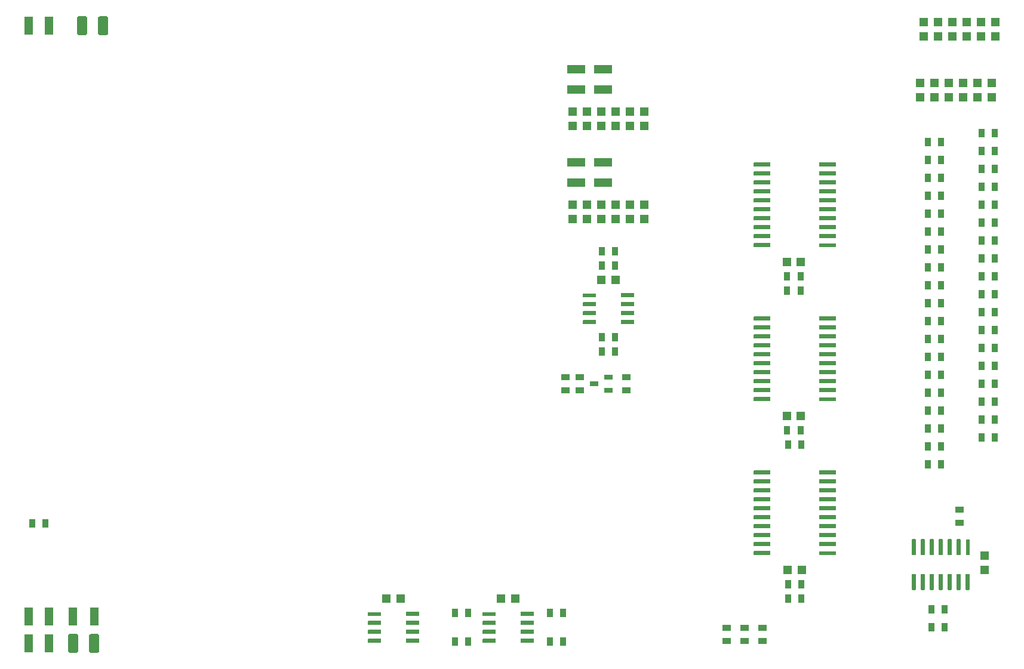
<source format=gtp>
G04 #@! TF.GenerationSoftware,KiCad,Pcbnew,(5.1.5)-3*
G04 #@! TF.CreationDate,2020-06-07T12:27:59+08:00*
G04 #@! TF.ProjectId,HEMAC_MCU,48454d41-435f-44d4-9355-2e6b69636164,rev?*
G04 #@! TF.SameCoordinates,Original*
G04 #@! TF.FileFunction,Paste,Top*
G04 #@! TF.FilePolarity,Positive*
%FSLAX46Y46*%
G04 Gerber Fmt 4.6, Leading zero omitted, Abs format (unit mm)*
G04 Created by KiCad (PCBNEW (5.1.5)-3) date 2020-06-07 12:27:59*
%MOMM*%
%LPD*%
G04 APERTURE LIST*
%ADD10C,0.100000*%
%ADD11R,1.900000X0.600000*%
%ADD12R,0.600000X2.300000*%
%ADD13R,2.400000X0.600000*%
%ADD14R,1.300000X2.500000*%
%ADD15R,1.250000X1.300000*%
%ADD16R,1.300000X1.250000*%
%ADD17R,1.200000X0.800000*%
%ADD18R,1.200000X2.500000*%
%ADD19R,0.900000X1.300000*%
%ADD20R,1.300000X0.900000*%
%ADD21R,2.500000X1.200000*%
G04 APERTURE END LIST*
D10*
G36*
X160486703Y-93807722D02*
G01*
X160501264Y-93809882D01*
X160515543Y-93813459D01*
X160529403Y-93818418D01*
X160542710Y-93824712D01*
X160555336Y-93832280D01*
X160567159Y-93841048D01*
X160578066Y-93850934D01*
X160587952Y-93861841D01*
X160596720Y-93873664D01*
X160604288Y-93886290D01*
X160610582Y-93899597D01*
X160615541Y-93913457D01*
X160619118Y-93927736D01*
X160621278Y-93942297D01*
X160622000Y-93957000D01*
X160622000Y-94257000D01*
X160621278Y-94271703D01*
X160619118Y-94286264D01*
X160615541Y-94300543D01*
X160610582Y-94314403D01*
X160604288Y-94327710D01*
X160596720Y-94340336D01*
X160587952Y-94352159D01*
X160578066Y-94363066D01*
X160567159Y-94372952D01*
X160555336Y-94381720D01*
X160542710Y-94389288D01*
X160529403Y-94395582D01*
X160515543Y-94400541D01*
X160501264Y-94404118D01*
X160486703Y-94406278D01*
X160472000Y-94407000D01*
X158872000Y-94407000D01*
X158857297Y-94406278D01*
X158842736Y-94404118D01*
X158828457Y-94400541D01*
X158814597Y-94395582D01*
X158801290Y-94389288D01*
X158788664Y-94381720D01*
X158776841Y-94372952D01*
X158765934Y-94363066D01*
X158756048Y-94352159D01*
X158747280Y-94340336D01*
X158739712Y-94327710D01*
X158733418Y-94314403D01*
X158728459Y-94300543D01*
X158724882Y-94286264D01*
X158722722Y-94271703D01*
X158722000Y-94257000D01*
X158722000Y-93957000D01*
X158722722Y-93942297D01*
X158724882Y-93927736D01*
X158728459Y-93913457D01*
X158733418Y-93899597D01*
X158739712Y-93886290D01*
X158747280Y-93873664D01*
X158756048Y-93861841D01*
X158765934Y-93850934D01*
X158776841Y-93841048D01*
X158788664Y-93832280D01*
X158801290Y-93824712D01*
X158814597Y-93818418D01*
X158828457Y-93813459D01*
X158842736Y-93809882D01*
X158857297Y-93807722D01*
X158872000Y-93807000D01*
X160472000Y-93807000D01*
X160486703Y-93807722D01*
G37*
G36*
X160486703Y-95077722D02*
G01*
X160501264Y-95079882D01*
X160515543Y-95083459D01*
X160529403Y-95088418D01*
X160542710Y-95094712D01*
X160555336Y-95102280D01*
X160567159Y-95111048D01*
X160578066Y-95120934D01*
X160587952Y-95131841D01*
X160596720Y-95143664D01*
X160604288Y-95156290D01*
X160610582Y-95169597D01*
X160615541Y-95183457D01*
X160619118Y-95197736D01*
X160621278Y-95212297D01*
X160622000Y-95227000D01*
X160622000Y-95527000D01*
X160621278Y-95541703D01*
X160619118Y-95556264D01*
X160615541Y-95570543D01*
X160610582Y-95584403D01*
X160604288Y-95597710D01*
X160596720Y-95610336D01*
X160587952Y-95622159D01*
X160578066Y-95633066D01*
X160567159Y-95642952D01*
X160555336Y-95651720D01*
X160542710Y-95659288D01*
X160529403Y-95665582D01*
X160515543Y-95670541D01*
X160501264Y-95674118D01*
X160486703Y-95676278D01*
X160472000Y-95677000D01*
X158872000Y-95677000D01*
X158857297Y-95676278D01*
X158842736Y-95674118D01*
X158828457Y-95670541D01*
X158814597Y-95665582D01*
X158801290Y-95659288D01*
X158788664Y-95651720D01*
X158776841Y-95642952D01*
X158765934Y-95633066D01*
X158756048Y-95622159D01*
X158747280Y-95610336D01*
X158739712Y-95597710D01*
X158733418Y-95584403D01*
X158728459Y-95570543D01*
X158724882Y-95556264D01*
X158722722Y-95541703D01*
X158722000Y-95527000D01*
X158722000Y-95227000D01*
X158722722Y-95212297D01*
X158724882Y-95197736D01*
X158728459Y-95183457D01*
X158733418Y-95169597D01*
X158739712Y-95156290D01*
X158747280Y-95143664D01*
X158756048Y-95131841D01*
X158765934Y-95120934D01*
X158776841Y-95111048D01*
X158788664Y-95102280D01*
X158801290Y-95094712D01*
X158814597Y-95088418D01*
X158828457Y-95083459D01*
X158842736Y-95079882D01*
X158857297Y-95077722D01*
X158872000Y-95077000D01*
X160472000Y-95077000D01*
X160486703Y-95077722D01*
G37*
G36*
X160486703Y-96347722D02*
G01*
X160501264Y-96349882D01*
X160515543Y-96353459D01*
X160529403Y-96358418D01*
X160542710Y-96364712D01*
X160555336Y-96372280D01*
X160567159Y-96381048D01*
X160578066Y-96390934D01*
X160587952Y-96401841D01*
X160596720Y-96413664D01*
X160604288Y-96426290D01*
X160610582Y-96439597D01*
X160615541Y-96453457D01*
X160619118Y-96467736D01*
X160621278Y-96482297D01*
X160622000Y-96497000D01*
X160622000Y-96797000D01*
X160621278Y-96811703D01*
X160619118Y-96826264D01*
X160615541Y-96840543D01*
X160610582Y-96854403D01*
X160604288Y-96867710D01*
X160596720Y-96880336D01*
X160587952Y-96892159D01*
X160578066Y-96903066D01*
X160567159Y-96912952D01*
X160555336Y-96921720D01*
X160542710Y-96929288D01*
X160529403Y-96935582D01*
X160515543Y-96940541D01*
X160501264Y-96944118D01*
X160486703Y-96946278D01*
X160472000Y-96947000D01*
X158872000Y-96947000D01*
X158857297Y-96946278D01*
X158842736Y-96944118D01*
X158828457Y-96940541D01*
X158814597Y-96935582D01*
X158801290Y-96929288D01*
X158788664Y-96921720D01*
X158776841Y-96912952D01*
X158765934Y-96903066D01*
X158756048Y-96892159D01*
X158747280Y-96880336D01*
X158739712Y-96867710D01*
X158733418Y-96854403D01*
X158728459Y-96840543D01*
X158724882Y-96826264D01*
X158722722Y-96811703D01*
X158722000Y-96797000D01*
X158722000Y-96497000D01*
X158722722Y-96482297D01*
X158724882Y-96467736D01*
X158728459Y-96453457D01*
X158733418Y-96439597D01*
X158739712Y-96426290D01*
X158747280Y-96413664D01*
X158756048Y-96401841D01*
X158765934Y-96390934D01*
X158776841Y-96381048D01*
X158788664Y-96372280D01*
X158801290Y-96364712D01*
X158814597Y-96358418D01*
X158828457Y-96353459D01*
X158842736Y-96349882D01*
X158857297Y-96347722D01*
X158872000Y-96347000D01*
X160472000Y-96347000D01*
X160486703Y-96347722D01*
G37*
G36*
X160486703Y-97617722D02*
G01*
X160501264Y-97619882D01*
X160515543Y-97623459D01*
X160529403Y-97628418D01*
X160542710Y-97634712D01*
X160555336Y-97642280D01*
X160567159Y-97651048D01*
X160578066Y-97660934D01*
X160587952Y-97671841D01*
X160596720Y-97683664D01*
X160604288Y-97696290D01*
X160610582Y-97709597D01*
X160615541Y-97723457D01*
X160619118Y-97737736D01*
X160621278Y-97752297D01*
X160622000Y-97767000D01*
X160622000Y-98067000D01*
X160621278Y-98081703D01*
X160619118Y-98096264D01*
X160615541Y-98110543D01*
X160610582Y-98124403D01*
X160604288Y-98137710D01*
X160596720Y-98150336D01*
X160587952Y-98162159D01*
X160578066Y-98173066D01*
X160567159Y-98182952D01*
X160555336Y-98191720D01*
X160542710Y-98199288D01*
X160529403Y-98205582D01*
X160515543Y-98210541D01*
X160501264Y-98214118D01*
X160486703Y-98216278D01*
X160472000Y-98217000D01*
X158872000Y-98217000D01*
X158857297Y-98216278D01*
X158842736Y-98214118D01*
X158828457Y-98210541D01*
X158814597Y-98205582D01*
X158801290Y-98199288D01*
X158788664Y-98191720D01*
X158776841Y-98182952D01*
X158765934Y-98173066D01*
X158756048Y-98162159D01*
X158747280Y-98150336D01*
X158739712Y-98137710D01*
X158733418Y-98124403D01*
X158728459Y-98110543D01*
X158724882Y-98096264D01*
X158722722Y-98081703D01*
X158722000Y-98067000D01*
X158722000Y-97767000D01*
X158722722Y-97752297D01*
X158724882Y-97737736D01*
X158728459Y-97723457D01*
X158733418Y-97709597D01*
X158739712Y-97696290D01*
X158747280Y-97683664D01*
X158756048Y-97671841D01*
X158765934Y-97660934D01*
X158776841Y-97651048D01*
X158788664Y-97642280D01*
X158801290Y-97634712D01*
X158814597Y-97628418D01*
X158828457Y-97623459D01*
X158842736Y-97619882D01*
X158857297Y-97617722D01*
X158872000Y-97617000D01*
X160472000Y-97617000D01*
X160486703Y-97617722D01*
G37*
G36*
X155086703Y-97617722D02*
G01*
X155101264Y-97619882D01*
X155115543Y-97623459D01*
X155129403Y-97628418D01*
X155142710Y-97634712D01*
X155155336Y-97642280D01*
X155167159Y-97651048D01*
X155178066Y-97660934D01*
X155187952Y-97671841D01*
X155196720Y-97683664D01*
X155204288Y-97696290D01*
X155210582Y-97709597D01*
X155215541Y-97723457D01*
X155219118Y-97737736D01*
X155221278Y-97752297D01*
X155222000Y-97767000D01*
X155222000Y-98067000D01*
X155221278Y-98081703D01*
X155219118Y-98096264D01*
X155215541Y-98110543D01*
X155210582Y-98124403D01*
X155204288Y-98137710D01*
X155196720Y-98150336D01*
X155187952Y-98162159D01*
X155178066Y-98173066D01*
X155167159Y-98182952D01*
X155155336Y-98191720D01*
X155142710Y-98199288D01*
X155129403Y-98205582D01*
X155115543Y-98210541D01*
X155101264Y-98214118D01*
X155086703Y-98216278D01*
X155072000Y-98217000D01*
X153472000Y-98217000D01*
X153457297Y-98216278D01*
X153442736Y-98214118D01*
X153428457Y-98210541D01*
X153414597Y-98205582D01*
X153401290Y-98199288D01*
X153388664Y-98191720D01*
X153376841Y-98182952D01*
X153365934Y-98173066D01*
X153356048Y-98162159D01*
X153347280Y-98150336D01*
X153339712Y-98137710D01*
X153333418Y-98124403D01*
X153328459Y-98110543D01*
X153324882Y-98096264D01*
X153322722Y-98081703D01*
X153322000Y-98067000D01*
X153322000Y-97767000D01*
X153322722Y-97752297D01*
X153324882Y-97737736D01*
X153328459Y-97723457D01*
X153333418Y-97709597D01*
X153339712Y-97696290D01*
X153347280Y-97683664D01*
X153356048Y-97671841D01*
X153365934Y-97660934D01*
X153376841Y-97651048D01*
X153388664Y-97642280D01*
X153401290Y-97634712D01*
X153414597Y-97628418D01*
X153428457Y-97623459D01*
X153442736Y-97619882D01*
X153457297Y-97617722D01*
X153472000Y-97617000D01*
X155072000Y-97617000D01*
X155086703Y-97617722D01*
G37*
G36*
X155086703Y-96347722D02*
G01*
X155101264Y-96349882D01*
X155115543Y-96353459D01*
X155129403Y-96358418D01*
X155142710Y-96364712D01*
X155155336Y-96372280D01*
X155167159Y-96381048D01*
X155178066Y-96390934D01*
X155187952Y-96401841D01*
X155196720Y-96413664D01*
X155204288Y-96426290D01*
X155210582Y-96439597D01*
X155215541Y-96453457D01*
X155219118Y-96467736D01*
X155221278Y-96482297D01*
X155222000Y-96497000D01*
X155222000Y-96797000D01*
X155221278Y-96811703D01*
X155219118Y-96826264D01*
X155215541Y-96840543D01*
X155210582Y-96854403D01*
X155204288Y-96867710D01*
X155196720Y-96880336D01*
X155187952Y-96892159D01*
X155178066Y-96903066D01*
X155167159Y-96912952D01*
X155155336Y-96921720D01*
X155142710Y-96929288D01*
X155129403Y-96935582D01*
X155115543Y-96940541D01*
X155101264Y-96944118D01*
X155086703Y-96946278D01*
X155072000Y-96947000D01*
X153472000Y-96947000D01*
X153457297Y-96946278D01*
X153442736Y-96944118D01*
X153428457Y-96940541D01*
X153414597Y-96935582D01*
X153401290Y-96929288D01*
X153388664Y-96921720D01*
X153376841Y-96912952D01*
X153365934Y-96903066D01*
X153356048Y-96892159D01*
X153347280Y-96880336D01*
X153339712Y-96867710D01*
X153333418Y-96854403D01*
X153328459Y-96840543D01*
X153324882Y-96826264D01*
X153322722Y-96811703D01*
X153322000Y-96797000D01*
X153322000Y-96497000D01*
X153322722Y-96482297D01*
X153324882Y-96467736D01*
X153328459Y-96453457D01*
X153333418Y-96439597D01*
X153339712Y-96426290D01*
X153347280Y-96413664D01*
X153356048Y-96401841D01*
X153365934Y-96390934D01*
X153376841Y-96381048D01*
X153388664Y-96372280D01*
X153401290Y-96364712D01*
X153414597Y-96358418D01*
X153428457Y-96353459D01*
X153442736Y-96349882D01*
X153457297Y-96347722D01*
X153472000Y-96347000D01*
X155072000Y-96347000D01*
X155086703Y-96347722D01*
G37*
G36*
X155086703Y-95077722D02*
G01*
X155101264Y-95079882D01*
X155115543Y-95083459D01*
X155129403Y-95088418D01*
X155142710Y-95094712D01*
X155155336Y-95102280D01*
X155167159Y-95111048D01*
X155178066Y-95120934D01*
X155187952Y-95131841D01*
X155196720Y-95143664D01*
X155204288Y-95156290D01*
X155210582Y-95169597D01*
X155215541Y-95183457D01*
X155219118Y-95197736D01*
X155221278Y-95212297D01*
X155222000Y-95227000D01*
X155222000Y-95527000D01*
X155221278Y-95541703D01*
X155219118Y-95556264D01*
X155215541Y-95570543D01*
X155210582Y-95584403D01*
X155204288Y-95597710D01*
X155196720Y-95610336D01*
X155187952Y-95622159D01*
X155178066Y-95633066D01*
X155167159Y-95642952D01*
X155155336Y-95651720D01*
X155142710Y-95659288D01*
X155129403Y-95665582D01*
X155115543Y-95670541D01*
X155101264Y-95674118D01*
X155086703Y-95676278D01*
X155072000Y-95677000D01*
X153472000Y-95677000D01*
X153457297Y-95676278D01*
X153442736Y-95674118D01*
X153428457Y-95670541D01*
X153414597Y-95665582D01*
X153401290Y-95659288D01*
X153388664Y-95651720D01*
X153376841Y-95642952D01*
X153365934Y-95633066D01*
X153356048Y-95622159D01*
X153347280Y-95610336D01*
X153339712Y-95597710D01*
X153333418Y-95584403D01*
X153328459Y-95570543D01*
X153324882Y-95556264D01*
X153322722Y-95541703D01*
X153322000Y-95527000D01*
X153322000Y-95227000D01*
X153322722Y-95212297D01*
X153324882Y-95197736D01*
X153328459Y-95183457D01*
X153333418Y-95169597D01*
X153339712Y-95156290D01*
X153347280Y-95143664D01*
X153356048Y-95131841D01*
X153365934Y-95120934D01*
X153376841Y-95111048D01*
X153388664Y-95102280D01*
X153401290Y-95094712D01*
X153414597Y-95088418D01*
X153428457Y-95083459D01*
X153442736Y-95079882D01*
X153457297Y-95077722D01*
X153472000Y-95077000D01*
X155072000Y-95077000D01*
X155086703Y-95077722D01*
G37*
D11*
X154272000Y-94107000D03*
D10*
G36*
X146262703Y-139019722D02*
G01*
X146277264Y-139021882D01*
X146291543Y-139025459D01*
X146305403Y-139030418D01*
X146318710Y-139036712D01*
X146331336Y-139044280D01*
X146343159Y-139053048D01*
X146354066Y-139062934D01*
X146363952Y-139073841D01*
X146372720Y-139085664D01*
X146380288Y-139098290D01*
X146386582Y-139111597D01*
X146391541Y-139125457D01*
X146395118Y-139139736D01*
X146397278Y-139154297D01*
X146398000Y-139169000D01*
X146398000Y-139469000D01*
X146397278Y-139483703D01*
X146395118Y-139498264D01*
X146391541Y-139512543D01*
X146386582Y-139526403D01*
X146380288Y-139539710D01*
X146372720Y-139552336D01*
X146363952Y-139564159D01*
X146354066Y-139575066D01*
X146343159Y-139584952D01*
X146331336Y-139593720D01*
X146318710Y-139601288D01*
X146305403Y-139607582D01*
X146291543Y-139612541D01*
X146277264Y-139616118D01*
X146262703Y-139618278D01*
X146248000Y-139619000D01*
X144648000Y-139619000D01*
X144633297Y-139618278D01*
X144618736Y-139616118D01*
X144604457Y-139612541D01*
X144590597Y-139607582D01*
X144577290Y-139601288D01*
X144564664Y-139593720D01*
X144552841Y-139584952D01*
X144541934Y-139575066D01*
X144532048Y-139564159D01*
X144523280Y-139552336D01*
X144515712Y-139539710D01*
X144509418Y-139526403D01*
X144504459Y-139512543D01*
X144500882Y-139498264D01*
X144498722Y-139483703D01*
X144498000Y-139469000D01*
X144498000Y-139169000D01*
X144498722Y-139154297D01*
X144500882Y-139139736D01*
X144504459Y-139125457D01*
X144509418Y-139111597D01*
X144515712Y-139098290D01*
X144523280Y-139085664D01*
X144532048Y-139073841D01*
X144541934Y-139062934D01*
X144552841Y-139053048D01*
X144564664Y-139044280D01*
X144577290Y-139036712D01*
X144590597Y-139030418D01*
X144604457Y-139025459D01*
X144618736Y-139021882D01*
X144633297Y-139019722D01*
X144648000Y-139019000D01*
X146248000Y-139019000D01*
X146262703Y-139019722D01*
G37*
G36*
X146262703Y-140289722D02*
G01*
X146277264Y-140291882D01*
X146291543Y-140295459D01*
X146305403Y-140300418D01*
X146318710Y-140306712D01*
X146331336Y-140314280D01*
X146343159Y-140323048D01*
X146354066Y-140332934D01*
X146363952Y-140343841D01*
X146372720Y-140355664D01*
X146380288Y-140368290D01*
X146386582Y-140381597D01*
X146391541Y-140395457D01*
X146395118Y-140409736D01*
X146397278Y-140424297D01*
X146398000Y-140439000D01*
X146398000Y-140739000D01*
X146397278Y-140753703D01*
X146395118Y-140768264D01*
X146391541Y-140782543D01*
X146386582Y-140796403D01*
X146380288Y-140809710D01*
X146372720Y-140822336D01*
X146363952Y-140834159D01*
X146354066Y-140845066D01*
X146343159Y-140854952D01*
X146331336Y-140863720D01*
X146318710Y-140871288D01*
X146305403Y-140877582D01*
X146291543Y-140882541D01*
X146277264Y-140886118D01*
X146262703Y-140888278D01*
X146248000Y-140889000D01*
X144648000Y-140889000D01*
X144633297Y-140888278D01*
X144618736Y-140886118D01*
X144604457Y-140882541D01*
X144590597Y-140877582D01*
X144577290Y-140871288D01*
X144564664Y-140863720D01*
X144552841Y-140854952D01*
X144541934Y-140845066D01*
X144532048Y-140834159D01*
X144523280Y-140822336D01*
X144515712Y-140809710D01*
X144509418Y-140796403D01*
X144504459Y-140782543D01*
X144500882Y-140768264D01*
X144498722Y-140753703D01*
X144498000Y-140739000D01*
X144498000Y-140439000D01*
X144498722Y-140424297D01*
X144500882Y-140409736D01*
X144504459Y-140395457D01*
X144509418Y-140381597D01*
X144515712Y-140368290D01*
X144523280Y-140355664D01*
X144532048Y-140343841D01*
X144541934Y-140332934D01*
X144552841Y-140323048D01*
X144564664Y-140314280D01*
X144577290Y-140306712D01*
X144590597Y-140300418D01*
X144604457Y-140295459D01*
X144618736Y-140291882D01*
X144633297Y-140289722D01*
X144648000Y-140289000D01*
X146248000Y-140289000D01*
X146262703Y-140289722D01*
G37*
G36*
X146262703Y-141559722D02*
G01*
X146277264Y-141561882D01*
X146291543Y-141565459D01*
X146305403Y-141570418D01*
X146318710Y-141576712D01*
X146331336Y-141584280D01*
X146343159Y-141593048D01*
X146354066Y-141602934D01*
X146363952Y-141613841D01*
X146372720Y-141625664D01*
X146380288Y-141638290D01*
X146386582Y-141651597D01*
X146391541Y-141665457D01*
X146395118Y-141679736D01*
X146397278Y-141694297D01*
X146398000Y-141709000D01*
X146398000Y-142009000D01*
X146397278Y-142023703D01*
X146395118Y-142038264D01*
X146391541Y-142052543D01*
X146386582Y-142066403D01*
X146380288Y-142079710D01*
X146372720Y-142092336D01*
X146363952Y-142104159D01*
X146354066Y-142115066D01*
X146343159Y-142124952D01*
X146331336Y-142133720D01*
X146318710Y-142141288D01*
X146305403Y-142147582D01*
X146291543Y-142152541D01*
X146277264Y-142156118D01*
X146262703Y-142158278D01*
X146248000Y-142159000D01*
X144648000Y-142159000D01*
X144633297Y-142158278D01*
X144618736Y-142156118D01*
X144604457Y-142152541D01*
X144590597Y-142147582D01*
X144577290Y-142141288D01*
X144564664Y-142133720D01*
X144552841Y-142124952D01*
X144541934Y-142115066D01*
X144532048Y-142104159D01*
X144523280Y-142092336D01*
X144515712Y-142079710D01*
X144509418Y-142066403D01*
X144504459Y-142052543D01*
X144500882Y-142038264D01*
X144498722Y-142023703D01*
X144498000Y-142009000D01*
X144498000Y-141709000D01*
X144498722Y-141694297D01*
X144500882Y-141679736D01*
X144504459Y-141665457D01*
X144509418Y-141651597D01*
X144515712Y-141638290D01*
X144523280Y-141625664D01*
X144532048Y-141613841D01*
X144541934Y-141602934D01*
X144552841Y-141593048D01*
X144564664Y-141584280D01*
X144577290Y-141576712D01*
X144590597Y-141570418D01*
X144604457Y-141565459D01*
X144618736Y-141561882D01*
X144633297Y-141559722D01*
X144648000Y-141559000D01*
X146248000Y-141559000D01*
X146262703Y-141559722D01*
G37*
G36*
X146262703Y-142829722D02*
G01*
X146277264Y-142831882D01*
X146291543Y-142835459D01*
X146305403Y-142840418D01*
X146318710Y-142846712D01*
X146331336Y-142854280D01*
X146343159Y-142863048D01*
X146354066Y-142872934D01*
X146363952Y-142883841D01*
X146372720Y-142895664D01*
X146380288Y-142908290D01*
X146386582Y-142921597D01*
X146391541Y-142935457D01*
X146395118Y-142949736D01*
X146397278Y-142964297D01*
X146398000Y-142979000D01*
X146398000Y-143279000D01*
X146397278Y-143293703D01*
X146395118Y-143308264D01*
X146391541Y-143322543D01*
X146386582Y-143336403D01*
X146380288Y-143349710D01*
X146372720Y-143362336D01*
X146363952Y-143374159D01*
X146354066Y-143385066D01*
X146343159Y-143394952D01*
X146331336Y-143403720D01*
X146318710Y-143411288D01*
X146305403Y-143417582D01*
X146291543Y-143422541D01*
X146277264Y-143426118D01*
X146262703Y-143428278D01*
X146248000Y-143429000D01*
X144648000Y-143429000D01*
X144633297Y-143428278D01*
X144618736Y-143426118D01*
X144604457Y-143422541D01*
X144590597Y-143417582D01*
X144577290Y-143411288D01*
X144564664Y-143403720D01*
X144552841Y-143394952D01*
X144541934Y-143385066D01*
X144532048Y-143374159D01*
X144523280Y-143362336D01*
X144515712Y-143349710D01*
X144509418Y-143336403D01*
X144504459Y-143322543D01*
X144500882Y-143308264D01*
X144498722Y-143293703D01*
X144498000Y-143279000D01*
X144498000Y-142979000D01*
X144498722Y-142964297D01*
X144500882Y-142949736D01*
X144504459Y-142935457D01*
X144509418Y-142921597D01*
X144515712Y-142908290D01*
X144523280Y-142895664D01*
X144532048Y-142883841D01*
X144541934Y-142872934D01*
X144552841Y-142863048D01*
X144564664Y-142854280D01*
X144577290Y-142846712D01*
X144590597Y-142840418D01*
X144604457Y-142835459D01*
X144618736Y-142831882D01*
X144633297Y-142829722D01*
X144648000Y-142829000D01*
X146248000Y-142829000D01*
X146262703Y-142829722D01*
G37*
G36*
X140862703Y-142829722D02*
G01*
X140877264Y-142831882D01*
X140891543Y-142835459D01*
X140905403Y-142840418D01*
X140918710Y-142846712D01*
X140931336Y-142854280D01*
X140943159Y-142863048D01*
X140954066Y-142872934D01*
X140963952Y-142883841D01*
X140972720Y-142895664D01*
X140980288Y-142908290D01*
X140986582Y-142921597D01*
X140991541Y-142935457D01*
X140995118Y-142949736D01*
X140997278Y-142964297D01*
X140998000Y-142979000D01*
X140998000Y-143279000D01*
X140997278Y-143293703D01*
X140995118Y-143308264D01*
X140991541Y-143322543D01*
X140986582Y-143336403D01*
X140980288Y-143349710D01*
X140972720Y-143362336D01*
X140963952Y-143374159D01*
X140954066Y-143385066D01*
X140943159Y-143394952D01*
X140931336Y-143403720D01*
X140918710Y-143411288D01*
X140905403Y-143417582D01*
X140891543Y-143422541D01*
X140877264Y-143426118D01*
X140862703Y-143428278D01*
X140848000Y-143429000D01*
X139248000Y-143429000D01*
X139233297Y-143428278D01*
X139218736Y-143426118D01*
X139204457Y-143422541D01*
X139190597Y-143417582D01*
X139177290Y-143411288D01*
X139164664Y-143403720D01*
X139152841Y-143394952D01*
X139141934Y-143385066D01*
X139132048Y-143374159D01*
X139123280Y-143362336D01*
X139115712Y-143349710D01*
X139109418Y-143336403D01*
X139104459Y-143322543D01*
X139100882Y-143308264D01*
X139098722Y-143293703D01*
X139098000Y-143279000D01*
X139098000Y-142979000D01*
X139098722Y-142964297D01*
X139100882Y-142949736D01*
X139104459Y-142935457D01*
X139109418Y-142921597D01*
X139115712Y-142908290D01*
X139123280Y-142895664D01*
X139132048Y-142883841D01*
X139141934Y-142872934D01*
X139152841Y-142863048D01*
X139164664Y-142854280D01*
X139177290Y-142846712D01*
X139190597Y-142840418D01*
X139204457Y-142835459D01*
X139218736Y-142831882D01*
X139233297Y-142829722D01*
X139248000Y-142829000D01*
X140848000Y-142829000D01*
X140862703Y-142829722D01*
G37*
G36*
X140862703Y-141559722D02*
G01*
X140877264Y-141561882D01*
X140891543Y-141565459D01*
X140905403Y-141570418D01*
X140918710Y-141576712D01*
X140931336Y-141584280D01*
X140943159Y-141593048D01*
X140954066Y-141602934D01*
X140963952Y-141613841D01*
X140972720Y-141625664D01*
X140980288Y-141638290D01*
X140986582Y-141651597D01*
X140991541Y-141665457D01*
X140995118Y-141679736D01*
X140997278Y-141694297D01*
X140998000Y-141709000D01*
X140998000Y-142009000D01*
X140997278Y-142023703D01*
X140995118Y-142038264D01*
X140991541Y-142052543D01*
X140986582Y-142066403D01*
X140980288Y-142079710D01*
X140972720Y-142092336D01*
X140963952Y-142104159D01*
X140954066Y-142115066D01*
X140943159Y-142124952D01*
X140931336Y-142133720D01*
X140918710Y-142141288D01*
X140905403Y-142147582D01*
X140891543Y-142152541D01*
X140877264Y-142156118D01*
X140862703Y-142158278D01*
X140848000Y-142159000D01*
X139248000Y-142159000D01*
X139233297Y-142158278D01*
X139218736Y-142156118D01*
X139204457Y-142152541D01*
X139190597Y-142147582D01*
X139177290Y-142141288D01*
X139164664Y-142133720D01*
X139152841Y-142124952D01*
X139141934Y-142115066D01*
X139132048Y-142104159D01*
X139123280Y-142092336D01*
X139115712Y-142079710D01*
X139109418Y-142066403D01*
X139104459Y-142052543D01*
X139100882Y-142038264D01*
X139098722Y-142023703D01*
X139098000Y-142009000D01*
X139098000Y-141709000D01*
X139098722Y-141694297D01*
X139100882Y-141679736D01*
X139104459Y-141665457D01*
X139109418Y-141651597D01*
X139115712Y-141638290D01*
X139123280Y-141625664D01*
X139132048Y-141613841D01*
X139141934Y-141602934D01*
X139152841Y-141593048D01*
X139164664Y-141584280D01*
X139177290Y-141576712D01*
X139190597Y-141570418D01*
X139204457Y-141565459D01*
X139218736Y-141561882D01*
X139233297Y-141559722D01*
X139248000Y-141559000D01*
X140848000Y-141559000D01*
X140862703Y-141559722D01*
G37*
G36*
X140862703Y-140289722D02*
G01*
X140877264Y-140291882D01*
X140891543Y-140295459D01*
X140905403Y-140300418D01*
X140918710Y-140306712D01*
X140931336Y-140314280D01*
X140943159Y-140323048D01*
X140954066Y-140332934D01*
X140963952Y-140343841D01*
X140972720Y-140355664D01*
X140980288Y-140368290D01*
X140986582Y-140381597D01*
X140991541Y-140395457D01*
X140995118Y-140409736D01*
X140997278Y-140424297D01*
X140998000Y-140439000D01*
X140998000Y-140739000D01*
X140997278Y-140753703D01*
X140995118Y-140768264D01*
X140991541Y-140782543D01*
X140986582Y-140796403D01*
X140980288Y-140809710D01*
X140972720Y-140822336D01*
X140963952Y-140834159D01*
X140954066Y-140845066D01*
X140943159Y-140854952D01*
X140931336Y-140863720D01*
X140918710Y-140871288D01*
X140905403Y-140877582D01*
X140891543Y-140882541D01*
X140877264Y-140886118D01*
X140862703Y-140888278D01*
X140848000Y-140889000D01*
X139248000Y-140889000D01*
X139233297Y-140888278D01*
X139218736Y-140886118D01*
X139204457Y-140882541D01*
X139190597Y-140877582D01*
X139177290Y-140871288D01*
X139164664Y-140863720D01*
X139152841Y-140854952D01*
X139141934Y-140845066D01*
X139132048Y-140834159D01*
X139123280Y-140822336D01*
X139115712Y-140809710D01*
X139109418Y-140796403D01*
X139104459Y-140782543D01*
X139100882Y-140768264D01*
X139098722Y-140753703D01*
X139098000Y-140739000D01*
X139098000Y-140439000D01*
X139098722Y-140424297D01*
X139100882Y-140409736D01*
X139104459Y-140395457D01*
X139109418Y-140381597D01*
X139115712Y-140368290D01*
X139123280Y-140355664D01*
X139132048Y-140343841D01*
X139141934Y-140332934D01*
X139152841Y-140323048D01*
X139164664Y-140314280D01*
X139177290Y-140306712D01*
X139190597Y-140300418D01*
X139204457Y-140295459D01*
X139218736Y-140291882D01*
X139233297Y-140289722D01*
X139248000Y-140289000D01*
X140848000Y-140289000D01*
X140862703Y-140289722D01*
G37*
D11*
X140048000Y-139319000D03*
D10*
G36*
X82819504Y-54556204D02*
G01*
X82843773Y-54559804D01*
X82867571Y-54565765D01*
X82890671Y-54574030D01*
X82912849Y-54584520D01*
X82933893Y-54597133D01*
X82953598Y-54611747D01*
X82971777Y-54628223D01*
X82988253Y-54646402D01*
X83002867Y-54666107D01*
X83015480Y-54687151D01*
X83025970Y-54709329D01*
X83034235Y-54732429D01*
X83040196Y-54756227D01*
X83043796Y-54780496D01*
X83045000Y-54805000D01*
X83045000Y-56955000D01*
X83043796Y-56979504D01*
X83040196Y-57003773D01*
X83034235Y-57027571D01*
X83025970Y-57050671D01*
X83015480Y-57072849D01*
X83002867Y-57093893D01*
X82988253Y-57113598D01*
X82971777Y-57131777D01*
X82953598Y-57148253D01*
X82933893Y-57162867D01*
X82912849Y-57175480D01*
X82890671Y-57185970D01*
X82867571Y-57194235D01*
X82843773Y-57200196D01*
X82819504Y-57203796D01*
X82795000Y-57205000D01*
X81870000Y-57205000D01*
X81845496Y-57203796D01*
X81821227Y-57200196D01*
X81797429Y-57194235D01*
X81774329Y-57185970D01*
X81752151Y-57175480D01*
X81731107Y-57162867D01*
X81711402Y-57148253D01*
X81693223Y-57131777D01*
X81676747Y-57113598D01*
X81662133Y-57093893D01*
X81649520Y-57072849D01*
X81639030Y-57050671D01*
X81630765Y-57027571D01*
X81624804Y-57003773D01*
X81621204Y-56979504D01*
X81620000Y-56955000D01*
X81620000Y-54805000D01*
X81621204Y-54780496D01*
X81624804Y-54756227D01*
X81630765Y-54732429D01*
X81639030Y-54709329D01*
X81649520Y-54687151D01*
X81662133Y-54666107D01*
X81676747Y-54646402D01*
X81693223Y-54628223D01*
X81711402Y-54611747D01*
X81731107Y-54597133D01*
X81752151Y-54584520D01*
X81774329Y-54574030D01*
X81797429Y-54565765D01*
X81821227Y-54559804D01*
X81845496Y-54556204D01*
X81870000Y-54555000D01*
X82795000Y-54555000D01*
X82819504Y-54556204D01*
G37*
G36*
X85794504Y-54556204D02*
G01*
X85818773Y-54559804D01*
X85842571Y-54565765D01*
X85865671Y-54574030D01*
X85887849Y-54584520D01*
X85908893Y-54597133D01*
X85928598Y-54611747D01*
X85946777Y-54628223D01*
X85963253Y-54646402D01*
X85977867Y-54666107D01*
X85990480Y-54687151D01*
X86000970Y-54709329D01*
X86009235Y-54732429D01*
X86015196Y-54756227D01*
X86018796Y-54780496D01*
X86020000Y-54805000D01*
X86020000Y-56955000D01*
X86018796Y-56979504D01*
X86015196Y-57003773D01*
X86009235Y-57027571D01*
X86000970Y-57050671D01*
X85990480Y-57072849D01*
X85977867Y-57093893D01*
X85963253Y-57113598D01*
X85946777Y-57131777D01*
X85928598Y-57148253D01*
X85908893Y-57162867D01*
X85887849Y-57175480D01*
X85865671Y-57185970D01*
X85842571Y-57194235D01*
X85818773Y-57200196D01*
X85794504Y-57203796D01*
X85770000Y-57205000D01*
X84845000Y-57205000D01*
X84820496Y-57203796D01*
X84796227Y-57200196D01*
X84772429Y-57194235D01*
X84749329Y-57185970D01*
X84727151Y-57175480D01*
X84706107Y-57162867D01*
X84686402Y-57148253D01*
X84668223Y-57131777D01*
X84651747Y-57113598D01*
X84637133Y-57093893D01*
X84624520Y-57072849D01*
X84614030Y-57050671D01*
X84605765Y-57027571D01*
X84599804Y-57003773D01*
X84596204Y-56979504D01*
X84595000Y-56955000D01*
X84595000Y-54805000D01*
X84596204Y-54780496D01*
X84599804Y-54756227D01*
X84605765Y-54732429D01*
X84614030Y-54709329D01*
X84624520Y-54687151D01*
X84637133Y-54666107D01*
X84651747Y-54646402D01*
X84668223Y-54628223D01*
X84686402Y-54611747D01*
X84706107Y-54597133D01*
X84727151Y-54584520D01*
X84749329Y-54574030D01*
X84772429Y-54565765D01*
X84796227Y-54559804D01*
X84820496Y-54556204D01*
X84845000Y-54555000D01*
X85770000Y-54555000D01*
X85794504Y-54556204D01*
G37*
G36*
X84524504Y-142186204D02*
G01*
X84548773Y-142189804D01*
X84572571Y-142195765D01*
X84595671Y-142204030D01*
X84617849Y-142214520D01*
X84638893Y-142227133D01*
X84658598Y-142241747D01*
X84676777Y-142258223D01*
X84693253Y-142276402D01*
X84707867Y-142296107D01*
X84720480Y-142317151D01*
X84730970Y-142339329D01*
X84739235Y-142362429D01*
X84745196Y-142386227D01*
X84748796Y-142410496D01*
X84750000Y-142435000D01*
X84750000Y-144585000D01*
X84748796Y-144609504D01*
X84745196Y-144633773D01*
X84739235Y-144657571D01*
X84730970Y-144680671D01*
X84720480Y-144702849D01*
X84707867Y-144723893D01*
X84693253Y-144743598D01*
X84676777Y-144761777D01*
X84658598Y-144778253D01*
X84638893Y-144792867D01*
X84617849Y-144805480D01*
X84595671Y-144815970D01*
X84572571Y-144824235D01*
X84548773Y-144830196D01*
X84524504Y-144833796D01*
X84500000Y-144835000D01*
X83575000Y-144835000D01*
X83550496Y-144833796D01*
X83526227Y-144830196D01*
X83502429Y-144824235D01*
X83479329Y-144815970D01*
X83457151Y-144805480D01*
X83436107Y-144792867D01*
X83416402Y-144778253D01*
X83398223Y-144761777D01*
X83381747Y-144743598D01*
X83367133Y-144723893D01*
X83354520Y-144702849D01*
X83344030Y-144680671D01*
X83335765Y-144657571D01*
X83329804Y-144633773D01*
X83326204Y-144609504D01*
X83325000Y-144585000D01*
X83325000Y-142435000D01*
X83326204Y-142410496D01*
X83329804Y-142386227D01*
X83335765Y-142362429D01*
X83344030Y-142339329D01*
X83354520Y-142317151D01*
X83367133Y-142296107D01*
X83381747Y-142276402D01*
X83398223Y-142258223D01*
X83416402Y-142241747D01*
X83436107Y-142227133D01*
X83457151Y-142214520D01*
X83479329Y-142204030D01*
X83502429Y-142195765D01*
X83526227Y-142189804D01*
X83550496Y-142186204D01*
X83575000Y-142185000D01*
X84500000Y-142185000D01*
X84524504Y-142186204D01*
G37*
G36*
X81549504Y-142186204D02*
G01*
X81573773Y-142189804D01*
X81597571Y-142195765D01*
X81620671Y-142204030D01*
X81642849Y-142214520D01*
X81663893Y-142227133D01*
X81683598Y-142241747D01*
X81701777Y-142258223D01*
X81718253Y-142276402D01*
X81732867Y-142296107D01*
X81745480Y-142317151D01*
X81755970Y-142339329D01*
X81764235Y-142362429D01*
X81770196Y-142386227D01*
X81773796Y-142410496D01*
X81775000Y-142435000D01*
X81775000Y-144585000D01*
X81773796Y-144609504D01*
X81770196Y-144633773D01*
X81764235Y-144657571D01*
X81755970Y-144680671D01*
X81745480Y-144702849D01*
X81732867Y-144723893D01*
X81718253Y-144743598D01*
X81701777Y-144761777D01*
X81683598Y-144778253D01*
X81663893Y-144792867D01*
X81642849Y-144805480D01*
X81620671Y-144815970D01*
X81597571Y-144824235D01*
X81573773Y-144830196D01*
X81549504Y-144833796D01*
X81525000Y-144835000D01*
X80600000Y-144835000D01*
X80575496Y-144833796D01*
X80551227Y-144830196D01*
X80527429Y-144824235D01*
X80504329Y-144815970D01*
X80482151Y-144805480D01*
X80461107Y-144792867D01*
X80441402Y-144778253D01*
X80423223Y-144761777D01*
X80406747Y-144743598D01*
X80392133Y-144723893D01*
X80379520Y-144702849D01*
X80369030Y-144680671D01*
X80360765Y-144657571D01*
X80354804Y-144633773D01*
X80351204Y-144609504D01*
X80350000Y-144585000D01*
X80350000Y-142435000D01*
X80351204Y-142410496D01*
X80354804Y-142386227D01*
X80360765Y-142362429D01*
X80369030Y-142339329D01*
X80379520Y-142317151D01*
X80392133Y-142296107D01*
X80406747Y-142276402D01*
X80423223Y-142258223D01*
X80441402Y-142241747D01*
X80461107Y-142227133D01*
X80482151Y-142214520D01*
X80504329Y-142204030D01*
X80527429Y-142195765D01*
X80551227Y-142189804D01*
X80575496Y-142186204D01*
X80600000Y-142185000D01*
X81525000Y-142185000D01*
X81549504Y-142186204D01*
G37*
G36*
X208063703Y-133659722D02*
G01*
X208078264Y-133661882D01*
X208092543Y-133665459D01*
X208106403Y-133670418D01*
X208119710Y-133676712D01*
X208132336Y-133684280D01*
X208144159Y-133693048D01*
X208155066Y-133702934D01*
X208164952Y-133713841D01*
X208173720Y-133725664D01*
X208181288Y-133738290D01*
X208187582Y-133751597D01*
X208192541Y-133765457D01*
X208196118Y-133779736D01*
X208198278Y-133794297D01*
X208199000Y-133809000D01*
X208199000Y-135809000D01*
X208198278Y-135823703D01*
X208196118Y-135838264D01*
X208192541Y-135852543D01*
X208187582Y-135866403D01*
X208181288Y-135879710D01*
X208173720Y-135892336D01*
X208164952Y-135904159D01*
X208155066Y-135915066D01*
X208144159Y-135924952D01*
X208132336Y-135933720D01*
X208119710Y-135941288D01*
X208106403Y-135947582D01*
X208092543Y-135952541D01*
X208078264Y-135956118D01*
X208063703Y-135958278D01*
X208049000Y-135959000D01*
X207749000Y-135959000D01*
X207734297Y-135958278D01*
X207719736Y-135956118D01*
X207705457Y-135952541D01*
X207691597Y-135947582D01*
X207678290Y-135941288D01*
X207665664Y-135933720D01*
X207653841Y-135924952D01*
X207642934Y-135915066D01*
X207633048Y-135904159D01*
X207624280Y-135892336D01*
X207616712Y-135879710D01*
X207610418Y-135866403D01*
X207605459Y-135852543D01*
X207601882Y-135838264D01*
X207599722Y-135823703D01*
X207599000Y-135809000D01*
X207599000Y-133809000D01*
X207599722Y-133794297D01*
X207601882Y-133779736D01*
X207605459Y-133765457D01*
X207610418Y-133751597D01*
X207616712Y-133738290D01*
X207624280Y-133725664D01*
X207633048Y-133713841D01*
X207642934Y-133702934D01*
X207653841Y-133693048D01*
X207665664Y-133684280D01*
X207678290Y-133676712D01*
X207691597Y-133670418D01*
X207705457Y-133665459D01*
X207719736Y-133661882D01*
X207734297Y-133659722D01*
X207749000Y-133659000D01*
X208049000Y-133659000D01*
X208063703Y-133659722D01*
G37*
G36*
X206793703Y-133659722D02*
G01*
X206808264Y-133661882D01*
X206822543Y-133665459D01*
X206836403Y-133670418D01*
X206849710Y-133676712D01*
X206862336Y-133684280D01*
X206874159Y-133693048D01*
X206885066Y-133702934D01*
X206894952Y-133713841D01*
X206903720Y-133725664D01*
X206911288Y-133738290D01*
X206917582Y-133751597D01*
X206922541Y-133765457D01*
X206926118Y-133779736D01*
X206928278Y-133794297D01*
X206929000Y-133809000D01*
X206929000Y-135809000D01*
X206928278Y-135823703D01*
X206926118Y-135838264D01*
X206922541Y-135852543D01*
X206917582Y-135866403D01*
X206911288Y-135879710D01*
X206903720Y-135892336D01*
X206894952Y-135904159D01*
X206885066Y-135915066D01*
X206874159Y-135924952D01*
X206862336Y-135933720D01*
X206849710Y-135941288D01*
X206836403Y-135947582D01*
X206822543Y-135952541D01*
X206808264Y-135956118D01*
X206793703Y-135958278D01*
X206779000Y-135959000D01*
X206479000Y-135959000D01*
X206464297Y-135958278D01*
X206449736Y-135956118D01*
X206435457Y-135952541D01*
X206421597Y-135947582D01*
X206408290Y-135941288D01*
X206395664Y-135933720D01*
X206383841Y-135924952D01*
X206372934Y-135915066D01*
X206363048Y-135904159D01*
X206354280Y-135892336D01*
X206346712Y-135879710D01*
X206340418Y-135866403D01*
X206335459Y-135852543D01*
X206331882Y-135838264D01*
X206329722Y-135823703D01*
X206329000Y-135809000D01*
X206329000Y-133809000D01*
X206329722Y-133794297D01*
X206331882Y-133779736D01*
X206335459Y-133765457D01*
X206340418Y-133751597D01*
X206346712Y-133738290D01*
X206354280Y-133725664D01*
X206363048Y-133713841D01*
X206372934Y-133702934D01*
X206383841Y-133693048D01*
X206395664Y-133684280D01*
X206408290Y-133676712D01*
X206421597Y-133670418D01*
X206435457Y-133665459D01*
X206449736Y-133661882D01*
X206464297Y-133659722D01*
X206479000Y-133659000D01*
X206779000Y-133659000D01*
X206793703Y-133659722D01*
G37*
G36*
X205523703Y-133659722D02*
G01*
X205538264Y-133661882D01*
X205552543Y-133665459D01*
X205566403Y-133670418D01*
X205579710Y-133676712D01*
X205592336Y-133684280D01*
X205604159Y-133693048D01*
X205615066Y-133702934D01*
X205624952Y-133713841D01*
X205633720Y-133725664D01*
X205641288Y-133738290D01*
X205647582Y-133751597D01*
X205652541Y-133765457D01*
X205656118Y-133779736D01*
X205658278Y-133794297D01*
X205659000Y-133809000D01*
X205659000Y-135809000D01*
X205658278Y-135823703D01*
X205656118Y-135838264D01*
X205652541Y-135852543D01*
X205647582Y-135866403D01*
X205641288Y-135879710D01*
X205633720Y-135892336D01*
X205624952Y-135904159D01*
X205615066Y-135915066D01*
X205604159Y-135924952D01*
X205592336Y-135933720D01*
X205579710Y-135941288D01*
X205566403Y-135947582D01*
X205552543Y-135952541D01*
X205538264Y-135956118D01*
X205523703Y-135958278D01*
X205509000Y-135959000D01*
X205209000Y-135959000D01*
X205194297Y-135958278D01*
X205179736Y-135956118D01*
X205165457Y-135952541D01*
X205151597Y-135947582D01*
X205138290Y-135941288D01*
X205125664Y-135933720D01*
X205113841Y-135924952D01*
X205102934Y-135915066D01*
X205093048Y-135904159D01*
X205084280Y-135892336D01*
X205076712Y-135879710D01*
X205070418Y-135866403D01*
X205065459Y-135852543D01*
X205061882Y-135838264D01*
X205059722Y-135823703D01*
X205059000Y-135809000D01*
X205059000Y-133809000D01*
X205059722Y-133794297D01*
X205061882Y-133779736D01*
X205065459Y-133765457D01*
X205070418Y-133751597D01*
X205076712Y-133738290D01*
X205084280Y-133725664D01*
X205093048Y-133713841D01*
X205102934Y-133702934D01*
X205113841Y-133693048D01*
X205125664Y-133684280D01*
X205138290Y-133676712D01*
X205151597Y-133670418D01*
X205165457Y-133665459D01*
X205179736Y-133661882D01*
X205194297Y-133659722D01*
X205209000Y-133659000D01*
X205509000Y-133659000D01*
X205523703Y-133659722D01*
G37*
G36*
X204253703Y-133659722D02*
G01*
X204268264Y-133661882D01*
X204282543Y-133665459D01*
X204296403Y-133670418D01*
X204309710Y-133676712D01*
X204322336Y-133684280D01*
X204334159Y-133693048D01*
X204345066Y-133702934D01*
X204354952Y-133713841D01*
X204363720Y-133725664D01*
X204371288Y-133738290D01*
X204377582Y-133751597D01*
X204382541Y-133765457D01*
X204386118Y-133779736D01*
X204388278Y-133794297D01*
X204389000Y-133809000D01*
X204389000Y-135809000D01*
X204388278Y-135823703D01*
X204386118Y-135838264D01*
X204382541Y-135852543D01*
X204377582Y-135866403D01*
X204371288Y-135879710D01*
X204363720Y-135892336D01*
X204354952Y-135904159D01*
X204345066Y-135915066D01*
X204334159Y-135924952D01*
X204322336Y-135933720D01*
X204309710Y-135941288D01*
X204296403Y-135947582D01*
X204282543Y-135952541D01*
X204268264Y-135956118D01*
X204253703Y-135958278D01*
X204239000Y-135959000D01*
X203939000Y-135959000D01*
X203924297Y-135958278D01*
X203909736Y-135956118D01*
X203895457Y-135952541D01*
X203881597Y-135947582D01*
X203868290Y-135941288D01*
X203855664Y-135933720D01*
X203843841Y-135924952D01*
X203832934Y-135915066D01*
X203823048Y-135904159D01*
X203814280Y-135892336D01*
X203806712Y-135879710D01*
X203800418Y-135866403D01*
X203795459Y-135852543D01*
X203791882Y-135838264D01*
X203789722Y-135823703D01*
X203789000Y-135809000D01*
X203789000Y-133809000D01*
X203789722Y-133794297D01*
X203791882Y-133779736D01*
X203795459Y-133765457D01*
X203800418Y-133751597D01*
X203806712Y-133738290D01*
X203814280Y-133725664D01*
X203823048Y-133713841D01*
X203832934Y-133702934D01*
X203843841Y-133693048D01*
X203855664Y-133684280D01*
X203868290Y-133676712D01*
X203881597Y-133670418D01*
X203895457Y-133665459D01*
X203909736Y-133661882D01*
X203924297Y-133659722D01*
X203939000Y-133659000D01*
X204239000Y-133659000D01*
X204253703Y-133659722D01*
G37*
G36*
X202983703Y-133659722D02*
G01*
X202998264Y-133661882D01*
X203012543Y-133665459D01*
X203026403Y-133670418D01*
X203039710Y-133676712D01*
X203052336Y-133684280D01*
X203064159Y-133693048D01*
X203075066Y-133702934D01*
X203084952Y-133713841D01*
X203093720Y-133725664D01*
X203101288Y-133738290D01*
X203107582Y-133751597D01*
X203112541Y-133765457D01*
X203116118Y-133779736D01*
X203118278Y-133794297D01*
X203119000Y-133809000D01*
X203119000Y-135809000D01*
X203118278Y-135823703D01*
X203116118Y-135838264D01*
X203112541Y-135852543D01*
X203107582Y-135866403D01*
X203101288Y-135879710D01*
X203093720Y-135892336D01*
X203084952Y-135904159D01*
X203075066Y-135915066D01*
X203064159Y-135924952D01*
X203052336Y-135933720D01*
X203039710Y-135941288D01*
X203026403Y-135947582D01*
X203012543Y-135952541D01*
X202998264Y-135956118D01*
X202983703Y-135958278D01*
X202969000Y-135959000D01*
X202669000Y-135959000D01*
X202654297Y-135958278D01*
X202639736Y-135956118D01*
X202625457Y-135952541D01*
X202611597Y-135947582D01*
X202598290Y-135941288D01*
X202585664Y-135933720D01*
X202573841Y-135924952D01*
X202562934Y-135915066D01*
X202553048Y-135904159D01*
X202544280Y-135892336D01*
X202536712Y-135879710D01*
X202530418Y-135866403D01*
X202525459Y-135852543D01*
X202521882Y-135838264D01*
X202519722Y-135823703D01*
X202519000Y-135809000D01*
X202519000Y-133809000D01*
X202519722Y-133794297D01*
X202521882Y-133779736D01*
X202525459Y-133765457D01*
X202530418Y-133751597D01*
X202536712Y-133738290D01*
X202544280Y-133725664D01*
X202553048Y-133713841D01*
X202562934Y-133702934D01*
X202573841Y-133693048D01*
X202585664Y-133684280D01*
X202598290Y-133676712D01*
X202611597Y-133670418D01*
X202625457Y-133665459D01*
X202639736Y-133661882D01*
X202654297Y-133659722D01*
X202669000Y-133659000D01*
X202969000Y-133659000D01*
X202983703Y-133659722D01*
G37*
G36*
X201713703Y-133659722D02*
G01*
X201728264Y-133661882D01*
X201742543Y-133665459D01*
X201756403Y-133670418D01*
X201769710Y-133676712D01*
X201782336Y-133684280D01*
X201794159Y-133693048D01*
X201805066Y-133702934D01*
X201814952Y-133713841D01*
X201823720Y-133725664D01*
X201831288Y-133738290D01*
X201837582Y-133751597D01*
X201842541Y-133765457D01*
X201846118Y-133779736D01*
X201848278Y-133794297D01*
X201849000Y-133809000D01*
X201849000Y-135809000D01*
X201848278Y-135823703D01*
X201846118Y-135838264D01*
X201842541Y-135852543D01*
X201837582Y-135866403D01*
X201831288Y-135879710D01*
X201823720Y-135892336D01*
X201814952Y-135904159D01*
X201805066Y-135915066D01*
X201794159Y-135924952D01*
X201782336Y-135933720D01*
X201769710Y-135941288D01*
X201756403Y-135947582D01*
X201742543Y-135952541D01*
X201728264Y-135956118D01*
X201713703Y-135958278D01*
X201699000Y-135959000D01*
X201399000Y-135959000D01*
X201384297Y-135958278D01*
X201369736Y-135956118D01*
X201355457Y-135952541D01*
X201341597Y-135947582D01*
X201328290Y-135941288D01*
X201315664Y-135933720D01*
X201303841Y-135924952D01*
X201292934Y-135915066D01*
X201283048Y-135904159D01*
X201274280Y-135892336D01*
X201266712Y-135879710D01*
X201260418Y-135866403D01*
X201255459Y-135852543D01*
X201251882Y-135838264D01*
X201249722Y-135823703D01*
X201249000Y-135809000D01*
X201249000Y-133809000D01*
X201249722Y-133794297D01*
X201251882Y-133779736D01*
X201255459Y-133765457D01*
X201260418Y-133751597D01*
X201266712Y-133738290D01*
X201274280Y-133725664D01*
X201283048Y-133713841D01*
X201292934Y-133702934D01*
X201303841Y-133693048D01*
X201315664Y-133684280D01*
X201328290Y-133676712D01*
X201341597Y-133670418D01*
X201355457Y-133665459D01*
X201369736Y-133661882D01*
X201384297Y-133659722D01*
X201399000Y-133659000D01*
X201699000Y-133659000D01*
X201713703Y-133659722D01*
G37*
G36*
X200443703Y-133659722D02*
G01*
X200458264Y-133661882D01*
X200472543Y-133665459D01*
X200486403Y-133670418D01*
X200499710Y-133676712D01*
X200512336Y-133684280D01*
X200524159Y-133693048D01*
X200535066Y-133702934D01*
X200544952Y-133713841D01*
X200553720Y-133725664D01*
X200561288Y-133738290D01*
X200567582Y-133751597D01*
X200572541Y-133765457D01*
X200576118Y-133779736D01*
X200578278Y-133794297D01*
X200579000Y-133809000D01*
X200579000Y-135809000D01*
X200578278Y-135823703D01*
X200576118Y-135838264D01*
X200572541Y-135852543D01*
X200567582Y-135866403D01*
X200561288Y-135879710D01*
X200553720Y-135892336D01*
X200544952Y-135904159D01*
X200535066Y-135915066D01*
X200524159Y-135924952D01*
X200512336Y-135933720D01*
X200499710Y-135941288D01*
X200486403Y-135947582D01*
X200472543Y-135952541D01*
X200458264Y-135956118D01*
X200443703Y-135958278D01*
X200429000Y-135959000D01*
X200129000Y-135959000D01*
X200114297Y-135958278D01*
X200099736Y-135956118D01*
X200085457Y-135952541D01*
X200071597Y-135947582D01*
X200058290Y-135941288D01*
X200045664Y-135933720D01*
X200033841Y-135924952D01*
X200022934Y-135915066D01*
X200013048Y-135904159D01*
X200004280Y-135892336D01*
X199996712Y-135879710D01*
X199990418Y-135866403D01*
X199985459Y-135852543D01*
X199981882Y-135838264D01*
X199979722Y-135823703D01*
X199979000Y-135809000D01*
X199979000Y-133809000D01*
X199979722Y-133794297D01*
X199981882Y-133779736D01*
X199985459Y-133765457D01*
X199990418Y-133751597D01*
X199996712Y-133738290D01*
X200004280Y-133725664D01*
X200013048Y-133713841D01*
X200022934Y-133702934D01*
X200033841Y-133693048D01*
X200045664Y-133684280D01*
X200058290Y-133676712D01*
X200071597Y-133670418D01*
X200085457Y-133665459D01*
X200099736Y-133661882D01*
X200114297Y-133659722D01*
X200129000Y-133659000D01*
X200429000Y-133659000D01*
X200443703Y-133659722D01*
G37*
G36*
X200443703Y-128709722D02*
G01*
X200458264Y-128711882D01*
X200472543Y-128715459D01*
X200486403Y-128720418D01*
X200499710Y-128726712D01*
X200512336Y-128734280D01*
X200524159Y-128743048D01*
X200535066Y-128752934D01*
X200544952Y-128763841D01*
X200553720Y-128775664D01*
X200561288Y-128788290D01*
X200567582Y-128801597D01*
X200572541Y-128815457D01*
X200576118Y-128829736D01*
X200578278Y-128844297D01*
X200579000Y-128859000D01*
X200579000Y-130859000D01*
X200578278Y-130873703D01*
X200576118Y-130888264D01*
X200572541Y-130902543D01*
X200567582Y-130916403D01*
X200561288Y-130929710D01*
X200553720Y-130942336D01*
X200544952Y-130954159D01*
X200535066Y-130965066D01*
X200524159Y-130974952D01*
X200512336Y-130983720D01*
X200499710Y-130991288D01*
X200486403Y-130997582D01*
X200472543Y-131002541D01*
X200458264Y-131006118D01*
X200443703Y-131008278D01*
X200429000Y-131009000D01*
X200129000Y-131009000D01*
X200114297Y-131008278D01*
X200099736Y-131006118D01*
X200085457Y-131002541D01*
X200071597Y-130997582D01*
X200058290Y-130991288D01*
X200045664Y-130983720D01*
X200033841Y-130974952D01*
X200022934Y-130965066D01*
X200013048Y-130954159D01*
X200004280Y-130942336D01*
X199996712Y-130929710D01*
X199990418Y-130916403D01*
X199985459Y-130902543D01*
X199981882Y-130888264D01*
X199979722Y-130873703D01*
X199979000Y-130859000D01*
X199979000Y-128859000D01*
X199979722Y-128844297D01*
X199981882Y-128829736D01*
X199985459Y-128815457D01*
X199990418Y-128801597D01*
X199996712Y-128788290D01*
X200004280Y-128775664D01*
X200013048Y-128763841D01*
X200022934Y-128752934D01*
X200033841Y-128743048D01*
X200045664Y-128734280D01*
X200058290Y-128726712D01*
X200071597Y-128720418D01*
X200085457Y-128715459D01*
X200099736Y-128711882D01*
X200114297Y-128709722D01*
X200129000Y-128709000D01*
X200429000Y-128709000D01*
X200443703Y-128709722D01*
G37*
G36*
X201713703Y-128709722D02*
G01*
X201728264Y-128711882D01*
X201742543Y-128715459D01*
X201756403Y-128720418D01*
X201769710Y-128726712D01*
X201782336Y-128734280D01*
X201794159Y-128743048D01*
X201805066Y-128752934D01*
X201814952Y-128763841D01*
X201823720Y-128775664D01*
X201831288Y-128788290D01*
X201837582Y-128801597D01*
X201842541Y-128815457D01*
X201846118Y-128829736D01*
X201848278Y-128844297D01*
X201849000Y-128859000D01*
X201849000Y-130859000D01*
X201848278Y-130873703D01*
X201846118Y-130888264D01*
X201842541Y-130902543D01*
X201837582Y-130916403D01*
X201831288Y-130929710D01*
X201823720Y-130942336D01*
X201814952Y-130954159D01*
X201805066Y-130965066D01*
X201794159Y-130974952D01*
X201782336Y-130983720D01*
X201769710Y-130991288D01*
X201756403Y-130997582D01*
X201742543Y-131002541D01*
X201728264Y-131006118D01*
X201713703Y-131008278D01*
X201699000Y-131009000D01*
X201399000Y-131009000D01*
X201384297Y-131008278D01*
X201369736Y-131006118D01*
X201355457Y-131002541D01*
X201341597Y-130997582D01*
X201328290Y-130991288D01*
X201315664Y-130983720D01*
X201303841Y-130974952D01*
X201292934Y-130965066D01*
X201283048Y-130954159D01*
X201274280Y-130942336D01*
X201266712Y-130929710D01*
X201260418Y-130916403D01*
X201255459Y-130902543D01*
X201251882Y-130888264D01*
X201249722Y-130873703D01*
X201249000Y-130859000D01*
X201249000Y-128859000D01*
X201249722Y-128844297D01*
X201251882Y-128829736D01*
X201255459Y-128815457D01*
X201260418Y-128801597D01*
X201266712Y-128788290D01*
X201274280Y-128775664D01*
X201283048Y-128763841D01*
X201292934Y-128752934D01*
X201303841Y-128743048D01*
X201315664Y-128734280D01*
X201328290Y-128726712D01*
X201341597Y-128720418D01*
X201355457Y-128715459D01*
X201369736Y-128711882D01*
X201384297Y-128709722D01*
X201399000Y-128709000D01*
X201699000Y-128709000D01*
X201713703Y-128709722D01*
G37*
G36*
X202983703Y-128709722D02*
G01*
X202998264Y-128711882D01*
X203012543Y-128715459D01*
X203026403Y-128720418D01*
X203039710Y-128726712D01*
X203052336Y-128734280D01*
X203064159Y-128743048D01*
X203075066Y-128752934D01*
X203084952Y-128763841D01*
X203093720Y-128775664D01*
X203101288Y-128788290D01*
X203107582Y-128801597D01*
X203112541Y-128815457D01*
X203116118Y-128829736D01*
X203118278Y-128844297D01*
X203119000Y-128859000D01*
X203119000Y-130859000D01*
X203118278Y-130873703D01*
X203116118Y-130888264D01*
X203112541Y-130902543D01*
X203107582Y-130916403D01*
X203101288Y-130929710D01*
X203093720Y-130942336D01*
X203084952Y-130954159D01*
X203075066Y-130965066D01*
X203064159Y-130974952D01*
X203052336Y-130983720D01*
X203039710Y-130991288D01*
X203026403Y-130997582D01*
X203012543Y-131002541D01*
X202998264Y-131006118D01*
X202983703Y-131008278D01*
X202969000Y-131009000D01*
X202669000Y-131009000D01*
X202654297Y-131008278D01*
X202639736Y-131006118D01*
X202625457Y-131002541D01*
X202611597Y-130997582D01*
X202598290Y-130991288D01*
X202585664Y-130983720D01*
X202573841Y-130974952D01*
X202562934Y-130965066D01*
X202553048Y-130954159D01*
X202544280Y-130942336D01*
X202536712Y-130929710D01*
X202530418Y-130916403D01*
X202525459Y-130902543D01*
X202521882Y-130888264D01*
X202519722Y-130873703D01*
X202519000Y-130859000D01*
X202519000Y-128859000D01*
X202519722Y-128844297D01*
X202521882Y-128829736D01*
X202525459Y-128815457D01*
X202530418Y-128801597D01*
X202536712Y-128788290D01*
X202544280Y-128775664D01*
X202553048Y-128763841D01*
X202562934Y-128752934D01*
X202573841Y-128743048D01*
X202585664Y-128734280D01*
X202598290Y-128726712D01*
X202611597Y-128720418D01*
X202625457Y-128715459D01*
X202639736Y-128711882D01*
X202654297Y-128709722D01*
X202669000Y-128709000D01*
X202969000Y-128709000D01*
X202983703Y-128709722D01*
G37*
G36*
X204253703Y-128709722D02*
G01*
X204268264Y-128711882D01*
X204282543Y-128715459D01*
X204296403Y-128720418D01*
X204309710Y-128726712D01*
X204322336Y-128734280D01*
X204334159Y-128743048D01*
X204345066Y-128752934D01*
X204354952Y-128763841D01*
X204363720Y-128775664D01*
X204371288Y-128788290D01*
X204377582Y-128801597D01*
X204382541Y-128815457D01*
X204386118Y-128829736D01*
X204388278Y-128844297D01*
X204389000Y-128859000D01*
X204389000Y-130859000D01*
X204388278Y-130873703D01*
X204386118Y-130888264D01*
X204382541Y-130902543D01*
X204377582Y-130916403D01*
X204371288Y-130929710D01*
X204363720Y-130942336D01*
X204354952Y-130954159D01*
X204345066Y-130965066D01*
X204334159Y-130974952D01*
X204322336Y-130983720D01*
X204309710Y-130991288D01*
X204296403Y-130997582D01*
X204282543Y-131002541D01*
X204268264Y-131006118D01*
X204253703Y-131008278D01*
X204239000Y-131009000D01*
X203939000Y-131009000D01*
X203924297Y-131008278D01*
X203909736Y-131006118D01*
X203895457Y-131002541D01*
X203881597Y-130997582D01*
X203868290Y-130991288D01*
X203855664Y-130983720D01*
X203843841Y-130974952D01*
X203832934Y-130965066D01*
X203823048Y-130954159D01*
X203814280Y-130942336D01*
X203806712Y-130929710D01*
X203800418Y-130916403D01*
X203795459Y-130902543D01*
X203791882Y-130888264D01*
X203789722Y-130873703D01*
X203789000Y-130859000D01*
X203789000Y-128859000D01*
X203789722Y-128844297D01*
X203791882Y-128829736D01*
X203795459Y-128815457D01*
X203800418Y-128801597D01*
X203806712Y-128788290D01*
X203814280Y-128775664D01*
X203823048Y-128763841D01*
X203832934Y-128752934D01*
X203843841Y-128743048D01*
X203855664Y-128734280D01*
X203868290Y-128726712D01*
X203881597Y-128720418D01*
X203895457Y-128715459D01*
X203909736Y-128711882D01*
X203924297Y-128709722D01*
X203939000Y-128709000D01*
X204239000Y-128709000D01*
X204253703Y-128709722D01*
G37*
G36*
X205523703Y-128709722D02*
G01*
X205538264Y-128711882D01*
X205552543Y-128715459D01*
X205566403Y-128720418D01*
X205579710Y-128726712D01*
X205592336Y-128734280D01*
X205604159Y-128743048D01*
X205615066Y-128752934D01*
X205624952Y-128763841D01*
X205633720Y-128775664D01*
X205641288Y-128788290D01*
X205647582Y-128801597D01*
X205652541Y-128815457D01*
X205656118Y-128829736D01*
X205658278Y-128844297D01*
X205659000Y-128859000D01*
X205659000Y-130859000D01*
X205658278Y-130873703D01*
X205656118Y-130888264D01*
X205652541Y-130902543D01*
X205647582Y-130916403D01*
X205641288Y-130929710D01*
X205633720Y-130942336D01*
X205624952Y-130954159D01*
X205615066Y-130965066D01*
X205604159Y-130974952D01*
X205592336Y-130983720D01*
X205579710Y-130991288D01*
X205566403Y-130997582D01*
X205552543Y-131002541D01*
X205538264Y-131006118D01*
X205523703Y-131008278D01*
X205509000Y-131009000D01*
X205209000Y-131009000D01*
X205194297Y-131008278D01*
X205179736Y-131006118D01*
X205165457Y-131002541D01*
X205151597Y-130997582D01*
X205138290Y-130991288D01*
X205125664Y-130983720D01*
X205113841Y-130974952D01*
X205102934Y-130965066D01*
X205093048Y-130954159D01*
X205084280Y-130942336D01*
X205076712Y-130929710D01*
X205070418Y-130916403D01*
X205065459Y-130902543D01*
X205061882Y-130888264D01*
X205059722Y-130873703D01*
X205059000Y-130859000D01*
X205059000Y-128859000D01*
X205059722Y-128844297D01*
X205061882Y-128829736D01*
X205065459Y-128815457D01*
X205070418Y-128801597D01*
X205076712Y-128788290D01*
X205084280Y-128775664D01*
X205093048Y-128763841D01*
X205102934Y-128752934D01*
X205113841Y-128743048D01*
X205125664Y-128734280D01*
X205138290Y-128726712D01*
X205151597Y-128720418D01*
X205165457Y-128715459D01*
X205179736Y-128711882D01*
X205194297Y-128709722D01*
X205209000Y-128709000D01*
X205509000Y-128709000D01*
X205523703Y-128709722D01*
G37*
G36*
X206793703Y-128709722D02*
G01*
X206808264Y-128711882D01*
X206822543Y-128715459D01*
X206836403Y-128720418D01*
X206849710Y-128726712D01*
X206862336Y-128734280D01*
X206874159Y-128743048D01*
X206885066Y-128752934D01*
X206894952Y-128763841D01*
X206903720Y-128775664D01*
X206911288Y-128788290D01*
X206917582Y-128801597D01*
X206922541Y-128815457D01*
X206926118Y-128829736D01*
X206928278Y-128844297D01*
X206929000Y-128859000D01*
X206929000Y-130859000D01*
X206928278Y-130873703D01*
X206926118Y-130888264D01*
X206922541Y-130902543D01*
X206917582Y-130916403D01*
X206911288Y-130929710D01*
X206903720Y-130942336D01*
X206894952Y-130954159D01*
X206885066Y-130965066D01*
X206874159Y-130974952D01*
X206862336Y-130983720D01*
X206849710Y-130991288D01*
X206836403Y-130997582D01*
X206822543Y-131002541D01*
X206808264Y-131006118D01*
X206793703Y-131008278D01*
X206779000Y-131009000D01*
X206479000Y-131009000D01*
X206464297Y-131008278D01*
X206449736Y-131006118D01*
X206435457Y-131002541D01*
X206421597Y-130997582D01*
X206408290Y-130991288D01*
X206395664Y-130983720D01*
X206383841Y-130974952D01*
X206372934Y-130965066D01*
X206363048Y-130954159D01*
X206354280Y-130942336D01*
X206346712Y-130929710D01*
X206340418Y-130916403D01*
X206335459Y-130902543D01*
X206331882Y-130888264D01*
X206329722Y-130873703D01*
X206329000Y-130859000D01*
X206329000Y-128859000D01*
X206329722Y-128844297D01*
X206331882Y-128829736D01*
X206335459Y-128815457D01*
X206340418Y-128801597D01*
X206346712Y-128788290D01*
X206354280Y-128775664D01*
X206363048Y-128763841D01*
X206372934Y-128752934D01*
X206383841Y-128743048D01*
X206395664Y-128734280D01*
X206408290Y-128726712D01*
X206421597Y-128720418D01*
X206435457Y-128715459D01*
X206449736Y-128711882D01*
X206464297Y-128709722D01*
X206479000Y-128709000D01*
X206779000Y-128709000D01*
X206793703Y-128709722D01*
G37*
D12*
X207899000Y-129859000D03*
D13*
X188038000Y-86995000D03*
D10*
G36*
X189102703Y-85425722D02*
G01*
X189117264Y-85427882D01*
X189131543Y-85431459D01*
X189145403Y-85436418D01*
X189158710Y-85442712D01*
X189171336Y-85450280D01*
X189183159Y-85459048D01*
X189194066Y-85468934D01*
X189203952Y-85479841D01*
X189212720Y-85491664D01*
X189220288Y-85504290D01*
X189226582Y-85517597D01*
X189231541Y-85531457D01*
X189235118Y-85545736D01*
X189237278Y-85560297D01*
X189238000Y-85575000D01*
X189238000Y-85875000D01*
X189237278Y-85889703D01*
X189235118Y-85904264D01*
X189231541Y-85918543D01*
X189226582Y-85932403D01*
X189220288Y-85945710D01*
X189212720Y-85958336D01*
X189203952Y-85970159D01*
X189194066Y-85981066D01*
X189183159Y-85990952D01*
X189171336Y-85999720D01*
X189158710Y-86007288D01*
X189145403Y-86013582D01*
X189131543Y-86018541D01*
X189117264Y-86022118D01*
X189102703Y-86024278D01*
X189088000Y-86025000D01*
X186988000Y-86025000D01*
X186973297Y-86024278D01*
X186958736Y-86022118D01*
X186944457Y-86018541D01*
X186930597Y-86013582D01*
X186917290Y-86007288D01*
X186904664Y-85999720D01*
X186892841Y-85990952D01*
X186881934Y-85981066D01*
X186872048Y-85970159D01*
X186863280Y-85958336D01*
X186855712Y-85945710D01*
X186849418Y-85932403D01*
X186844459Y-85918543D01*
X186840882Y-85904264D01*
X186838722Y-85889703D01*
X186838000Y-85875000D01*
X186838000Y-85575000D01*
X186838722Y-85560297D01*
X186840882Y-85545736D01*
X186844459Y-85531457D01*
X186849418Y-85517597D01*
X186855712Y-85504290D01*
X186863280Y-85491664D01*
X186872048Y-85479841D01*
X186881934Y-85468934D01*
X186892841Y-85459048D01*
X186904664Y-85450280D01*
X186917290Y-85442712D01*
X186930597Y-85436418D01*
X186944457Y-85431459D01*
X186958736Y-85427882D01*
X186973297Y-85425722D01*
X186988000Y-85425000D01*
X189088000Y-85425000D01*
X189102703Y-85425722D01*
G37*
G36*
X189102703Y-84155722D02*
G01*
X189117264Y-84157882D01*
X189131543Y-84161459D01*
X189145403Y-84166418D01*
X189158710Y-84172712D01*
X189171336Y-84180280D01*
X189183159Y-84189048D01*
X189194066Y-84198934D01*
X189203952Y-84209841D01*
X189212720Y-84221664D01*
X189220288Y-84234290D01*
X189226582Y-84247597D01*
X189231541Y-84261457D01*
X189235118Y-84275736D01*
X189237278Y-84290297D01*
X189238000Y-84305000D01*
X189238000Y-84605000D01*
X189237278Y-84619703D01*
X189235118Y-84634264D01*
X189231541Y-84648543D01*
X189226582Y-84662403D01*
X189220288Y-84675710D01*
X189212720Y-84688336D01*
X189203952Y-84700159D01*
X189194066Y-84711066D01*
X189183159Y-84720952D01*
X189171336Y-84729720D01*
X189158710Y-84737288D01*
X189145403Y-84743582D01*
X189131543Y-84748541D01*
X189117264Y-84752118D01*
X189102703Y-84754278D01*
X189088000Y-84755000D01*
X186988000Y-84755000D01*
X186973297Y-84754278D01*
X186958736Y-84752118D01*
X186944457Y-84748541D01*
X186930597Y-84743582D01*
X186917290Y-84737288D01*
X186904664Y-84729720D01*
X186892841Y-84720952D01*
X186881934Y-84711066D01*
X186872048Y-84700159D01*
X186863280Y-84688336D01*
X186855712Y-84675710D01*
X186849418Y-84662403D01*
X186844459Y-84648543D01*
X186840882Y-84634264D01*
X186838722Y-84619703D01*
X186838000Y-84605000D01*
X186838000Y-84305000D01*
X186838722Y-84290297D01*
X186840882Y-84275736D01*
X186844459Y-84261457D01*
X186849418Y-84247597D01*
X186855712Y-84234290D01*
X186863280Y-84221664D01*
X186872048Y-84209841D01*
X186881934Y-84198934D01*
X186892841Y-84189048D01*
X186904664Y-84180280D01*
X186917290Y-84172712D01*
X186930597Y-84166418D01*
X186944457Y-84161459D01*
X186958736Y-84157882D01*
X186973297Y-84155722D01*
X186988000Y-84155000D01*
X189088000Y-84155000D01*
X189102703Y-84155722D01*
G37*
G36*
X189102703Y-82885722D02*
G01*
X189117264Y-82887882D01*
X189131543Y-82891459D01*
X189145403Y-82896418D01*
X189158710Y-82902712D01*
X189171336Y-82910280D01*
X189183159Y-82919048D01*
X189194066Y-82928934D01*
X189203952Y-82939841D01*
X189212720Y-82951664D01*
X189220288Y-82964290D01*
X189226582Y-82977597D01*
X189231541Y-82991457D01*
X189235118Y-83005736D01*
X189237278Y-83020297D01*
X189238000Y-83035000D01*
X189238000Y-83335000D01*
X189237278Y-83349703D01*
X189235118Y-83364264D01*
X189231541Y-83378543D01*
X189226582Y-83392403D01*
X189220288Y-83405710D01*
X189212720Y-83418336D01*
X189203952Y-83430159D01*
X189194066Y-83441066D01*
X189183159Y-83450952D01*
X189171336Y-83459720D01*
X189158710Y-83467288D01*
X189145403Y-83473582D01*
X189131543Y-83478541D01*
X189117264Y-83482118D01*
X189102703Y-83484278D01*
X189088000Y-83485000D01*
X186988000Y-83485000D01*
X186973297Y-83484278D01*
X186958736Y-83482118D01*
X186944457Y-83478541D01*
X186930597Y-83473582D01*
X186917290Y-83467288D01*
X186904664Y-83459720D01*
X186892841Y-83450952D01*
X186881934Y-83441066D01*
X186872048Y-83430159D01*
X186863280Y-83418336D01*
X186855712Y-83405710D01*
X186849418Y-83392403D01*
X186844459Y-83378543D01*
X186840882Y-83364264D01*
X186838722Y-83349703D01*
X186838000Y-83335000D01*
X186838000Y-83035000D01*
X186838722Y-83020297D01*
X186840882Y-83005736D01*
X186844459Y-82991457D01*
X186849418Y-82977597D01*
X186855712Y-82964290D01*
X186863280Y-82951664D01*
X186872048Y-82939841D01*
X186881934Y-82928934D01*
X186892841Y-82919048D01*
X186904664Y-82910280D01*
X186917290Y-82902712D01*
X186930597Y-82896418D01*
X186944457Y-82891459D01*
X186958736Y-82887882D01*
X186973297Y-82885722D01*
X186988000Y-82885000D01*
X189088000Y-82885000D01*
X189102703Y-82885722D01*
G37*
G36*
X189102703Y-81615722D02*
G01*
X189117264Y-81617882D01*
X189131543Y-81621459D01*
X189145403Y-81626418D01*
X189158710Y-81632712D01*
X189171336Y-81640280D01*
X189183159Y-81649048D01*
X189194066Y-81658934D01*
X189203952Y-81669841D01*
X189212720Y-81681664D01*
X189220288Y-81694290D01*
X189226582Y-81707597D01*
X189231541Y-81721457D01*
X189235118Y-81735736D01*
X189237278Y-81750297D01*
X189238000Y-81765000D01*
X189238000Y-82065000D01*
X189237278Y-82079703D01*
X189235118Y-82094264D01*
X189231541Y-82108543D01*
X189226582Y-82122403D01*
X189220288Y-82135710D01*
X189212720Y-82148336D01*
X189203952Y-82160159D01*
X189194066Y-82171066D01*
X189183159Y-82180952D01*
X189171336Y-82189720D01*
X189158710Y-82197288D01*
X189145403Y-82203582D01*
X189131543Y-82208541D01*
X189117264Y-82212118D01*
X189102703Y-82214278D01*
X189088000Y-82215000D01*
X186988000Y-82215000D01*
X186973297Y-82214278D01*
X186958736Y-82212118D01*
X186944457Y-82208541D01*
X186930597Y-82203582D01*
X186917290Y-82197288D01*
X186904664Y-82189720D01*
X186892841Y-82180952D01*
X186881934Y-82171066D01*
X186872048Y-82160159D01*
X186863280Y-82148336D01*
X186855712Y-82135710D01*
X186849418Y-82122403D01*
X186844459Y-82108543D01*
X186840882Y-82094264D01*
X186838722Y-82079703D01*
X186838000Y-82065000D01*
X186838000Y-81765000D01*
X186838722Y-81750297D01*
X186840882Y-81735736D01*
X186844459Y-81721457D01*
X186849418Y-81707597D01*
X186855712Y-81694290D01*
X186863280Y-81681664D01*
X186872048Y-81669841D01*
X186881934Y-81658934D01*
X186892841Y-81649048D01*
X186904664Y-81640280D01*
X186917290Y-81632712D01*
X186930597Y-81626418D01*
X186944457Y-81621459D01*
X186958736Y-81617882D01*
X186973297Y-81615722D01*
X186988000Y-81615000D01*
X189088000Y-81615000D01*
X189102703Y-81615722D01*
G37*
G36*
X189102703Y-80345722D02*
G01*
X189117264Y-80347882D01*
X189131543Y-80351459D01*
X189145403Y-80356418D01*
X189158710Y-80362712D01*
X189171336Y-80370280D01*
X189183159Y-80379048D01*
X189194066Y-80388934D01*
X189203952Y-80399841D01*
X189212720Y-80411664D01*
X189220288Y-80424290D01*
X189226582Y-80437597D01*
X189231541Y-80451457D01*
X189235118Y-80465736D01*
X189237278Y-80480297D01*
X189238000Y-80495000D01*
X189238000Y-80795000D01*
X189237278Y-80809703D01*
X189235118Y-80824264D01*
X189231541Y-80838543D01*
X189226582Y-80852403D01*
X189220288Y-80865710D01*
X189212720Y-80878336D01*
X189203952Y-80890159D01*
X189194066Y-80901066D01*
X189183159Y-80910952D01*
X189171336Y-80919720D01*
X189158710Y-80927288D01*
X189145403Y-80933582D01*
X189131543Y-80938541D01*
X189117264Y-80942118D01*
X189102703Y-80944278D01*
X189088000Y-80945000D01*
X186988000Y-80945000D01*
X186973297Y-80944278D01*
X186958736Y-80942118D01*
X186944457Y-80938541D01*
X186930597Y-80933582D01*
X186917290Y-80927288D01*
X186904664Y-80919720D01*
X186892841Y-80910952D01*
X186881934Y-80901066D01*
X186872048Y-80890159D01*
X186863280Y-80878336D01*
X186855712Y-80865710D01*
X186849418Y-80852403D01*
X186844459Y-80838543D01*
X186840882Y-80824264D01*
X186838722Y-80809703D01*
X186838000Y-80795000D01*
X186838000Y-80495000D01*
X186838722Y-80480297D01*
X186840882Y-80465736D01*
X186844459Y-80451457D01*
X186849418Y-80437597D01*
X186855712Y-80424290D01*
X186863280Y-80411664D01*
X186872048Y-80399841D01*
X186881934Y-80388934D01*
X186892841Y-80379048D01*
X186904664Y-80370280D01*
X186917290Y-80362712D01*
X186930597Y-80356418D01*
X186944457Y-80351459D01*
X186958736Y-80347882D01*
X186973297Y-80345722D01*
X186988000Y-80345000D01*
X189088000Y-80345000D01*
X189102703Y-80345722D01*
G37*
G36*
X189102703Y-79075722D02*
G01*
X189117264Y-79077882D01*
X189131543Y-79081459D01*
X189145403Y-79086418D01*
X189158710Y-79092712D01*
X189171336Y-79100280D01*
X189183159Y-79109048D01*
X189194066Y-79118934D01*
X189203952Y-79129841D01*
X189212720Y-79141664D01*
X189220288Y-79154290D01*
X189226582Y-79167597D01*
X189231541Y-79181457D01*
X189235118Y-79195736D01*
X189237278Y-79210297D01*
X189238000Y-79225000D01*
X189238000Y-79525000D01*
X189237278Y-79539703D01*
X189235118Y-79554264D01*
X189231541Y-79568543D01*
X189226582Y-79582403D01*
X189220288Y-79595710D01*
X189212720Y-79608336D01*
X189203952Y-79620159D01*
X189194066Y-79631066D01*
X189183159Y-79640952D01*
X189171336Y-79649720D01*
X189158710Y-79657288D01*
X189145403Y-79663582D01*
X189131543Y-79668541D01*
X189117264Y-79672118D01*
X189102703Y-79674278D01*
X189088000Y-79675000D01*
X186988000Y-79675000D01*
X186973297Y-79674278D01*
X186958736Y-79672118D01*
X186944457Y-79668541D01*
X186930597Y-79663582D01*
X186917290Y-79657288D01*
X186904664Y-79649720D01*
X186892841Y-79640952D01*
X186881934Y-79631066D01*
X186872048Y-79620159D01*
X186863280Y-79608336D01*
X186855712Y-79595710D01*
X186849418Y-79582403D01*
X186844459Y-79568543D01*
X186840882Y-79554264D01*
X186838722Y-79539703D01*
X186838000Y-79525000D01*
X186838000Y-79225000D01*
X186838722Y-79210297D01*
X186840882Y-79195736D01*
X186844459Y-79181457D01*
X186849418Y-79167597D01*
X186855712Y-79154290D01*
X186863280Y-79141664D01*
X186872048Y-79129841D01*
X186881934Y-79118934D01*
X186892841Y-79109048D01*
X186904664Y-79100280D01*
X186917290Y-79092712D01*
X186930597Y-79086418D01*
X186944457Y-79081459D01*
X186958736Y-79077882D01*
X186973297Y-79075722D01*
X186988000Y-79075000D01*
X189088000Y-79075000D01*
X189102703Y-79075722D01*
G37*
G36*
X189102703Y-77805722D02*
G01*
X189117264Y-77807882D01*
X189131543Y-77811459D01*
X189145403Y-77816418D01*
X189158710Y-77822712D01*
X189171336Y-77830280D01*
X189183159Y-77839048D01*
X189194066Y-77848934D01*
X189203952Y-77859841D01*
X189212720Y-77871664D01*
X189220288Y-77884290D01*
X189226582Y-77897597D01*
X189231541Y-77911457D01*
X189235118Y-77925736D01*
X189237278Y-77940297D01*
X189238000Y-77955000D01*
X189238000Y-78255000D01*
X189237278Y-78269703D01*
X189235118Y-78284264D01*
X189231541Y-78298543D01*
X189226582Y-78312403D01*
X189220288Y-78325710D01*
X189212720Y-78338336D01*
X189203952Y-78350159D01*
X189194066Y-78361066D01*
X189183159Y-78370952D01*
X189171336Y-78379720D01*
X189158710Y-78387288D01*
X189145403Y-78393582D01*
X189131543Y-78398541D01*
X189117264Y-78402118D01*
X189102703Y-78404278D01*
X189088000Y-78405000D01*
X186988000Y-78405000D01*
X186973297Y-78404278D01*
X186958736Y-78402118D01*
X186944457Y-78398541D01*
X186930597Y-78393582D01*
X186917290Y-78387288D01*
X186904664Y-78379720D01*
X186892841Y-78370952D01*
X186881934Y-78361066D01*
X186872048Y-78350159D01*
X186863280Y-78338336D01*
X186855712Y-78325710D01*
X186849418Y-78312403D01*
X186844459Y-78298543D01*
X186840882Y-78284264D01*
X186838722Y-78269703D01*
X186838000Y-78255000D01*
X186838000Y-77955000D01*
X186838722Y-77940297D01*
X186840882Y-77925736D01*
X186844459Y-77911457D01*
X186849418Y-77897597D01*
X186855712Y-77884290D01*
X186863280Y-77871664D01*
X186872048Y-77859841D01*
X186881934Y-77848934D01*
X186892841Y-77839048D01*
X186904664Y-77830280D01*
X186917290Y-77822712D01*
X186930597Y-77816418D01*
X186944457Y-77811459D01*
X186958736Y-77807882D01*
X186973297Y-77805722D01*
X186988000Y-77805000D01*
X189088000Y-77805000D01*
X189102703Y-77805722D01*
G37*
G36*
X189102703Y-76535722D02*
G01*
X189117264Y-76537882D01*
X189131543Y-76541459D01*
X189145403Y-76546418D01*
X189158710Y-76552712D01*
X189171336Y-76560280D01*
X189183159Y-76569048D01*
X189194066Y-76578934D01*
X189203952Y-76589841D01*
X189212720Y-76601664D01*
X189220288Y-76614290D01*
X189226582Y-76627597D01*
X189231541Y-76641457D01*
X189235118Y-76655736D01*
X189237278Y-76670297D01*
X189238000Y-76685000D01*
X189238000Y-76985000D01*
X189237278Y-76999703D01*
X189235118Y-77014264D01*
X189231541Y-77028543D01*
X189226582Y-77042403D01*
X189220288Y-77055710D01*
X189212720Y-77068336D01*
X189203952Y-77080159D01*
X189194066Y-77091066D01*
X189183159Y-77100952D01*
X189171336Y-77109720D01*
X189158710Y-77117288D01*
X189145403Y-77123582D01*
X189131543Y-77128541D01*
X189117264Y-77132118D01*
X189102703Y-77134278D01*
X189088000Y-77135000D01*
X186988000Y-77135000D01*
X186973297Y-77134278D01*
X186958736Y-77132118D01*
X186944457Y-77128541D01*
X186930597Y-77123582D01*
X186917290Y-77117288D01*
X186904664Y-77109720D01*
X186892841Y-77100952D01*
X186881934Y-77091066D01*
X186872048Y-77080159D01*
X186863280Y-77068336D01*
X186855712Y-77055710D01*
X186849418Y-77042403D01*
X186844459Y-77028543D01*
X186840882Y-77014264D01*
X186838722Y-76999703D01*
X186838000Y-76985000D01*
X186838000Y-76685000D01*
X186838722Y-76670297D01*
X186840882Y-76655736D01*
X186844459Y-76641457D01*
X186849418Y-76627597D01*
X186855712Y-76614290D01*
X186863280Y-76601664D01*
X186872048Y-76589841D01*
X186881934Y-76578934D01*
X186892841Y-76569048D01*
X186904664Y-76560280D01*
X186917290Y-76552712D01*
X186930597Y-76546418D01*
X186944457Y-76541459D01*
X186958736Y-76537882D01*
X186973297Y-76535722D01*
X186988000Y-76535000D01*
X189088000Y-76535000D01*
X189102703Y-76535722D01*
G37*
G36*
X189102703Y-75265722D02*
G01*
X189117264Y-75267882D01*
X189131543Y-75271459D01*
X189145403Y-75276418D01*
X189158710Y-75282712D01*
X189171336Y-75290280D01*
X189183159Y-75299048D01*
X189194066Y-75308934D01*
X189203952Y-75319841D01*
X189212720Y-75331664D01*
X189220288Y-75344290D01*
X189226582Y-75357597D01*
X189231541Y-75371457D01*
X189235118Y-75385736D01*
X189237278Y-75400297D01*
X189238000Y-75415000D01*
X189238000Y-75715000D01*
X189237278Y-75729703D01*
X189235118Y-75744264D01*
X189231541Y-75758543D01*
X189226582Y-75772403D01*
X189220288Y-75785710D01*
X189212720Y-75798336D01*
X189203952Y-75810159D01*
X189194066Y-75821066D01*
X189183159Y-75830952D01*
X189171336Y-75839720D01*
X189158710Y-75847288D01*
X189145403Y-75853582D01*
X189131543Y-75858541D01*
X189117264Y-75862118D01*
X189102703Y-75864278D01*
X189088000Y-75865000D01*
X186988000Y-75865000D01*
X186973297Y-75864278D01*
X186958736Y-75862118D01*
X186944457Y-75858541D01*
X186930597Y-75853582D01*
X186917290Y-75847288D01*
X186904664Y-75839720D01*
X186892841Y-75830952D01*
X186881934Y-75821066D01*
X186872048Y-75810159D01*
X186863280Y-75798336D01*
X186855712Y-75785710D01*
X186849418Y-75772403D01*
X186844459Y-75758543D01*
X186840882Y-75744264D01*
X186838722Y-75729703D01*
X186838000Y-75715000D01*
X186838000Y-75415000D01*
X186838722Y-75400297D01*
X186840882Y-75385736D01*
X186844459Y-75371457D01*
X186849418Y-75357597D01*
X186855712Y-75344290D01*
X186863280Y-75331664D01*
X186872048Y-75319841D01*
X186881934Y-75308934D01*
X186892841Y-75299048D01*
X186904664Y-75290280D01*
X186917290Y-75282712D01*
X186930597Y-75276418D01*
X186944457Y-75271459D01*
X186958736Y-75267882D01*
X186973297Y-75265722D01*
X186988000Y-75265000D01*
X189088000Y-75265000D01*
X189102703Y-75265722D01*
G37*
G36*
X179802703Y-75265722D02*
G01*
X179817264Y-75267882D01*
X179831543Y-75271459D01*
X179845403Y-75276418D01*
X179858710Y-75282712D01*
X179871336Y-75290280D01*
X179883159Y-75299048D01*
X179894066Y-75308934D01*
X179903952Y-75319841D01*
X179912720Y-75331664D01*
X179920288Y-75344290D01*
X179926582Y-75357597D01*
X179931541Y-75371457D01*
X179935118Y-75385736D01*
X179937278Y-75400297D01*
X179938000Y-75415000D01*
X179938000Y-75715000D01*
X179937278Y-75729703D01*
X179935118Y-75744264D01*
X179931541Y-75758543D01*
X179926582Y-75772403D01*
X179920288Y-75785710D01*
X179912720Y-75798336D01*
X179903952Y-75810159D01*
X179894066Y-75821066D01*
X179883159Y-75830952D01*
X179871336Y-75839720D01*
X179858710Y-75847288D01*
X179845403Y-75853582D01*
X179831543Y-75858541D01*
X179817264Y-75862118D01*
X179802703Y-75864278D01*
X179788000Y-75865000D01*
X177688000Y-75865000D01*
X177673297Y-75864278D01*
X177658736Y-75862118D01*
X177644457Y-75858541D01*
X177630597Y-75853582D01*
X177617290Y-75847288D01*
X177604664Y-75839720D01*
X177592841Y-75830952D01*
X177581934Y-75821066D01*
X177572048Y-75810159D01*
X177563280Y-75798336D01*
X177555712Y-75785710D01*
X177549418Y-75772403D01*
X177544459Y-75758543D01*
X177540882Y-75744264D01*
X177538722Y-75729703D01*
X177538000Y-75715000D01*
X177538000Y-75415000D01*
X177538722Y-75400297D01*
X177540882Y-75385736D01*
X177544459Y-75371457D01*
X177549418Y-75357597D01*
X177555712Y-75344290D01*
X177563280Y-75331664D01*
X177572048Y-75319841D01*
X177581934Y-75308934D01*
X177592841Y-75299048D01*
X177604664Y-75290280D01*
X177617290Y-75282712D01*
X177630597Y-75276418D01*
X177644457Y-75271459D01*
X177658736Y-75267882D01*
X177673297Y-75265722D01*
X177688000Y-75265000D01*
X179788000Y-75265000D01*
X179802703Y-75265722D01*
G37*
G36*
X179802703Y-76535722D02*
G01*
X179817264Y-76537882D01*
X179831543Y-76541459D01*
X179845403Y-76546418D01*
X179858710Y-76552712D01*
X179871336Y-76560280D01*
X179883159Y-76569048D01*
X179894066Y-76578934D01*
X179903952Y-76589841D01*
X179912720Y-76601664D01*
X179920288Y-76614290D01*
X179926582Y-76627597D01*
X179931541Y-76641457D01*
X179935118Y-76655736D01*
X179937278Y-76670297D01*
X179938000Y-76685000D01*
X179938000Y-76985000D01*
X179937278Y-76999703D01*
X179935118Y-77014264D01*
X179931541Y-77028543D01*
X179926582Y-77042403D01*
X179920288Y-77055710D01*
X179912720Y-77068336D01*
X179903952Y-77080159D01*
X179894066Y-77091066D01*
X179883159Y-77100952D01*
X179871336Y-77109720D01*
X179858710Y-77117288D01*
X179845403Y-77123582D01*
X179831543Y-77128541D01*
X179817264Y-77132118D01*
X179802703Y-77134278D01*
X179788000Y-77135000D01*
X177688000Y-77135000D01*
X177673297Y-77134278D01*
X177658736Y-77132118D01*
X177644457Y-77128541D01*
X177630597Y-77123582D01*
X177617290Y-77117288D01*
X177604664Y-77109720D01*
X177592841Y-77100952D01*
X177581934Y-77091066D01*
X177572048Y-77080159D01*
X177563280Y-77068336D01*
X177555712Y-77055710D01*
X177549418Y-77042403D01*
X177544459Y-77028543D01*
X177540882Y-77014264D01*
X177538722Y-76999703D01*
X177538000Y-76985000D01*
X177538000Y-76685000D01*
X177538722Y-76670297D01*
X177540882Y-76655736D01*
X177544459Y-76641457D01*
X177549418Y-76627597D01*
X177555712Y-76614290D01*
X177563280Y-76601664D01*
X177572048Y-76589841D01*
X177581934Y-76578934D01*
X177592841Y-76569048D01*
X177604664Y-76560280D01*
X177617290Y-76552712D01*
X177630597Y-76546418D01*
X177644457Y-76541459D01*
X177658736Y-76537882D01*
X177673297Y-76535722D01*
X177688000Y-76535000D01*
X179788000Y-76535000D01*
X179802703Y-76535722D01*
G37*
G36*
X179802703Y-77805722D02*
G01*
X179817264Y-77807882D01*
X179831543Y-77811459D01*
X179845403Y-77816418D01*
X179858710Y-77822712D01*
X179871336Y-77830280D01*
X179883159Y-77839048D01*
X179894066Y-77848934D01*
X179903952Y-77859841D01*
X179912720Y-77871664D01*
X179920288Y-77884290D01*
X179926582Y-77897597D01*
X179931541Y-77911457D01*
X179935118Y-77925736D01*
X179937278Y-77940297D01*
X179938000Y-77955000D01*
X179938000Y-78255000D01*
X179937278Y-78269703D01*
X179935118Y-78284264D01*
X179931541Y-78298543D01*
X179926582Y-78312403D01*
X179920288Y-78325710D01*
X179912720Y-78338336D01*
X179903952Y-78350159D01*
X179894066Y-78361066D01*
X179883159Y-78370952D01*
X179871336Y-78379720D01*
X179858710Y-78387288D01*
X179845403Y-78393582D01*
X179831543Y-78398541D01*
X179817264Y-78402118D01*
X179802703Y-78404278D01*
X179788000Y-78405000D01*
X177688000Y-78405000D01*
X177673297Y-78404278D01*
X177658736Y-78402118D01*
X177644457Y-78398541D01*
X177630597Y-78393582D01*
X177617290Y-78387288D01*
X177604664Y-78379720D01*
X177592841Y-78370952D01*
X177581934Y-78361066D01*
X177572048Y-78350159D01*
X177563280Y-78338336D01*
X177555712Y-78325710D01*
X177549418Y-78312403D01*
X177544459Y-78298543D01*
X177540882Y-78284264D01*
X177538722Y-78269703D01*
X177538000Y-78255000D01*
X177538000Y-77955000D01*
X177538722Y-77940297D01*
X177540882Y-77925736D01*
X177544459Y-77911457D01*
X177549418Y-77897597D01*
X177555712Y-77884290D01*
X177563280Y-77871664D01*
X177572048Y-77859841D01*
X177581934Y-77848934D01*
X177592841Y-77839048D01*
X177604664Y-77830280D01*
X177617290Y-77822712D01*
X177630597Y-77816418D01*
X177644457Y-77811459D01*
X177658736Y-77807882D01*
X177673297Y-77805722D01*
X177688000Y-77805000D01*
X179788000Y-77805000D01*
X179802703Y-77805722D01*
G37*
G36*
X179802703Y-79075722D02*
G01*
X179817264Y-79077882D01*
X179831543Y-79081459D01*
X179845403Y-79086418D01*
X179858710Y-79092712D01*
X179871336Y-79100280D01*
X179883159Y-79109048D01*
X179894066Y-79118934D01*
X179903952Y-79129841D01*
X179912720Y-79141664D01*
X179920288Y-79154290D01*
X179926582Y-79167597D01*
X179931541Y-79181457D01*
X179935118Y-79195736D01*
X179937278Y-79210297D01*
X179938000Y-79225000D01*
X179938000Y-79525000D01*
X179937278Y-79539703D01*
X179935118Y-79554264D01*
X179931541Y-79568543D01*
X179926582Y-79582403D01*
X179920288Y-79595710D01*
X179912720Y-79608336D01*
X179903952Y-79620159D01*
X179894066Y-79631066D01*
X179883159Y-79640952D01*
X179871336Y-79649720D01*
X179858710Y-79657288D01*
X179845403Y-79663582D01*
X179831543Y-79668541D01*
X179817264Y-79672118D01*
X179802703Y-79674278D01*
X179788000Y-79675000D01*
X177688000Y-79675000D01*
X177673297Y-79674278D01*
X177658736Y-79672118D01*
X177644457Y-79668541D01*
X177630597Y-79663582D01*
X177617290Y-79657288D01*
X177604664Y-79649720D01*
X177592841Y-79640952D01*
X177581934Y-79631066D01*
X177572048Y-79620159D01*
X177563280Y-79608336D01*
X177555712Y-79595710D01*
X177549418Y-79582403D01*
X177544459Y-79568543D01*
X177540882Y-79554264D01*
X177538722Y-79539703D01*
X177538000Y-79525000D01*
X177538000Y-79225000D01*
X177538722Y-79210297D01*
X177540882Y-79195736D01*
X177544459Y-79181457D01*
X177549418Y-79167597D01*
X177555712Y-79154290D01*
X177563280Y-79141664D01*
X177572048Y-79129841D01*
X177581934Y-79118934D01*
X177592841Y-79109048D01*
X177604664Y-79100280D01*
X177617290Y-79092712D01*
X177630597Y-79086418D01*
X177644457Y-79081459D01*
X177658736Y-79077882D01*
X177673297Y-79075722D01*
X177688000Y-79075000D01*
X179788000Y-79075000D01*
X179802703Y-79075722D01*
G37*
G36*
X179802703Y-80345722D02*
G01*
X179817264Y-80347882D01*
X179831543Y-80351459D01*
X179845403Y-80356418D01*
X179858710Y-80362712D01*
X179871336Y-80370280D01*
X179883159Y-80379048D01*
X179894066Y-80388934D01*
X179903952Y-80399841D01*
X179912720Y-80411664D01*
X179920288Y-80424290D01*
X179926582Y-80437597D01*
X179931541Y-80451457D01*
X179935118Y-80465736D01*
X179937278Y-80480297D01*
X179938000Y-80495000D01*
X179938000Y-80795000D01*
X179937278Y-80809703D01*
X179935118Y-80824264D01*
X179931541Y-80838543D01*
X179926582Y-80852403D01*
X179920288Y-80865710D01*
X179912720Y-80878336D01*
X179903952Y-80890159D01*
X179894066Y-80901066D01*
X179883159Y-80910952D01*
X179871336Y-80919720D01*
X179858710Y-80927288D01*
X179845403Y-80933582D01*
X179831543Y-80938541D01*
X179817264Y-80942118D01*
X179802703Y-80944278D01*
X179788000Y-80945000D01*
X177688000Y-80945000D01*
X177673297Y-80944278D01*
X177658736Y-80942118D01*
X177644457Y-80938541D01*
X177630597Y-80933582D01*
X177617290Y-80927288D01*
X177604664Y-80919720D01*
X177592841Y-80910952D01*
X177581934Y-80901066D01*
X177572048Y-80890159D01*
X177563280Y-80878336D01*
X177555712Y-80865710D01*
X177549418Y-80852403D01*
X177544459Y-80838543D01*
X177540882Y-80824264D01*
X177538722Y-80809703D01*
X177538000Y-80795000D01*
X177538000Y-80495000D01*
X177538722Y-80480297D01*
X177540882Y-80465736D01*
X177544459Y-80451457D01*
X177549418Y-80437597D01*
X177555712Y-80424290D01*
X177563280Y-80411664D01*
X177572048Y-80399841D01*
X177581934Y-80388934D01*
X177592841Y-80379048D01*
X177604664Y-80370280D01*
X177617290Y-80362712D01*
X177630597Y-80356418D01*
X177644457Y-80351459D01*
X177658736Y-80347882D01*
X177673297Y-80345722D01*
X177688000Y-80345000D01*
X179788000Y-80345000D01*
X179802703Y-80345722D01*
G37*
G36*
X179802703Y-81615722D02*
G01*
X179817264Y-81617882D01*
X179831543Y-81621459D01*
X179845403Y-81626418D01*
X179858710Y-81632712D01*
X179871336Y-81640280D01*
X179883159Y-81649048D01*
X179894066Y-81658934D01*
X179903952Y-81669841D01*
X179912720Y-81681664D01*
X179920288Y-81694290D01*
X179926582Y-81707597D01*
X179931541Y-81721457D01*
X179935118Y-81735736D01*
X179937278Y-81750297D01*
X179938000Y-81765000D01*
X179938000Y-82065000D01*
X179937278Y-82079703D01*
X179935118Y-82094264D01*
X179931541Y-82108543D01*
X179926582Y-82122403D01*
X179920288Y-82135710D01*
X179912720Y-82148336D01*
X179903952Y-82160159D01*
X179894066Y-82171066D01*
X179883159Y-82180952D01*
X179871336Y-82189720D01*
X179858710Y-82197288D01*
X179845403Y-82203582D01*
X179831543Y-82208541D01*
X179817264Y-82212118D01*
X179802703Y-82214278D01*
X179788000Y-82215000D01*
X177688000Y-82215000D01*
X177673297Y-82214278D01*
X177658736Y-82212118D01*
X177644457Y-82208541D01*
X177630597Y-82203582D01*
X177617290Y-82197288D01*
X177604664Y-82189720D01*
X177592841Y-82180952D01*
X177581934Y-82171066D01*
X177572048Y-82160159D01*
X177563280Y-82148336D01*
X177555712Y-82135710D01*
X177549418Y-82122403D01*
X177544459Y-82108543D01*
X177540882Y-82094264D01*
X177538722Y-82079703D01*
X177538000Y-82065000D01*
X177538000Y-81765000D01*
X177538722Y-81750297D01*
X177540882Y-81735736D01*
X177544459Y-81721457D01*
X177549418Y-81707597D01*
X177555712Y-81694290D01*
X177563280Y-81681664D01*
X177572048Y-81669841D01*
X177581934Y-81658934D01*
X177592841Y-81649048D01*
X177604664Y-81640280D01*
X177617290Y-81632712D01*
X177630597Y-81626418D01*
X177644457Y-81621459D01*
X177658736Y-81617882D01*
X177673297Y-81615722D01*
X177688000Y-81615000D01*
X179788000Y-81615000D01*
X179802703Y-81615722D01*
G37*
G36*
X179802703Y-82885722D02*
G01*
X179817264Y-82887882D01*
X179831543Y-82891459D01*
X179845403Y-82896418D01*
X179858710Y-82902712D01*
X179871336Y-82910280D01*
X179883159Y-82919048D01*
X179894066Y-82928934D01*
X179903952Y-82939841D01*
X179912720Y-82951664D01*
X179920288Y-82964290D01*
X179926582Y-82977597D01*
X179931541Y-82991457D01*
X179935118Y-83005736D01*
X179937278Y-83020297D01*
X179938000Y-83035000D01*
X179938000Y-83335000D01*
X179937278Y-83349703D01*
X179935118Y-83364264D01*
X179931541Y-83378543D01*
X179926582Y-83392403D01*
X179920288Y-83405710D01*
X179912720Y-83418336D01*
X179903952Y-83430159D01*
X179894066Y-83441066D01*
X179883159Y-83450952D01*
X179871336Y-83459720D01*
X179858710Y-83467288D01*
X179845403Y-83473582D01*
X179831543Y-83478541D01*
X179817264Y-83482118D01*
X179802703Y-83484278D01*
X179788000Y-83485000D01*
X177688000Y-83485000D01*
X177673297Y-83484278D01*
X177658736Y-83482118D01*
X177644457Y-83478541D01*
X177630597Y-83473582D01*
X177617290Y-83467288D01*
X177604664Y-83459720D01*
X177592841Y-83450952D01*
X177581934Y-83441066D01*
X177572048Y-83430159D01*
X177563280Y-83418336D01*
X177555712Y-83405710D01*
X177549418Y-83392403D01*
X177544459Y-83378543D01*
X177540882Y-83364264D01*
X177538722Y-83349703D01*
X177538000Y-83335000D01*
X177538000Y-83035000D01*
X177538722Y-83020297D01*
X177540882Y-83005736D01*
X177544459Y-82991457D01*
X177549418Y-82977597D01*
X177555712Y-82964290D01*
X177563280Y-82951664D01*
X177572048Y-82939841D01*
X177581934Y-82928934D01*
X177592841Y-82919048D01*
X177604664Y-82910280D01*
X177617290Y-82902712D01*
X177630597Y-82896418D01*
X177644457Y-82891459D01*
X177658736Y-82887882D01*
X177673297Y-82885722D01*
X177688000Y-82885000D01*
X179788000Y-82885000D01*
X179802703Y-82885722D01*
G37*
G36*
X179802703Y-84155722D02*
G01*
X179817264Y-84157882D01*
X179831543Y-84161459D01*
X179845403Y-84166418D01*
X179858710Y-84172712D01*
X179871336Y-84180280D01*
X179883159Y-84189048D01*
X179894066Y-84198934D01*
X179903952Y-84209841D01*
X179912720Y-84221664D01*
X179920288Y-84234290D01*
X179926582Y-84247597D01*
X179931541Y-84261457D01*
X179935118Y-84275736D01*
X179937278Y-84290297D01*
X179938000Y-84305000D01*
X179938000Y-84605000D01*
X179937278Y-84619703D01*
X179935118Y-84634264D01*
X179931541Y-84648543D01*
X179926582Y-84662403D01*
X179920288Y-84675710D01*
X179912720Y-84688336D01*
X179903952Y-84700159D01*
X179894066Y-84711066D01*
X179883159Y-84720952D01*
X179871336Y-84729720D01*
X179858710Y-84737288D01*
X179845403Y-84743582D01*
X179831543Y-84748541D01*
X179817264Y-84752118D01*
X179802703Y-84754278D01*
X179788000Y-84755000D01*
X177688000Y-84755000D01*
X177673297Y-84754278D01*
X177658736Y-84752118D01*
X177644457Y-84748541D01*
X177630597Y-84743582D01*
X177617290Y-84737288D01*
X177604664Y-84729720D01*
X177592841Y-84720952D01*
X177581934Y-84711066D01*
X177572048Y-84700159D01*
X177563280Y-84688336D01*
X177555712Y-84675710D01*
X177549418Y-84662403D01*
X177544459Y-84648543D01*
X177540882Y-84634264D01*
X177538722Y-84619703D01*
X177538000Y-84605000D01*
X177538000Y-84305000D01*
X177538722Y-84290297D01*
X177540882Y-84275736D01*
X177544459Y-84261457D01*
X177549418Y-84247597D01*
X177555712Y-84234290D01*
X177563280Y-84221664D01*
X177572048Y-84209841D01*
X177581934Y-84198934D01*
X177592841Y-84189048D01*
X177604664Y-84180280D01*
X177617290Y-84172712D01*
X177630597Y-84166418D01*
X177644457Y-84161459D01*
X177658736Y-84157882D01*
X177673297Y-84155722D01*
X177688000Y-84155000D01*
X179788000Y-84155000D01*
X179802703Y-84155722D01*
G37*
G36*
X179802703Y-85425722D02*
G01*
X179817264Y-85427882D01*
X179831543Y-85431459D01*
X179845403Y-85436418D01*
X179858710Y-85442712D01*
X179871336Y-85450280D01*
X179883159Y-85459048D01*
X179894066Y-85468934D01*
X179903952Y-85479841D01*
X179912720Y-85491664D01*
X179920288Y-85504290D01*
X179926582Y-85517597D01*
X179931541Y-85531457D01*
X179935118Y-85545736D01*
X179937278Y-85560297D01*
X179938000Y-85575000D01*
X179938000Y-85875000D01*
X179937278Y-85889703D01*
X179935118Y-85904264D01*
X179931541Y-85918543D01*
X179926582Y-85932403D01*
X179920288Y-85945710D01*
X179912720Y-85958336D01*
X179903952Y-85970159D01*
X179894066Y-85981066D01*
X179883159Y-85990952D01*
X179871336Y-85999720D01*
X179858710Y-86007288D01*
X179845403Y-86013582D01*
X179831543Y-86018541D01*
X179817264Y-86022118D01*
X179802703Y-86024278D01*
X179788000Y-86025000D01*
X177688000Y-86025000D01*
X177673297Y-86024278D01*
X177658736Y-86022118D01*
X177644457Y-86018541D01*
X177630597Y-86013582D01*
X177617290Y-86007288D01*
X177604664Y-85999720D01*
X177592841Y-85990952D01*
X177581934Y-85981066D01*
X177572048Y-85970159D01*
X177563280Y-85958336D01*
X177555712Y-85945710D01*
X177549418Y-85932403D01*
X177544459Y-85918543D01*
X177540882Y-85904264D01*
X177538722Y-85889703D01*
X177538000Y-85875000D01*
X177538000Y-85575000D01*
X177538722Y-85560297D01*
X177540882Y-85545736D01*
X177544459Y-85531457D01*
X177549418Y-85517597D01*
X177555712Y-85504290D01*
X177563280Y-85491664D01*
X177572048Y-85479841D01*
X177581934Y-85468934D01*
X177592841Y-85459048D01*
X177604664Y-85450280D01*
X177617290Y-85442712D01*
X177630597Y-85436418D01*
X177644457Y-85431459D01*
X177658736Y-85427882D01*
X177673297Y-85425722D01*
X177688000Y-85425000D01*
X179788000Y-85425000D01*
X179802703Y-85425722D01*
G37*
G36*
X179802703Y-86695722D02*
G01*
X179817264Y-86697882D01*
X179831543Y-86701459D01*
X179845403Y-86706418D01*
X179858710Y-86712712D01*
X179871336Y-86720280D01*
X179883159Y-86729048D01*
X179894066Y-86738934D01*
X179903952Y-86749841D01*
X179912720Y-86761664D01*
X179920288Y-86774290D01*
X179926582Y-86787597D01*
X179931541Y-86801457D01*
X179935118Y-86815736D01*
X179937278Y-86830297D01*
X179938000Y-86845000D01*
X179938000Y-87145000D01*
X179937278Y-87159703D01*
X179935118Y-87174264D01*
X179931541Y-87188543D01*
X179926582Y-87202403D01*
X179920288Y-87215710D01*
X179912720Y-87228336D01*
X179903952Y-87240159D01*
X179894066Y-87251066D01*
X179883159Y-87260952D01*
X179871336Y-87269720D01*
X179858710Y-87277288D01*
X179845403Y-87283582D01*
X179831543Y-87288541D01*
X179817264Y-87292118D01*
X179802703Y-87294278D01*
X179788000Y-87295000D01*
X177688000Y-87295000D01*
X177673297Y-87294278D01*
X177658736Y-87292118D01*
X177644457Y-87288541D01*
X177630597Y-87283582D01*
X177617290Y-87277288D01*
X177604664Y-87269720D01*
X177592841Y-87260952D01*
X177581934Y-87251066D01*
X177572048Y-87240159D01*
X177563280Y-87228336D01*
X177555712Y-87215710D01*
X177549418Y-87202403D01*
X177544459Y-87188543D01*
X177540882Y-87174264D01*
X177538722Y-87159703D01*
X177538000Y-87145000D01*
X177538000Y-86845000D01*
X177538722Y-86830297D01*
X177540882Y-86815736D01*
X177544459Y-86801457D01*
X177549418Y-86787597D01*
X177555712Y-86774290D01*
X177563280Y-86761664D01*
X177572048Y-86749841D01*
X177581934Y-86738934D01*
X177592841Y-86729048D01*
X177604664Y-86720280D01*
X177617290Y-86712712D01*
X177630597Y-86706418D01*
X177644457Y-86701459D01*
X177658736Y-86697882D01*
X177673297Y-86695722D01*
X177688000Y-86695000D01*
X179788000Y-86695000D01*
X179802703Y-86695722D01*
G37*
G36*
X179802703Y-108539722D02*
G01*
X179817264Y-108541882D01*
X179831543Y-108545459D01*
X179845403Y-108550418D01*
X179858710Y-108556712D01*
X179871336Y-108564280D01*
X179883159Y-108573048D01*
X179894066Y-108582934D01*
X179903952Y-108593841D01*
X179912720Y-108605664D01*
X179920288Y-108618290D01*
X179926582Y-108631597D01*
X179931541Y-108645457D01*
X179935118Y-108659736D01*
X179937278Y-108674297D01*
X179938000Y-108689000D01*
X179938000Y-108989000D01*
X179937278Y-109003703D01*
X179935118Y-109018264D01*
X179931541Y-109032543D01*
X179926582Y-109046403D01*
X179920288Y-109059710D01*
X179912720Y-109072336D01*
X179903952Y-109084159D01*
X179894066Y-109095066D01*
X179883159Y-109104952D01*
X179871336Y-109113720D01*
X179858710Y-109121288D01*
X179845403Y-109127582D01*
X179831543Y-109132541D01*
X179817264Y-109136118D01*
X179802703Y-109138278D01*
X179788000Y-109139000D01*
X177688000Y-109139000D01*
X177673297Y-109138278D01*
X177658736Y-109136118D01*
X177644457Y-109132541D01*
X177630597Y-109127582D01*
X177617290Y-109121288D01*
X177604664Y-109113720D01*
X177592841Y-109104952D01*
X177581934Y-109095066D01*
X177572048Y-109084159D01*
X177563280Y-109072336D01*
X177555712Y-109059710D01*
X177549418Y-109046403D01*
X177544459Y-109032543D01*
X177540882Y-109018264D01*
X177538722Y-109003703D01*
X177538000Y-108989000D01*
X177538000Y-108689000D01*
X177538722Y-108674297D01*
X177540882Y-108659736D01*
X177544459Y-108645457D01*
X177549418Y-108631597D01*
X177555712Y-108618290D01*
X177563280Y-108605664D01*
X177572048Y-108593841D01*
X177581934Y-108582934D01*
X177592841Y-108573048D01*
X177604664Y-108564280D01*
X177617290Y-108556712D01*
X177630597Y-108550418D01*
X177644457Y-108545459D01*
X177658736Y-108541882D01*
X177673297Y-108539722D01*
X177688000Y-108539000D01*
X179788000Y-108539000D01*
X179802703Y-108539722D01*
G37*
G36*
X179802703Y-107269722D02*
G01*
X179817264Y-107271882D01*
X179831543Y-107275459D01*
X179845403Y-107280418D01*
X179858710Y-107286712D01*
X179871336Y-107294280D01*
X179883159Y-107303048D01*
X179894066Y-107312934D01*
X179903952Y-107323841D01*
X179912720Y-107335664D01*
X179920288Y-107348290D01*
X179926582Y-107361597D01*
X179931541Y-107375457D01*
X179935118Y-107389736D01*
X179937278Y-107404297D01*
X179938000Y-107419000D01*
X179938000Y-107719000D01*
X179937278Y-107733703D01*
X179935118Y-107748264D01*
X179931541Y-107762543D01*
X179926582Y-107776403D01*
X179920288Y-107789710D01*
X179912720Y-107802336D01*
X179903952Y-107814159D01*
X179894066Y-107825066D01*
X179883159Y-107834952D01*
X179871336Y-107843720D01*
X179858710Y-107851288D01*
X179845403Y-107857582D01*
X179831543Y-107862541D01*
X179817264Y-107866118D01*
X179802703Y-107868278D01*
X179788000Y-107869000D01*
X177688000Y-107869000D01*
X177673297Y-107868278D01*
X177658736Y-107866118D01*
X177644457Y-107862541D01*
X177630597Y-107857582D01*
X177617290Y-107851288D01*
X177604664Y-107843720D01*
X177592841Y-107834952D01*
X177581934Y-107825066D01*
X177572048Y-107814159D01*
X177563280Y-107802336D01*
X177555712Y-107789710D01*
X177549418Y-107776403D01*
X177544459Y-107762543D01*
X177540882Y-107748264D01*
X177538722Y-107733703D01*
X177538000Y-107719000D01*
X177538000Y-107419000D01*
X177538722Y-107404297D01*
X177540882Y-107389736D01*
X177544459Y-107375457D01*
X177549418Y-107361597D01*
X177555712Y-107348290D01*
X177563280Y-107335664D01*
X177572048Y-107323841D01*
X177581934Y-107312934D01*
X177592841Y-107303048D01*
X177604664Y-107294280D01*
X177617290Y-107286712D01*
X177630597Y-107280418D01*
X177644457Y-107275459D01*
X177658736Y-107271882D01*
X177673297Y-107269722D01*
X177688000Y-107269000D01*
X179788000Y-107269000D01*
X179802703Y-107269722D01*
G37*
G36*
X179802703Y-105999722D02*
G01*
X179817264Y-106001882D01*
X179831543Y-106005459D01*
X179845403Y-106010418D01*
X179858710Y-106016712D01*
X179871336Y-106024280D01*
X179883159Y-106033048D01*
X179894066Y-106042934D01*
X179903952Y-106053841D01*
X179912720Y-106065664D01*
X179920288Y-106078290D01*
X179926582Y-106091597D01*
X179931541Y-106105457D01*
X179935118Y-106119736D01*
X179937278Y-106134297D01*
X179938000Y-106149000D01*
X179938000Y-106449000D01*
X179937278Y-106463703D01*
X179935118Y-106478264D01*
X179931541Y-106492543D01*
X179926582Y-106506403D01*
X179920288Y-106519710D01*
X179912720Y-106532336D01*
X179903952Y-106544159D01*
X179894066Y-106555066D01*
X179883159Y-106564952D01*
X179871336Y-106573720D01*
X179858710Y-106581288D01*
X179845403Y-106587582D01*
X179831543Y-106592541D01*
X179817264Y-106596118D01*
X179802703Y-106598278D01*
X179788000Y-106599000D01*
X177688000Y-106599000D01*
X177673297Y-106598278D01*
X177658736Y-106596118D01*
X177644457Y-106592541D01*
X177630597Y-106587582D01*
X177617290Y-106581288D01*
X177604664Y-106573720D01*
X177592841Y-106564952D01*
X177581934Y-106555066D01*
X177572048Y-106544159D01*
X177563280Y-106532336D01*
X177555712Y-106519710D01*
X177549418Y-106506403D01*
X177544459Y-106492543D01*
X177540882Y-106478264D01*
X177538722Y-106463703D01*
X177538000Y-106449000D01*
X177538000Y-106149000D01*
X177538722Y-106134297D01*
X177540882Y-106119736D01*
X177544459Y-106105457D01*
X177549418Y-106091597D01*
X177555712Y-106078290D01*
X177563280Y-106065664D01*
X177572048Y-106053841D01*
X177581934Y-106042934D01*
X177592841Y-106033048D01*
X177604664Y-106024280D01*
X177617290Y-106016712D01*
X177630597Y-106010418D01*
X177644457Y-106005459D01*
X177658736Y-106001882D01*
X177673297Y-105999722D01*
X177688000Y-105999000D01*
X179788000Y-105999000D01*
X179802703Y-105999722D01*
G37*
G36*
X179802703Y-104729722D02*
G01*
X179817264Y-104731882D01*
X179831543Y-104735459D01*
X179845403Y-104740418D01*
X179858710Y-104746712D01*
X179871336Y-104754280D01*
X179883159Y-104763048D01*
X179894066Y-104772934D01*
X179903952Y-104783841D01*
X179912720Y-104795664D01*
X179920288Y-104808290D01*
X179926582Y-104821597D01*
X179931541Y-104835457D01*
X179935118Y-104849736D01*
X179937278Y-104864297D01*
X179938000Y-104879000D01*
X179938000Y-105179000D01*
X179937278Y-105193703D01*
X179935118Y-105208264D01*
X179931541Y-105222543D01*
X179926582Y-105236403D01*
X179920288Y-105249710D01*
X179912720Y-105262336D01*
X179903952Y-105274159D01*
X179894066Y-105285066D01*
X179883159Y-105294952D01*
X179871336Y-105303720D01*
X179858710Y-105311288D01*
X179845403Y-105317582D01*
X179831543Y-105322541D01*
X179817264Y-105326118D01*
X179802703Y-105328278D01*
X179788000Y-105329000D01*
X177688000Y-105329000D01*
X177673297Y-105328278D01*
X177658736Y-105326118D01*
X177644457Y-105322541D01*
X177630597Y-105317582D01*
X177617290Y-105311288D01*
X177604664Y-105303720D01*
X177592841Y-105294952D01*
X177581934Y-105285066D01*
X177572048Y-105274159D01*
X177563280Y-105262336D01*
X177555712Y-105249710D01*
X177549418Y-105236403D01*
X177544459Y-105222543D01*
X177540882Y-105208264D01*
X177538722Y-105193703D01*
X177538000Y-105179000D01*
X177538000Y-104879000D01*
X177538722Y-104864297D01*
X177540882Y-104849736D01*
X177544459Y-104835457D01*
X177549418Y-104821597D01*
X177555712Y-104808290D01*
X177563280Y-104795664D01*
X177572048Y-104783841D01*
X177581934Y-104772934D01*
X177592841Y-104763048D01*
X177604664Y-104754280D01*
X177617290Y-104746712D01*
X177630597Y-104740418D01*
X177644457Y-104735459D01*
X177658736Y-104731882D01*
X177673297Y-104729722D01*
X177688000Y-104729000D01*
X179788000Y-104729000D01*
X179802703Y-104729722D01*
G37*
G36*
X179802703Y-103459722D02*
G01*
X179817264Y-103461882D01*
X179831543Y-103465459D01*
X179845403Y-103470418D01*
X179858710Y-103476712D01*
X179871336Y-103484280D01*
X179883159Y-103493048D01*
X179894066Y-103502934D01*
X179903952Y-103513841D01*
X179912720Y-103525664D01*
X179920288Y-103538290D01*
X179926582Y-103551597D01*
X179931541Y-103565457D01*
X179935118Y-103579736D01*
X179937278Y-103594297D01*
X179938000Y-103609000D01*
X179938000Y-103909000D01*
X179937278Y-103923703D01*
X179935118Y-103938264D01*
X179931541Y-103952543D01*
X179926582Y-103966403D01*
X179920288Y-103979710D01*
X179912720Y-103992336D01*
X179903952Y-104004159D01*
X179894066Y-104015066D01*
X179883159Y-104024952D01*
X179871336Y-104033720D01*
X179858710Y-104041288D01*
X179845403Y-104047582D01*
X179831543Y-104052541D01*
X179817264Y-104056118D01*
X179802703Y-104058278D01*
X179788000Y-104059000D01*
X177688000Y-104059000D01*
X177673297Y-104058278D01*
X177658736Y-104056118D01*
X177644457Y-104052541D01*
X177630597Y-104047582D01*
X177617290Y-104041288D01*
X177604664Y-104033720D01*
X177592841Y-104024952D01*
X177581934Y-104015066D01*
X177572048Y-104004159D01*
X177563280Y-103992336D01*
X177555712Y-103979710D01*
X177549418Y-103966403D01*
X177544459Y-103952543D01*
X177540882Y-103938264D01*
X177538722Y-103923703D01*
X177538000Y-103909000D01*
X177538000Y-103609000D01*
X177538722Y-103594297D01*
X177540882Y-103579736D01*
X177544459Y-103565457D01*
X177549418Y-103551597D01*
X177555712Y-103538290D01*
X177563280Y-103525664D01*
X177572048Y-103513841D01*
X177581934Y-103502934D01*
X177592841Y-103493048D01*
X177604664Y-103484280D01*
X177617290Y-103476712D01*
X177630597Y-103470418D01*
X177644457Y-103465459D01*
X177658736Y-103461882D01*
X177673297Y-103459722D01*
X177688000Y-103459000D01*
X179788000Y-103459000D01*
X179802703Y-103459722D01*
G37*
G36*
X179802703Y-102189722D02*
G01*
X179817264Y-102191882D01*
X179831543Y-102195459D01*
X179845403Y-102200418D01*
X179858710Y-102206712D01*
X179871336Y-102214280D01*
X179883159Y-102223048D01*
X179894066Y-102232934D01*
X179903952Y-102243841D01*
X179912720Y-102255664D01*
X179920288Y-102268290D01*
X179926582Y-102281597D01*
X179931541Y-102295457D01*
X179935118Y-102309736D01*
X179937278Y-102324297D01*
X179938000Y-102339000D01*
X179938000Y-102639000D01*
X179937278Y-102653703D01*
X179935118Y-102668264D01*
X179931541Y-102682543D01*
X179926582Y-102696403D01*
X179920288Y-102709710D01*
X179912720Y-102722336D01*
X179903952Y-102734159D01*
X179894066Y-102745066D01*
X179883159Y-102754952D01*
X179871336Y-102763720D01*
X179858710Y-102771288D01*
X179845403Y-102777582D01*
X179831543Y-102782541D01*
X179817264Y-102786118D01*
X179802703Y-102788278D01*
X179788000Y-102789000D01*
X177688000Y-102789000D01*
X177673297Y-102788278D01*
X177658736Y-102786118D01*
X177644457Y-102782541D01*
X177630597Y-102777582D01*
X177617290Y-102771288D01*
X177604664Y-102763720D01*
X177592841Y-102754952D01*
X177581934Y-102745066D01*
X177572048Y-102734159D01*
X177563280Y-102722336D01*
X177555712Y-102709710D01*
X177549418Y-102696403D01*
X177544459Y-102682543D01*
X177540882Y-102668264D01*
X177538722Y-102653703D01*
X177538000Y-102639000D01*
X177538000Y-102339000D01*
X177538722Y-102324297D01*
X177540882Y-102309736D01*
X177544459Y-102295457D01*
X177549418Y-102281597D01*
X177555712Y-102268290D01*
X177563280Y-102255664D01*
X177572048Y-102243841D01*
X177581934Y-102232934D01*
X177592841Y-102223048D01*
X177604664Y-102214280D01*
X177617290Y-102206712D01*
X177630597Y-102200418D01*
X177644457Y-102195459D01*
X177658736Y-102191882D01*
X177673297Y-102189722D01*
X177688000Y-102189000D01*
X179788000Y-102189000D01*
X179802703Y-102189722D01*
G37*
G36*
X179802703Y-100919722D02*
G01*
X179817264Y-100921882D01*
X179831543Y-100925459D01*
X179845403Y-100930418D01*
X179858710Y-100936712D01*
X179871336Y-100944280D01*
X179883159Y-100953048D01*
X179894066Y-100962934D01*
X179903952Y-100973841D01*
X179912720Y-100985664D01*
X179920288Y-100998290D01*
X179926582Y-101011597D01*
X179931541Y-101025457D01*
X179935118Y-101039736D01*
X179937278Y-101054297D01*
X179938000Y-101069000D01*
X179938000Y-101369000D01*
X179937278Y-101383703D01*
X179935118Y-101398264D01*
X179931541Y-101412543D01*
X179926582Y-101426403D01*
X179920288Y-101439710D01*
X179912720Y-101452336D01*
X179903952Y-101464159D01*
X179894066Y-101475066D01*
X179883159Y-101484952D01*
X179871336Y-101493720D01*
X179858710Y-101501288D01*
X179845403Y-101507582D01*
X179831543Y-101512541D01*
X179817264Y-101516118D01*
X179802703Y-101518278D01*
X179788000Y-101519000D01*
X177688000Y-101519000D01*
X177673297Y-101518278D01*
X177658736Y-101516118D01*
X177644457Y-101512541D01*
X177630597Y-101507582D01*
X177617290Y-101501288D01*
X177604664Y-101493720D01*
X177592841Y-101484952D01*
X177581934Y-101475066D01*
X177572048Y-101464159D01*
X177563280Y-101452336D01*
X177555712Y-101439710D01*
X177549418Y-101426403D01*
X177544459Y-101412543D01*
X177540882Y-101398264D01*
X177538722Y-101383703D01*
X177538000Y-101369000D01*
X177538000Y-101069000D01*
X177538722Y-101054297D01*
X177540882Y-101039736D01*
X177544459Y-101025457D01*
X177549418Y-101011597D01*
X177555712Y-100998290D01*
X177563280Y-100985664D01*
X177572048Y-100973841D01*
X177581934Y-100962934D01*
X177592841Y-100953048D01*
X177604664Y-100944280D01*
X177617290Y-100936712D01*
X177630597Y-100930418D01*
X177644457Y-100925459D01*
X177658736Y-100921882D01*
X177673297Y-100919722D01*
X177688000Y-100919000D01*
X179788000Y-100919000D01*
X179802703Y-100919722D01*
G37*
G36*
X179802703Y-99649722D02*
G01*
X179817264Y-99651882D01*
X179831543Y-99655459D01*
X179845403Y-99660418D01*
X179858710Y-99666712D01*
X179871336Y-99674280D01*
X179883159Y-99683048D01*
X179894066Y-99692934D01*
X179903952Y-99703841D01*
X179912720Y-99715664D01*
X179920288Y-99728290D01*
X179926582Y-99741597D01*
X179931541Y-99755457D01*
X179935118Y-99769736D01*
X179937278Y-99784297D01*
X179938000Y-99799000D01*
X179938000Y-100099000D01*
X179937278Y-100113703D01*
X179935118Y-100128264D01*
X179931541Y-100142543D01*
X179926582Y-100156403D01*
X179920288Y-100169710D01*
X179912720Y-100182336D01*
X179903952Y-100194159D01*
X179894066Y-100205066D01*
X179883159Y-100214952D01*
X179871336Y-100223720D01*
X179858710Y-100231288D01*
X179845403Y-100237582D01*
X179831543Y-100242541D01*
X179817264Y-100246118D01*
X179802703Y-100248278D01*
X179788000Y-100249000D01*
X177688000Y-100249000D01*
X177673297Y-100248278D01*
X177658736Y-100246118D01*
X177644457Y-100242541D01*
X177630597Y-100237582D01*
X177617290Y-100231288D01*
X177604664Y-100223720D01*
X177592841Y-100214952D01*
X177581934Y-100205066D01*
X177572048Y-100194159D01*
X177563280Y-100182336D01*
X177555712Y-100169710D01*
X177549418Y-100156403D01*
X177544459Y-100142543D01*
X177540882Y-100128264D01*
X177538722Y-100113703D01*
X177538000Y-100099000D01*
X177538000Y-99799000D01*
X177538722Y-99784297D01*
X177540882Y-99769736D01*
X177544459Y-99755457D01*
X177549418Y-99741597D01*
X177555712Y-99728290D01*
X177563280Y-99715664D01*
X177572048Y-99703841D01*
X177581934Y-99692934D01*
X177592841Y-99683048D01*
X177604664Y-99674280D01*
X177617290Y-99666712D01*
X177630597Y-99660418D01*
X177644457Y-99655459D01*
X177658736Y-99651882D01*
X177673297Y-99649722D01*
X177688000Y-99649000D01*
X179788000Y-99649000D01*
X179802703Y-99649722D01*
G37*
G36*
X179802703Y-98379722D02*
G01*
X179817264Y-98381882D01*
X179831543Y-98385459D01*
X179845403Y-98390418D01*
X179858710Y-98396712D01*
X179871336Y-98404280D01*
X179883159Y-98413048D01*
X179894066Y-98422934D01*
X179903952Y-98433841D01*
X179912720Y-98445664D01*
X179920288Y-98458290D01*
X179926582Y-98471597D01*
X179931541Y-98485457D01*
X179935118Y-98499736D01*
X179937278Y-98514297D01*
X179938000Y-98529000D01*
X179938000Y-98829000D01*
X179937278Y-98843703D01*
X179935118Y-98858264D01*
X179931541Y-98872543D01*
X179926582Y-98886403D01*
X179920288Y-98899710D01*
X179912720Y-98912336D01*
X179903952Y-98924159D01*
X179894066Y-98935066D01*
X179883159Y-98944952D01*
X179871336Y-98953720D01*
X179858710Y-98961288D01*
X179845403Y-98967582D01*
X179831543Y-98972541D01*
X179817264Y-98976118D01*
X179802703Y-98978278D01*
X179788000Y-98979000D01*
X177688000Y-98979000D01*
X177673297Y-98978278D01*
X177658736Y-98976118D01*
X177644457Y-98972541D01*
X177630597Y-98967582D01*
X177617290Y-98961288D01*
X177604664Y-98953720D01*
X177592841Y-98944952D01*
X177581934Y-98935066D01*
X177572048Y-98924159D01*
X177563280Y-98912336D01*
X177555712Y-98899710D01*
X177549418Y-98886403D01*
X177544459Y-98872543D01*
X177540882Y-98858264D01*
X177538722Y-98843703D01*
X177538000Y-98829000D01*
X177538000Y-98529000D01*
X177538722Y-98514297D01*
X177540882Y-98499736D01*
X177544459Y-98485457D01*
X177549418Y-98471597D01*
X177555712Y-98458290D01*
X177563280Y-98445664D01*
X177572048Y-98433841D01*
X177581934Y-98422934D01*
X177592841Y-98413048D01*
X177604664Y-98404280D01*
X177617290Y-98396712D01*
X177630597Y-98390418D01*
X177644457Y-98385459D01*
X177658736Y-98381882D01*
X177673297Y-98379722D01*
X177688000Y-98379000D01*
X179788000Y-98379000D01*
X179802703Y-98379722D01*
G37*
G36*
X179802703Y-97109722D02*
G01*
X179817264Y-97111882D01*
X179831543Y-97115459D01*
X179845403Y-97120418D01*
X179858710Y-97126712D01*
X179871336Y-97134280D01*
X179883159Y-97143048D01*
X179894066Y-97152934D01*
X179903952Y-97163841D01*
X179912720Y-97175664D01*
X179920288Y-97188290D01*
X179926582Y-97201597D01*
X179931541Y-97215457D01*
X179935118Y-97229736D01*
X179937278Y-97244297D01*
X179938000Y-97259000D01*
X179938000Y-97559000D01*
X179937278Y-97573703D01*
X179935118Y-97588264D01*
X179931541Y-97602543D01*
X179926582Y-97616403D01*
X179920288Y-97629710D01*
X179912720Y-97642336D01*
X179903952Y-97654159D01*
X179894066Y-97665066D01*
X179883159Y-97674952D01*
X179871336Y-97683720D01*
X179858710Y-97691288D01*
X179845403Y-97697582D01*
X179831543Y-97702541D01*
X179817264Y-97706118D01*
X179802703Y-97708278D01*
X179788000Y-97709000D01*
X177688000Y-97709000D01*
X177673297Y-97708278D01*
X177658736Y-97706118D01*
X177644457Y-97702541D01*
X177630597Y-97697582D01*
X177617290Y-97691288D01*
X177604664Y-97683720D01*
X177592841Y-97674952D01*
X177581934Y-97665066D01*
X177572048Y-97654159D01*
X177563280Y-97642336D01*
X177555712Y-97629710D01*
X177549418Y-97616403D01*
X177544459Y-97602543D01*
X177540882Y-97588264D01*
X177538722Y-97573703D01*
X177538000Y-97559000D01*
X177538000Y-97259000D01*
X177538722Y-97244297D01*
X177540882Y-97229736D01*
X177544459Y-97215457D01*
X177549418Y-97201597D01*
X177555712Y-97188290D01*
X177563280Y-97175664D01*
X177572048Y-97163841D01*
X177581934Y-97152934D01*
X177592841Y-97143048D01*
X177604664Y-97134280D01*
X177617290Y-97126712D01*
X177630597Y-97120418D01*
X177644457Y-97115459D01*
X177658736Y-97111882D01*
X177673297Y-97109722D01*
X177688000Y-97109000D01*
X179788000Y-97109000D01*
X179802703Y-97109722D01*
G37*
G36*
X189102703Y-97109722D02*
G01*
X189117264Y-97111882D01*
X189131543Y-97115459D01*
X189145403Y-97120418D01*
X189158710Y-97126712D01*
X189171336Y-97134280D01*
X189183159Y-97143048D01*
X189194066Y-97152934D01*
X189203952Y-97163841D01*
X189212720Y-97175664D01*
X189220288Y-97188290D01*
X189226582Y-97201597D01*
X189231541Y-97215457D01*
X189235118Y-97229736D01*
X189237278Y-97244297D01*
X189238000Y-97259000D01*
X189238000Y-97559000D01*
X189237278Y-97573703D01*
X189235118Y-97588264D01*
X189231541Y-97602543D01*
X189226582Y-97616403D01*
X189220288Y-97629710D01*
X189212720Y-97642336D01*
X189203952Y-97654159D01*
X189194066Y-97665066D01*
X189183159Y-97674952D01*
X189171336Y-97683720D01*
X189158710Y-97691288D01*
X189145403Y-97697582D01*
X189131543Y-97702541D01*
X189117264Y-97706118D01*
X189102703Y-97708278D01*
X189088000Y-97709000D01*
X186988000Y-97709000D01*
X186973297Y-97708278D01*
X186958736Y-97706118D01*
X186944457Y-97702541D01*
X186930597Y-97697582D01*
X186917290Y-97691288D01*
X186904664Y-97683720D01*
X186892841Y-97674952D01*
X186881934Y-97665066D01*
X186872048Y-97654159D01*
X186863280Y-97642336D01*
X186855712Y-97629710D01*
X186849418Y-97616403D01*
X186844459Y-97602543D01*
X186840882Y-97588264D01*
X186838722Y-97573703D01*
X186838000Y-97559000D01*
X186838000Y-97259000D01*
X186838722Y-97244297D01*
X186840882Y-97229736D01*
X186844459Y-97215457D01*
X186849418Y-97201597D01*
X186855712Y-97188290D01*
X186863280Y-97175664D01*
X186872048Y-97163841D01*
X186881934Y-97152934D01*
X186892841Y-97143048D01*
X186904664Y-97134280D01*
X186917290Y-97126712D01*
X186930597Y-97120418D01*
X186944457Y-97115459D01*
X186958736Y-97111882D01*
X186973297Y-97109722D01*
X186988000Y-97109000D01*
X189088000Y-97109000D01*
X189102703Y-97109722D01*
G37*
G36*
X189102703Y-98379722D02*
G01*
X189117264Y-98381882D01*
X189131543Y-98385459D01*
X189145403Y-98390418D01*
X189158710Y-98396712D01*
X189171336Y-98404280D01*
X189183159Y-98413048D01*
X189194066Y-98422934D01*
X189203952Y-98433841D01*
X189212720Y-98445664D01*
X189220288Y-98458290D01*
X189226582Y-98471597D01*
X189231541Y-98485457D01*
X189235118Y-98499736D01*
X189237278Y-98514297D01*
X189238000Y-98529000D01*
X189238000Y-98829000D01*
X189237278Y-98843703D01*
X189235118Y-98858264D01*
X189231541Y-98872543D01*
X189226582Y-98886403D01*
X189220288Y-98899710D01*
X189212720Y-98912336D01*
X189203952Y-98924159D01*
X189194066Y-98935066D01*
X189183159Y-98944952D01*
X189171336Y-98953720D01*
X189158710Y-98961288D01*
X189145403Y-98967582D01*
X189131543Y-98972541D01*
X189117264Y-98976118D01*
X189102703Y-98978278D01*
X189088000Y-98979000D01*
X186988000Y-98979000D01*
X186973297Y-98978278D01*
X186958736Y-98976118D01*
X186944457Y-98972541D01*
X186930597Y-98967582D01*
X186917290Y-98961288D01*
X186904664Y-98953720D01*
X186892841Y-98944952D01*
X186881934Y-98935066D01*
X186872048Y-98924159D01*
X186863280Y-98912336D01*
X186855712Y-98899710D01*
X186849418Y-98886403D01*
X186844459Y-98872543D01*
X186840882Y-98858264D01*
X186838722Y-98843703D01*
X186838000Y-98829000D01*
X186838000Y-98529000D01*
X186838722Y-98514297D01*
X186840882Y-98499736D01*
X186844459Y-98485457D01*
X186849418Y-98471597D01*
X186855712Y-98458290D01*
X186863280Y-98445664D01*
X186872048Y-98433841D01*
X186881934Y-98422934D01*
X186892841Y-98413048D01*
X186904664Y-98404280D01*
X186917290Y-98396712D01*
X186930597Y-98390418D01*
X186944457Y-98385459D01*
X186958736Y-98381882D01*
X186973297Y-98379722D01*
X186988000Y-98379000D01*
X189088000Y-98379000D01*
X189102703Y-98379722D01*
G37*
G36*
X189102703Y-99649722D02*
G01*
X189117264Y-99651882D01*
X189131543Y-99655459D01*
X189145403Y-99660418D01*
X189158710Y-99666712D01*
X189171336Y-99674280D01*
X189183159Y-99683048D01*
X189194066Y-99692934D01*
X189203952Y-99703841D01*
X189212720Y-99715664D01*
X189220288Y-99728290D01*
X189226582Y-99741597D01*
X189231541Y-99755457D01*
X189235118Y-99769736D01*
X189237278Y-99784297D01*
X189238000Y-99799000D01*
X189238000Y-100099000D01*
X189237278Y-100113703D01*
X189235118Y-100128264D01*
X189231541Y-100142543D01*
X189226582Y-100156403D01*
X189220288Y-100169710D01*
X189212720Y-100182336D01*
X189203952Y-100194159D01*
X189194066Y-100205066D01*
X189183159Y-100214952D01*
X189171336Y-100223720D01*
X189158710Y-100231288D01*
X189145403Y-100237582D01*
X189131543Y-100242541D01*
X189117264Y-100246118D01*
X189102703Y-100248278D01*
X189088000Y-100249000D01*
X186988000Y-100249000D01*
X186973297Y-100248278D01*
X186958736Y-100246118D01*
X186944457Y-100242541D01*
X186930597Y-100237582D01*
X186917290Y-100231288D01*
X186904664Y-100223720D01*
X186892841Y-100214952D01*
X186881934Y-100205066D01*
X186872048Y-100194159D01*
X186863280Y-100182336D01*
X186855712Y-100169710D01*
X186849418Y-100156403D01*
X186844459Y-100142543D01*
X186840882Y-100128264D01*
X186838722Y-100113703D01*
X186838000Y-100099000D01*
X186838000Y-99799000D01*
X186838722Y-99784297D01*
X186840882Y-99769736D01*
X186844459Y-99755457D01*
X186849418Y-99741597D01*
X186855712Y-99728290D01*
X186863280Y-99715664D01*
X186872048Y-99703841D01*
X186881934Y-99692934D01*
X186892841Y-99683048D01*
X186904664Y-99674280D01*
X186917290Y-99666712D01*
X186930597Y-99660418D01*
X186944457Y-99655459D01*
X186958736Y-99651882D01*
X186973297Y-99649722D01*
X186988000Y-99649000D01*
X189088000Y-99649000D01*
X189102703Y-99649722D01*
G37*
G36*
X189102703Y-100919722D02*
G01*
X189117264Y-100921882D01*
X189131543Y-100925459D01*
X189145403Y-100930418D01*
X189158710Y-100936712D01*
X189171336Y-100944280D01*
X189183159Y-100953048D01*
X189194066Y-100962934D01*
X189203952Y-100973841D01*
X189212720Y-100985664D01*
X189220288Y-100998290D01*
X189226582Y-101011597D01*
X189231541Y-101025457D01*
X189235118Y-101039736D01*
X189237278Y-101054297D01*
X189238000Y-101069000D01*
X189238000Y-101369000D01*
X189237278Y-101383703D01*
X189235118Y-101398264D01*
X189231541Y-101412543D01*
X189226582Y-101426403D01*
X189220288Y-101439710D01*
X189212720Y-101452336D01*
X189203952Y-101464159D01*
X189194066Y-101475066D01*
X189183159Y-101484952D01*
X189171336Y-101493720D01*
X189158710Y-101501288D01*
X189145403Y-101507582D01*
X189131543Y-101512541D01*
X189117264Y-101516118D01*
X189102703Y-101518278D01*
X189088000Y-101519000D01*
X186988000Y-101519000D01*
X186973297Y-101518278D01*
X186958736Y-101516118D01*
X186944457Y-101512541D01*
X186930597Y-101507582D01*
X186917290Y-101501288D01*
X186904664Y-101493720D01*
X186892841Y-101484952D01*
X186881934Y-101475066D01*
X186872048Y-101464159D01*
X186863280Y-101452336D01*
X186855712Y-101439710D01*
X186849418Y-101426403D01*
X186844459Y-101412543D01*
X186840882Y-101398264D01*
X186838722Y-101383703D01*
X186838000Y-101369000D01*
X186838000Y-101069000D01*
X186838722Y-101054297D01*
X186840882Y-101039736D01*
X186844459Y-101025457D01*
X186849418Y-101011597D01*
X186855712Y-100998290D01*
X186863280Y-100985664D01*
X186872048Y-100973841D01*
X186881934Y-100962934D01*
X186892841Y-100953048D01*
X186904664Y-100944280D01*
X186917290Y-100936712D01*
X186930597Y-100930418D01*
X186944457Y-100925459D01*
X186958736Y-100921882D01*
X186973297Y-100919722D01*
X186988000Y-100919000D01*
X189088000Y-100919000D01*
X189102703Y-100919722D01*
G37*
G36*
X189102703Y-102189722D02*
G01*
X189117264Y-102191882D01*
X189131543Y-102195459D01*
X189145403Y-102200418D01*
X189158710Y-102206712D01*
X189171336Y-102214280D01*
X189183159Y-102223048D01*
X189194066Y-102232934D01*
X189203952Y-102243841D01*
X189212720Y-102255664D01*
X189220288Y-102268290D01*
X189226582Y-102281597D01*
X189231541Y-102295457D01*
X189235118Y-102309736D01*
X189237278Y-102324297D01*
X189238000Y-102339000D01*
X189238000Y-102639000D01*
X189237278Y-102653703D01*
X189235118Y-102668264D01*
X189231541Y-102682543D01*
X189226582Y-102696403D01*
X189220288Y-102709710D01*
X189212720Y-102722336D01*
X189203952Y-102734159D01*
X189194066Y-102745066D01*
X189183159Y-102754952D01*
X189171336Y-102763720D01*
X189158710Y-102771288D01*
X189145403Y-102777582D01*
X189131543Y-102782541D01*
X189117264Y-102786118D01*
X189102703Y-102788278D01*
X189088000Y-102789000D01*
X186988000Y-102789000D01*
X186973297Y-102788278D01*
X186958736Y-102786118D01*
X186944457Y-102782541D01*
X186930597Y-102777582D01*
X186917290Y-102771288D01*
X186904664Y-102763720D01*
X186892841Y-102754952D01*
X186881934Y-102745066D01*
X186872048Y-102734159D01*
X186863280Y-102722336D01*
X186855712Y-102709710D01*
X186849418Y-102696403D01*
X186844459Y-102682543D01*
X186840882Y-102668264D01*
X186838722Y-102653703D01*
X186838000Y-102639000D01*
X186838000Y-102339000D01*
X186838722Y-102324297D01*
X186840882Y-102309736D01*
X186844459Y-102295457D01*
X186849418Y-102281597D01*
X186855712Y-102268290D01*
X186863280Y-102255664D01*
X186872048Y-102243841D01*
X186881934Y-102232934D01*
X186892841Y-102223048D01*
X186904664Y-102214280D01*
X186917290Y-102206712D01*
X186930597Y-102200418D01*
X186944457Y-102195459D01*
X186958736Y-102191882D01*
X186973297Y-102189722D01*
X186988000Y-102189000D01*
X189088000Y-102189000D01*
X189102703Y-102189722D01*
G37*
G36*
X189102703Y-103459722D02*
G01*
X189117264Y-103461882D01*
X189131543Y-103465459D01*
X189145403Y-103470418D01*
X189158710Y-103476712D01*
X189171336Y-103484280D01*
X189183159Y-103493048D01*
X189194066Y-103502934D01*
X189203952Y-103513841D01*
X189212720Y-103525664D01*
X189220288Y-103538290D01*
X189226582Y-103551597D01*
X189231541Y-103565457D01*
X189235118Y-103579736D01*
X189237278Y-103594297D01*
X189238000Y-103609000D01*
X189238000Y-103909000D01*
X189237278Y-103923703D01*
X189235118Y-103938264D01*
X189231541Y-103952543D01*
X189226582Y-103966403D01*
X189220288Y-103979710D01*
X189212720Y-103992336D01*
X189203952Y-104004159D01*
X189194066Y-104015066D01*
X189183159Y-104024952D01*
X189171336Y-104033720D01*
X189158710Y-104041288D01*
X189145403Y-104047582D01*
X189131543Y-104052541D01*
X189117264Y-104056118D01*
X189102703Y-104058278D01*
X189088000Y-104059000D01*
X186988000Y-104059000D01*
X186973297Y-104058278D01*
X186958736Y-104056118D01*
X186944457Y-104052541D01*
X186930597Y-104047582D01*
X186917290Y-104041288D01*
X186904664Y-104033720D01*
X186892841Y-104024952D01*
X186881934Y-104015066D01*
X186872048Y-104004159D01*
X186863280Y-103992336D01*
X186855712Y-103979710D01*
X186849418Y-103966403D01*
X186844459Y-103952543D01*
X186840882Y-103938264D01*
X186838722Y-103923703D01*
X186838000Y-103909000D01*
X186838000Y-103609000D01*
X186838722Y-103594297D01*
X186840882Y-103579736D01*
X186844459Y-103565457D01*
X186849418Y-103551597D01*
X186855712Y-103538290D01*
X186863280Y-103525664D01*
X186872048Y-103513841D01*
X186881934Y-103502934D01*
X186892841Y-103493048D01*
X186904664Y-103484280D01*
X186917290Y-103476712D01*
X186930597Y-103470418D01*
X186944457Y-103465459D01*
X186958736Y-103461882D01*
X186973297Y-103459722D01*
X186988000Y-103459000D01*
X189088000Y-103459000D01*
X189102703Y-103459722D01*
G37*
G36*
X189102703Y-104729722D02*
G01*
X189117264Y-104731882D01*
X189131543Y-104735459D01*
X189145403Y-104740418D01*
X189158710Y-104746712D01*
X189171336Y-104754280D01*
X189183159Y-104763048D01*
X189194066Y-104772934D01*
X189203952Y-104783841D01*
X189212720Y-104795664D01*
X189220288Y-104808290D01*
X189226582Y-104821597D01*
X189231541Y-104835457D01*
X189235118Y-104849736D01*
X189237278Y-104864297D01*
X189238000Y-104879000D01*
X189238000Y-105179000D01*
X189237278Y-105193703D01*
X189235118Y-105208264D01*
X189231541Y-105222543D01*
X189226582Y-105236403D01*
X189220288Y-105249710D01*
X189212720Y-105262336D01*
X189203952Y-105274159D01*
X189194066Y-105285066D01*
X189183159Y-105294952D01*
X189171336Y-105303720D01*
X189158710Y-105311288D01*
X189145403Y-105317582D01*
X189131543Y-105322541D01*
X189117264Y-105326118D01*
X189102703Y-105328278D01*
X189088000Y-105329000D01*
X186988000Y-105329000D01*
X186973297Y-105328278D01*
X186958736Y-105326118D01*
X186944457Y-105322541D01*
X186930597Y-105317582D01*
X186917290Y-105311288D01*
X186904664Y-105303720D01*
X186892841Y-105294952D01*
X186881934Y-105285066D01*
X186872048Y-105274159D01*
X186863280Y-105262336D01*
X186855712Y-105249710D01*
X186849418Y-105236403D01*
X186844459Y-105222543D01*
X186840882Y-105208264D01*
X186838722Y-105193703D01*
X186838000Y-105179000D01*
X186838000Y-104879000D01*
X186838722Y-104864297D01*
X186840882Y-104849736D01*
X186844459Y-104835457D01*
X186849418Y-104821597D01*
X186855712Y-104808290D01*
X186863280Y-104795664D01*
X186872048Y-104783841D01*
X186881934Y-104772934D01*
X186892841Y-104763048D01*
X186904664Y-104754280D01*
X186917290Y-104746712D01*
X186930597Y-104740418D01*
X186944457Y-104735459D01*
X186958736Y-104731882D01*
X186973297Y-104729722D01*
X186988000Y-104729000D01*
X189088000Y-104729000D01*
X189102703Y-104729722D01*
G37*
G36*
X189102703Y-105999722D02*
G01*
X189117264Y-106001882D01*
X189131543Y-106005459D01*
X189145403Y-106010418D01*
X189158710Y-106016712D01*
X189171336Y-106024280D01*
X189183159Y-106033048D01*
X189194066Y-106042934D01*
X189203952Y-106053841D01*
X189212720Y-106065664D01*
X189220288Y-106078290D01*
X189226582Y-106091597D01*
X189231541Y-106105457D01*
X189235118Y-106119736D01*
X189237278Y-106134297D01*
X189238000Y-106149000D01*
X189238000Y-106449000D01*
X189237278Y-106463703D01*
X189235118Y-106478264D01*
X189231541Y-106492543D01*
X189226582Y-106506403D01*
X189220288Y-106519710D01*
X189212720Y-106532336D01*
X189203952Y-106544159D01*
X189194066Y-106555066D01*
X189183159Y-106564952D01*
X189171336Y-106573720D01*
X189158710Y-106581288D01*
X189145403Y-106587582D01*
X189131543Y-106592541D01*
X189117264Y-106596118D01*
X189102703Y-106598278D01*
X189088000Y-106599000D01*
X186988000Y-106599000D01*
X186973297Y-106598278D01*
X186958736Y-106596118D01*
X186944457Y-106592541D01*
X186930597Y-106587582D01*
X186917290Y-106581288D01*
X186904664Y-106573720D01*
X186892841Y-106564952D01*
X186881934Y-106555066D01*
X186872048Y-106544159D01*
X186863280Y-106532336D01*
X186855712Y-106519710D01*
X186849418Y-106506403D01*
X186844459Y-106492543D01*
X186840882Y-106478264D01*
X186838722Y-106463703D01*
X186838000Y-106449000D01*
X186838000Y-106149000D01*
X186838722Y-106134297D01*
X186840882Y-106119736D01*
X186844459Y-106105457D01*
X186849418Y-106091597D01*
X186855712Y-106078290D01*
X186863280Y-106065664D01*
X186872048Y-106053841D01*
X186881934Y-106042934D01*
X186892841Y-106033048D01*
X186904664Y-106024280D01*
X186917290Y-106016712D01*
X186930597Y-106010418D01*
X186944457Y-106005459D01*
X186958736Y-106001882D01*
X186973297Y-105999722D01*
X186988000Y-105999000D01*
X189088000Y-105999000D01*
X189102703Y-105999722D01*
G37*
G36*
X189102703Y-107269722D02*
G01*
X189117264Y-107271882D01*
X189131543Y-107275459D01*
X189145403Y-107280418D01*
X189158710Y-107286712D01*
X189171336Y-107294280D01*
X189183159Y-107303048D01*
X189194066Y-107312934D01*
X189203952Y-107323841D01*
X189212720Y-107335664D01*
X189220288Y-107348290D01*
X189226582Y-107361597D01*
X189231541Y-107375457D01*
X189235118Y-107389736D01*
X189237278Y-107404297D01*
X189238000Y-107419000D01*
X189238000Y-107719000D01*
X189237278Y-107733703D01*
X189235118Y-107748264D01*
X189231541Y-107762543D01*
X189226582Y-107776403D01*
X189220288Y-107789710D01*
X189212720Y-107802336D01*
X189203952Y-107814159D01*
X189194066Y-107825066D01*
X189183159Y-107834952D01*
X189171336Y-107843720D01*
X189158710Y-107851288D01*
X189145403Y-107857582D01*
X189131543Y-107862541D01*
X189117264Y-107866118D01*
X189102703Y-107868278D01*
X189088000Y-107869000D01*
X186988000Y-107869000D01*
X186973297Y-107868278D01*
X186958736Y-107866118D01*
X186944457Y-107862541D01*
X186930597Y-107857582D01*
X186917290Y-107851288D01*
X186904664Y-107843720D01*
X186892841Y-107834952D01*
X186881934Y-107825066D01*
X186872048Y-107814159D01*
X186863280Y-107802336D01*
X186855712Y-107789710D01*
X186849418Y-107776403D01*
X186844459Y-107762543D01*
X186840882Y-107748264D01*
X186838722Y-107733703D01*
X186838000Y-107719000D01*
X186838000Y-107419000D01*
X186838722Y-107404297D01*
X186840882Y-107389736D01*
X186844459Y-107375457D01*
X186849418Y-107361597D01*
X186855712Y-107348290D01*
X186863280Y-107335664D01*
X186872048Y-107323841D01*
X186881934Y-107312934D01*
X186892841Y-107303048D01*
X186904664Y-107294280D01*
X186917290Y-107286712D01*
X186930597Y-107280418D01*
X186944457Y-107275459D01*
X186958736Y-107271882D01*
X186973297Y-107269722D01*
X186988000Y-107269000D01*
X189088000Y-107269000D01*
X189102703Y-107269722D01*
G37*
D13*
X188038000Y-108839000D03*
D10*
G36*
X179802703Y-130383722D02*
G01*
X179817264Y-130385882D01*
X179831543Y-130389459D01*
X179845403Y-130394418D01*
X179858710Y-130400712D01*
X179871336Y-130408280D01*
X179883159Y-130417048D01*
X179894066Y-130426934D01*
X179903952Y-130437841D01*
X179912720Y-130449664D01*
X179920288Y-130462290D01*
X179926582Y-130475597D01*
X179931541Y-130489457D01*
X179935118Y-130503736D01*
X179937278Y-130518297D01*
X179938000Y-130533000D01*
X179938000Y-130833000D01*
X179937278Y-130847703D01*
X179935118Y-130862264D01*
X179931541Y-130876543D01*
X179926582Y-130890403D01*
X179920288Y-130903710D01*
X179912720Y-130916336D01*
X179903952Y-130928159D01*
X179894066Y-130939066D01*
X179883159Y-130948952D01*
X179871336Y-130957720D01*
X179858710Y-130965288D01*
X179845403Y-130971582D01*
X179831543Y-130976541D01*
X179817264Y-130980118D01*
X179802703Y-130982278D01*
X179788000Y-130983000D01*
X177688000Y-130983000D01*
X177673297Y-130982278D01*
X177658736Y-130980118D01*
X177644457Y-130976541D01*
X177630597Y-130971582D01*
X177617290Y-130965288D01*
X177604664Y-130957720D01*
X177592841Y-130948952D01*
X177581934Y-130939066D01*
X177572048Y-130928159D01*
X177563280Y-130916336D01*
X177555712Y-130903710D01*
X177549418Y-130890403D01*
X177544459Y-130876543D01*
X177540882Y-130862264D01*
X177538722Y-130847703D01*
X177538000Y-130833000D01*
X177538000Y-130533000D01*
X177538722Y-130518297D01*
X177540882Y-130503736D01*
X177544459Y-130489457D01*
X177549418Y-130475597D01*
X177555712Y-130462290D01*
X177563280Y-130449664D01*
X177572048Y-130437841D01*
X177581934Y-130426934D01*
X177592841Y-130417048D01*
X177604664Y-130408280D01*
X177617290Y-130400712D01*
X177630597Y-130394418D01*
X177644457Y-130389459D01*
X177658736Y-130385882D01*
X177673297Y-130383722D01*
X177688000Y-130383000D01*
X179788000Y-130383000D01*
X179802703Y-130383722D01*
G37*
G36*
X179802703Y-129113722D02*
G01*
X179817264Y-129115882D01*
X179831543Y-129119459D01*
X179845403Y-129124418D01*
X179858710Y-129130712D01*
X179871336Y-129138280D01*
X179883159Y-129147048D01*
X179894066Y-129156934D01*
X179903952Y-129167841D01*
X179912720Y-129179664D01*
X179920288Y-129192290D01*
X179926582Y-129205597D01*
X179931541Y-129219457D01*
X179935118Y-129233736D01*
X179937278Y-129248297D01*
X179938000Y-129263000D01*
X179938000Y-129563000D01*
X179937278Y-129577703D01*
X179935118Y-129592264D01*
X179931541Y-129606543D01*
X179926582Y-129620403D01*
X179920288Y-129633710D01*
X179912720Y-129646336D01*
X179903952Y-129658159D01*
X179894066Y-129669066D01*
X179883159Y-129678952D01*
X179871336Y-129687720D01*
X179858710Y-129695288D01*
X179845403Y-129701582D01*
X179831543Y-129706541D01*
X179817264Y-129710118D01*
X179802703Y-129712278D01*
X179788000Y-129713000D01*
X177688000Y-129713000D01*
X177673297Y-129712278D01*
X177658736Y-129710118D01*
X177644457Y-129706541D01*
X177630597Y-129701582D01*
X177617290Y-129695288D01*
X177604664Y-129687720D01*
X177592841Y-129678952D01*
X177581934Y-129669066D01*
X177572048Y-129658159D01*
X177563280Y-129646336D01*
X177555712Y-129633710D01*
X177549418Y-129620403D01*
X177544459Y-129606543D01*
X177540882Y-129592264D01*
X177538722Y-129577703D01*
X177538000Y-129563000D01*
X177538000Y-129263000D01*
X177538722Y-129248297D01*
X177540882Y-129233736D01*
X177544459Y-129219457D01*
X177549418Y-129205597D01*
X177555712Y-129192290D01*
X177563280Y-129179664D01*
X177572048Y-129167841D01*
X177581934Y-129156934D01*
X177592841Y-129147048D01*
X177604664Y-129138280D01*
X177617290Y-129130712D01*
X177630597Y-129124418D01*
X177644457Y-129119459D01*
X177658736Y-129115882D01*
X177673297Y-129113722D01*
X177688000Y-129113000D01*
X179788000Y-129113000D01*
X179802703Y-129113722D01*
G37*
G36*
X179802703Y-127843722D02*
G01*
X179817264Y-127845882D01*
X179831543Y-127849459D01*
X179845403Y-127854418D01*
X179858710Y-127860712D01*
X179871336Y-127868280D01*
X179883159Y-127877048D01*
X179894066Y-127886934D01*
X179903952Y-127897841D01*
X179912720Y-127909664D01*
X179920288Y-127922290D01*
X179926582Y-127935597D01*
X179931541Y-127949457D01*
X179935118Y-127963736D01*
X179937278Y-127978297D01*
X179938000Y-127993000D01*
X179938000Y-128293000D01*
X179937278Y-128307703D01*
X179935118Y-128322264D01*
X179931541Y-128336543D01*
X179926582Y-128350403D01*
X179920288Y-128363710D01*
X179912720Y-128376336D01*
X179903952Y-128388159D01*
X179894066Y-128399066D01*
X179883159Y-128408952D01*
X179871336Y-128417720D01*
X179858710Y-128425288D01*
X179845403Y-128431582D01*
X179831543Y-128436541D01*
X179817264Y-128440118D01*
X179802703Y-128442278D01*
X179788000Y-128443000D01*
X177688000Y-128443000D01*
X177673297Y-128442278D01*
X177658736Y-128440118D01*
X177644457Y-128436541D01*
X177630597Y-128431582D01*
X177617290Y-128425288D01*
X177604664Y-128417720D01*
X177592841Y-128408952D01*
X177581934Y-128399066D01*
X177572048Y-128388159D01*
X177563280Y-128376336D01*
X177555712Y-128363710D01*
X177549418Y-128350403D01*
X177544459Y-128336543D01*
X177540882Y-128322264D01*
X177538722Y-128307703D01*
X177538000Y-128293000D01*
X177538000Y-127993000D01*
X177538722Y-127978297D01*
X177540882Y-127963736D01*
X177544459Y-127949457D01*
X177549418Y-127935597D01*
X177555712Y-127922290D01*
X177563280Y-127909664D01*
X177572048Y-127897841D01*
X177581934Y-127886934D01*
X177592841Y-127877048D01*
X177604664Y-127868280D01*
X177617290Y-127860712D01*
X177630597Y-127854418D01*
X177644457Y-127849459D01*
X177658736Y-127845882D01*
X177673297Y-127843722D01*
X177688000Y-127843000D01*
X179788000Y-127843000D01*
X179802703Y-127843722D01*
G37*
G36*
X179802703Y-126573722D02*
G01*
X179817264Y-126575882D01*
X179831543Y-126579459D01*
X179845403Y-126584418D01*
X179858710Y-126590712D01*
X179871336Y-126598280D01*
X179883159Y-126607048D01*
X179894066Y-126616934D01*
X179903952Y-126627841D01*
X179912720Y-126639664D01*
X179920288Y-126652290D01*
X179926582Y-126665597D01*
X179931541Y-126679457D01*
X179935118Y-126693736D01*
X179937278Y-126708297D01*
X179938000Y-126723000D01*
X179938000Y-127023000D01*
X179937278Y-127037703D01*
X179935118Y-127052264D01*
X179931541Y-127066543D01*
X179926582Y-127080403D01*
X179920288Y-127093710D01*
X179912720Y-127106336D01*
X179903952Y-127118159D01*
X179894066Y-127129066D01*
X179883159Y-127138952D01*
X179871336Y-127147720D01*
X179858710Y-127155288D01*
X179845403Y-127161582D01*
X179831543Y-127166541D01*
X179817264Y-127170118D01*
X179802703Y-127172278D01*
X179788000Y-127173000D01*
X177688000Y-127173000D01*
X177673297Y-127172278D01*
X177658736Y-127170118D01*
X177644457Y-127166541D01*
X177630597Y-127161582D01*
X177617290Y-127155288D01*
X177604664Y-127147720D01*
X177592841Y-127138952D01*
X177581934Y-127129066D01*
X177572048Y-127118159D01*
X177563280Y-127106336D01*
X177555712Y-127093710D01*
X177549418Y-127080403D01*
X177544459Y-127066543D01*
X177540882Y-127052264D01*
X177538722Y-127037703D01*
X177538000Y-127023000D01*
X177538000Y-126723000D01*
X177538722Y-126708297D01*
X177540882Y-126693736D01*
X177544459Y-126679457D01*
X177549418Y-126665597D01*
X177555712Y-126652290D01*
X177563280Y-126639664D01*
X177572048Y-126627841D01*
X177581934Y-126616934D01*
X177592841Y-126607048D01*
X177604664Y-126598280D01*
X177617290Y-126590712D01*
X177630597Y-126584418D01*
X177644457Y-126579459D01*
X177658736Y-126575882D01*
X177673297Y-126573722D01*
X177688000Y-126573000D01*
X179788000Y-126573000D01*
X179802703Y-126573722D01*
G37*
G36*
X179802703Y-125303722D02*
G01*
X179817264Y-125305882D01*
X179831543Y-125309459D01*
X179845403Y-125314418D01*
X179858710Y-125320712D01*
X179871336Y-125328280D01*
X179883159Y-125337048D01*
X179894066Y-125346934D01*
X179903952Y-125357841D01*
X179912720Y-125369664D01*
X179920288Y-125382290D01*
X179926582Y-125395597D01*
X179931541Y-125409457D01*
X179935118Y-125423736D01*
X179937278Y-125438297D01*
X179938000Y-125453000D01*
X179938000Y-125753000D01*
X179937278Y-125767703D01*
X179935118Y-125782264D01*
X179931541Y-125796543D01*
X179926582Y-125810403D01*
X179920288Y-125823710D01*
X179912720Y-125836336D01*
X179903952Y-125848159D01*
X179894066Y-125859066D01*
X179883159Y-125868952D01*
X179871336Y-125877720D01*
X179858710Y-125885288D01*
X179845403Y-125891582D01*
X179831543Y-125896541D01*
X179817264Y-125900118D01*
X179802703Y-125902278D01*
X179788000Y-125903000D01*
X177688000Y-125903000D01*
X177673297Y-125902278D01*
X177658736Y-125900118D01*
X177644457Y-125896541D01*
X177630597Y-125891582D01*
X177617290Y-125885288D01*
X177604664Y-125877720D01*
X177592841Y-125868952D01*
X177581934Y-125859066D01*
X177572048Y-125848159D01*
X177563280Y-125836336D01*
X177555712Y-125823710D01*
X177549418Y-125810403D01*
X177544459Y-125796543D01*
X177540882Y-125782264D01*
X177538722Y-125767703D01*
X177538000Y-125753000D01*
X177538000Y-125453000D01*
X177538722Y-125438297D01*
X177540882Y-125423736D01*
X177544459Y-125409457D01*
X177549418Y-125395597D01*
X177555712Y-125382290D01*
X177563280Y-125369664D01*
X177572048Y-125357841D01*
X177581934Y-125346934D01*
X177592841Y-125337048D01*
X177604664Y-125328280D01*
X177617290Y-125320712D01*
X177630597Y-125314418D01*
X177644457Y-125309459D01*
X177658736Y-125305882D01*
X177673297Y-125303722D01*
X177688000Y-125303000D01*
X179788000Y-125303000D01*
X179802703Y-125303722D01*
G37*
G36*
X179802703Y-124033722D02*
G01*
X179817264Y-124035882D01*
X179831543Y-124039459D01*
X179845403Y-124044418D01*
X179858710Y-124050712D01*
X179871336Y-124058280D01*
X179883159Y-124067048D01*
X179894066Y-124076934D01*
X179903952Y-124087841D01*
X179912720Y-124099664D01*
X179920288Y-124112290D01*
X179926582Y-124125597D01*
X179931541Y-124139457D01*
X179935118Y-124153736D01*
X179937278Y-124168297D01*
X179938000Y-124183000D01*
X179938000Y-124483000D01*
X179937278Y-124497703D01*
X179935118Y-124512264D01*
X179931541Y-124526543D01*
X179926582Y-124540403D01*
X179920288Y-124553710D01*
X179912720Y-124566336D01*
X179903952Y-124578159D01*
X179894066Y-124589066D01*
X179883159Y-124598952D01*
X179871336Y-124607720D01*
X179858710Y-124615288D01*
X179845403Y-124621582D01*
X179831543Y-124626541D01*
X179817264Y-124630118D01*
X179802703Y-124632278D01*
X179788000Y-124633000D01*
X177688000Y-124633000D01*
X177673297Y-124632278D01*
X177658736Y-124630118D01*
X177644457Y-124626541D01*
X177630597Y-124621582D01*
X177617290Y-124615288D01*
X177604664Y-124607720D01*
X177592841Y-124598952D01*
X177581934Y-124589066D01*
X177572048Y-124578159D01*
X177563280Y-124566336D01*
X177555712Y-124553710D01*
X177549418Y-124540403D01*
X177544459Y-124526543D01*
X177540882Y-124512264D01*
X177538722Y-124497703D01*
X177538000Y-124483000D01*
X177538000Y-124183000D01*
X177538722Y-124168297D01*
X177540882Y-124153736D01*
X177544459Y-124139457D01*
X177549418Y-124125597D01*
X177555712Y-124112290D01*
X177563280Y-124099664D01*
X177572048Y-124087841D01*
X177581934Y-124076934D01*
X177592841Y-124067048D01*
X177604664Y-124058280D01*
X177617290Y-124050712D01*
X177630597Y-124044418D01*
X177644457Y-124039459D01*
X177658736Y-124035882D01*
X177673297Y-124033722D01*
X177688000Y-124033000D01*
X179788000Y-124033000D01*
X179802703Y-124033722D01*
G37*
G36*
X179802703Y-122763722D02*
G01*
X179817264Y-122765882D01*
X179831543Y-122769459D01*
X179845403Y-122774418D01*
X179858710Y-122780712D01*
X179871336Y-122788280D01*
X179883159Y-122797048D01*
X179894066Y-122806934D01*
X179903952Y-122817841D01*
X179912720Y-122829664D01*
X179920288Y-122842290D01*
X179926582Y-122855597D01*
X179931541Y-122869457D01*
X179935118Y-122883736D01*
X179937278Y-122898297D01*
X179938000Y-122913000D01*
X179938000Y-123213000D01*
X179937278Y-123227703D01*
X179935118Y-123242264D01*
X179931541Y-123256543D01*
X179926582Y-123270403D01*
X179920288Y-123283710D01*
X179912720Y-123296336D01*
X179903952Y-123308159D01*
X179894066Y-123319066D01*
X179883159Y-123328952D01*
X179871336Y-123337720D01*
X179858710Y-123345288D01*
X179845403Y-123351582D01*
X179831543Y-123356541D01*
X179817264Y-123360118D01*
X179802703Y-123362278D01*
X179788000Y-123363000D01*
X177688000Y-123363000D01*
X177673297Y-123362278D01*
X177658736Y-123360118D01*
X177644457Y-123356541D01*
X177630597Y-123351582D01*
X177617290Y-123345288D01*
X177604664Y-123337720D01*
X177592841Y-123328952D01*
X177581934Y-123319066D01*
X177572048Y-123308159D01*
X177563280Y-123296336D01*
X177555712Y-123283710D01*
X177549418Y-123270403D01*
X177544459Y-123256543D01*
X177540882Y-123242264D01*
X177538722Y-123227703D01*
X177538000Y-123213000D01*
X177538000Y-122913000D01*
X177538722Y-122898297D01*
X177540882Y-122883736D01*
X177544459Y-122869457D01*
X177549418Y-122855597D01*
X177555712Y-122842290D01*
X177563280Y-122829664D01*
X177572048Y-122817841D01*
X177581934Y-122806934D01*
X177592841Y-122797048D01*
X177604664Y-122788280D01*
X177617290Y-122780712D01*
X177630597Y-122774418D01*
X177644457Y-122769459D01*
X177658736Y-122765882D01*
X177673297Y-122763722D01*
X177688000Y-122763000D01*
X179788000Y-122763000D01*
X179802703Y-122763722D01*
G37*
G36*
X179802703Y-121493722D02*
G01*
X179817264Y-121495882D01*
X179831543Y-121499459D01*
X179845403Y-121504418D01*
X179858710Y-121510712D01*
X179871336Y-121518280D01*
X179883159Y-121527048D01*
X179894066Y-121536934D01*
X179903952Y-121547841D01*
X179912720Y-121559664D01*
X179920288Y-121572290D01*
X179926582Y-121585597D01*
X179931541Y-121599457D01*
X179935118Y-121613736D01*
X179937278Y-121628297D01*
X179938000Y-121643000D01*
X179938000Y-121943000D01*
X179937278Y-121957703D01*
X179935118Y-121972264D01*
X179931541Y-121986543D01*
X179926582Y-122000403D01*
X179920288Y-122013710D01*
X179912720Y-122026336D01*
X179903952Y-122038159D01*
X179894066Y-122049066D01*
X179883159Y-122058952D01*
X179871336Y-122067720D01*
X179858710Y-122075288D01*
X179845403Y-122081582D01*
X179831543Y-122086541D01*
X179817264Y-122090118D01*
X179802703Y-122092278D01*
X179788000Y-122093000D01*
X177688000Y-122093000D01*
X177673297Y-122092278D01*
X177658736Y-122090118D01*
X177644457Y-122086541D01*
X177630597Y-122081582D01*
X177617290Y-122075288D01*
X177604664Y-122067720D01*
X177592841Y-122058952D01*
X177581934Y-122049066D01*
X177572048Y-122038159D01*
X177563280Y-122026336D01*
X177555712Y-122013710D01*
X177549418Y-122000403D01*
X177544459Y-121986543D01*
X177540882Y-121972264D01*
X177538722Y-121957703D01*
X177538000Y-121943000D01*
X177538000Y-121643000D01*
X177538722Y-121628297D01*
X177540882Y-121613736D01*
X177544459Y-121599457D01*
X177549418Y-121585597D01*
X177555712Y-121572290D01*
X177563280Y-121559664D01*
X177572048Y-121547841D01*
X177581934Y-121536934D01*
X177592841Y-121527048D01*
X177604664Y-121518280D01*
X177617290Y-121510712D01*
X177630597Y-121504418D01*
X177644457Y-121499459D01*
X177658736Y-121495882D01*
X177673297Y-121493722D01*
X177688000Y-121493000D01*
X179788000Y-121493000D01*
X179802703Y-121493722D01*
G37*
G36*
X179802703Y-120223722D02*
G01*
X179817264Y-120225882D01*
X179831543Y-120229459D01*
X179845403Y-120234418D01*
X179858710Y-120240712D01*
X179871336Y-120248280D01*
X179883159Y-120257048D01*
X179894066Y-120266934D01*
X179903952Y-120277841D01*
X179912720Y-120289664D01*
X179920288Y-120302290D01*
X179926582Y-120315597D01*
X179931541Y-120329457D01*
X179935118Y-120343736D01*
X179937278Y-120358297D01*
X179938000Y-120373000D01*
X179938000Y-120673000D01*
X179937278Y-120687703D01*
X179935118Y-120702264D01*
X179931541Y-120716543D01*
X179926582Y-120730403D01*
X179920288Y-120743710D01*
X179912720Y-120756336D01*
X179903952Y-120768159D01*
X179894066Y-120779066D01*
X179883159Y-120788952D01*
X179871336Y-120797720D01*
X179858710Y-120805288D01*
X179845403Y-120811582D01*
X179831543Y-120816541D01*
X179817264Y-120820118D01*
X179802703Y-120822278D01*
X179788000Y-120823000D01*
X177688000Y-120823000D01*
X177673297Y-120822278D01*
X177658736Y-120820118D01*
X177644457Y-120816541D01*
X177630597Y-120811582D01*
X177617290Y-120805288D01*
X177604664Y-120797720D01*
X177592841Y-120788952D01*
X177581934Y-120779066D01*
X177572048Y-120768159D01*
X177563280Y-120756336D01*
X177555712Y-120743710D01*
X177549418Y-120730403D01*
X177544459Y-120716543D01*
X177540882Y-120702264D01*
X177538722Y-120687703D01*
X177538000Y-120673000D01*
X177538000Y-120373000D01*
X177538722Y-120358297D01*
X177540882Y-120343736D01*
X177544459Y-120329457D01*
X177549418Y-120315597D01*
X177555712Y-120302290D01*
X177563280Y-120289664D01*
X177572048Y-120277841D01*
X177581934Y-120266934D01*
X177592841Y-120257048D01*
X177604664Y-120248280D01*
X177617290Y-120240712D01*
X177630597Y-120234418D01*
X177644457Y-120229459D01*
X177658736Y-120225882D01*
X177673297Y-120223722D01*
X177688000Y-120223000D01*
X179788000Y-120223000D01*
X179802703Y-120223722D01*
G37*
G36*
X179802703Y-118953722D02*
G01*
X179817264Y-118955882D01*
X179831543Y-118959459D01*
X179845403Y-118964418D01*
X179858710Y-118970712D01*
X179871336Y-118978280D01*
X179883159Y-118987048D01*
X179894066Y-118996934D01*
X179903952Y-119007841D01*
X179912720Y-119019664D01*
X179920288Y-119032290D01*
X179926582Y-119045597D01*
X179931541Y-119059457D01*
X179935118Y-119073736D01*
X179937278Y-119088297D01*
X179938000Y-119103000D01*
X179938000Y-119403000D01*
X179937278Y-119417703D01*
X179935118Y-119432264D01*
X179931541Y-119446543D01*
X179926582Y-119460403D01*
X179920288Y-119473710D01*
X179912720Y-119486336D01*
X179903952Y-119498159D01*
X179894066Y-119509066D01*
X179883159Y-119518952D01*
X179871336Y-119527720D01*
X179858710Y-119535288D01*
X179845403Y-119541582D01*
X179831543Y-119546541D01*
X179817264Y-119550118D01*
X179802703Y-119552278D01*
X179788000Y-119553000D01*
X177688000Y-119553000D01*
X177673297Y-119552278D01*
X177658736Y-119550118D01*
X177644457Y-119546541D01*
X177630597Y-119541582D01*
X177617290Y-119535288D01*
X177604664Y-119527720D01*
X177592841Y-119518952D01*
X177581934Y-119509066D01*
X177572048Y-119498159D01*
X177563280Y-119486336D01*
X177555712Y-119473710D01*
X177549418Y-119460403D01*
X177544459Y-119446543D01*
X177540882Y-119432264D01*
X177538722Y-119417703D01*
X177538000Y-119403000D01*
X177538000Y-119103000D01*
X177538722Y-119088297D01*
X177540882Y-119073736D01*
X177544459Y-119059457D01*
X177549418Y-119045597D01*
X177555712Y-119032290D01*
X177563280Y-119019664D01*
X177572048Y-119007841D01*
X177581934Y-118996934D01*
X177592841Y-118987048D01*
X177604664Y-118978280D01*
X177617290Y-118970712D01*
X177630597Y-118964418D01*
X177644457Y-118959459D01*
X177658736Y-118955882D01*
X177673297Y-118953722D01*
X177688000Y-118953000D01*
X179788000Y-118953000D01*
X179802703Y-118953722D01*
G37*
G36*
X189102703Y-118953722D02*
G01*
X189117264Y-118955882D01*
X189131543Y-118959459D01*
X189145403Y-118964418D01*
X189158710Y-118970712D01*
X189171336Y-118978280D01*
X189183159Y-118987048D01*
X189194066Y-118996934D01*
X189203952Y-119007841D01*
X189212720Y-119019664D01*
X189220288Y-119032290D01*
X189226582Y-119045597D01*
X189231541Y-119059457D01*
X189235118Y-119073736D01*
X189237278Y-119088297D01*
X189238000Y-119103000D01*
X189238000Y-119403000D01*
X189237278Y-119417703D01*
X189235118Y-119432264D01*
X189231541Y-119446543D01*
X189226582Y-119460403D01*
X189220288Y-119473710D01*
X189212720Y-119486336D01*
X189203952Y-119498159D01*
X189194066Y-119509066D01*
X189183159Y-119518952D01*
X189171336Y-119527720D01*
X189158710Y-119535288D01*
X189145403Y-119541582D01*
X189131543Y-119546541D01*
X189117264Y-119550118D01*
X189102703Y-119552278D01*
X189088000Y-119553000D01*
X186988000Y-119553000D01*
X186973297Y-119552278D01*
X186958736Y-119550118D01*
X186944457Y-119546541D01*
X186930597Y-119541582D01*
X186917290Y-119535288D01*
X186904664Y-119527720D01*
X186892841Y-119518952D01*
X186881934Y-119509066D01*
X186872048Y-119498159D01*
X186863280Y-119486336D01*
X186855712Y-119473710D01*
X186849418Y-119460403D01*
X186844459Y-119446543D01*
X186840882Y-119432264D01*
X186838722Y-119417703D01*
X186838000Y-119403000D01*
X186838000Y-119103000D01*
X186838722Y-119088297D01*
X186840882Y-119073736D01*
X186844459Y-119059457D01*
X186849418Y-119045597D01*
X186855712Y-119032290D01*
X186863280Y-119019664D01*
X186872048Y-119007841D01*
X186881934Y-118996934D01*
X186892841Y-118987048D01*
X186904664Y-118978280D01*
X186917290Y-118970712D01*
X186930597Y-118964418D01*
X186944457Y-118959459D01*
X186958736Y-118955882D01*
X186973297Y-118953722D01*
X186988000Y-118953000D01*
X189088000Y-118953000D01*
X189102703Y-118953722D01*
G37*
G36*
X189102703Y-120223722D02*
G01*
X189117264Y-120225882D01*
X189131543Y-120229459D01*
X189145403Y-120234418D01*
X189158710Y-120240712D01*
X189171336Y-120248280D01*
X189183159Y-120257048D01*
X189194066Y-120266934D01*
X189203952Y-120277841D01*
X189212720Y-120289664D01*
X189220288Y-120302290D01*
X189226582Y-120315597D01*
X189231541Y-120329457D01*
X189235118Y-120343736D01*
X189237278Y-120358297D01*
X189238000Y-120373000D01*
X189238000Y-120673000D01*
X189237278Y-120687703D01*
X189235118Y-120702264D01*
X189231541Y-120716543D01*
X189226582Y-120730403D01*
X189220288Y-120743710D01*
X189212720Y-120756336D01*
X189203952Y-120768159D01*
X189194066Y-120779066D01*
X189183159Y-120788952D01*
X189171336Y-120797720D01*
X189158710Y-120805288D01*
X189145403Y-120811582D01*
X189131543Y-120816541D01*
X189117264Y-120820118D01*
X189102703Y-120822278D01*
X189088000Y-120823000D01*
X186988000Y-120823000D01*
X186973297Y-120822278D01*
X186958736Y-120820118D01*
X186944457Y-120816541D01*
X186930597Y-120811582D01*
X186917290Y-120805288D01*
X186904664Y-120797720D01*
X186892841Y-120788952D01*
X186881934Y-120779066D01*
X186872048Y-120768159D01*
X186863280Y-120756336D01*
X186855712Y-120743710D01*
X186849418Y-120730403D01*
X186844459Y-120716543D01*
X186840882Y-120702264D01*
X186838722Y-120687703D01*
X186838000Y-120673000D01*
X186838000Y-120373000D01*
X186838722Y-120358297D01*
X186840882Y-120343736D01*
X186844459Y-120329457D01*
X186849418Y-120315597D01*
X186855712Y-120302290D01*
X186863280Y-120289664D01*
X186872048Y-120277841D01*
X186881934Y-120266934D01*
X186892841Y-120257048D01*
X186904664Y-120248280D01*
X186917290Y-120240712D01*
X186930597Y-120234418D01*
X186944457Y-120229459D01*
X186958736Y-120225882D01*
X186973297Y-120223722D01*
X186988000Y-120223000D01*
X189088000Y-120223000D01*
X189102703Y-120223722D01*
G37*
G36*
X189102703Y-121493722D02*
G01*
X189117264Y-121495882D01*
X189131543Y-121499459D01*
X189145403Y-121504418D01*
X189158710Y-121510712D01*
X189171336Y-121518280D01*
X189183159Y-121527048D01*
X189194066Y-121536934D01*
X189203952Y-121547841D01*
X189212720Y-121559664D01*
X189220288Y-121572290D01*
X189226582Y-121585597D01*
X189231541Y-121599457D01*
X189235118Y-121613736D01*
X189237278Y-121628297D01*
X189238000Y-121643000D01*
X189238000Y-121943000D01*
X189237278Y-121957703D01*
X189235118Y-121972264D01*
X189231541Y-121986543D01*
X189226582Y-122000403D01*
X189220288Y-122013710D01*
X189212720Y-122026336D01*
X189203952Y-122038159D01*
X189194066Y-122049066D01*
X189183159Y-122058952D01*
X189171336Y-122067720D01*
X189158710Y-122075288D01*
X189145403Y-122081582D01*
X189131543Y-122086541D01*
X189117264Y-122090118D01*
X189102703Y-122092278D01*
X189088000Y-122093000D01*
X186988000Y-122093000D01*
X186973297Y-122092278D01*
X186958736Y-122090118D01*
X186944457Y-122086541D01*
X186930597Y-122081582D01*
X186917290Y-122075288D01*
X186904664Y-122067720D01*
X186892841Y-122058952D01*
X186881934Y-122049066D01*
X186872048Y-122038159D01*
X186863280Y-122026336D01*
X186855712Y-122013710D01*
X186849418Y-122000403D01*
X186844459Y-121986543D01*
X186840882Y-121972264D01*
X186838722Y-121957703D01*
X186838000Y-121943000D01*
X186838000Y-121643000D01*
X186838722Y-121628297D01*
X186840882Y-121613736D01*
X186844459Y-121599457D01*
X186849418Y-121585597D01*
X186855712Y-121572290D01*
X186863280Y-121559664D01*
X186872048Y-121547841D01*
X186881934Y-121536934D01*
X186892841Y-121527048D01*
X186904664Y-121518280D01*
X186917290Y-121510712D01*
X186930597Y-121504418D01*
X186944457Y-121499459D01*
X186958736Y-121495882D01*
X186973297Y-121493722D01*
X186988000Y-121493000D01*
X189088000Y-121493000D01*
X189102703Y-121493722D01*
G37*
G36*
X189102703Y-122763722D02*
G01*
X189117264Y-122765882D01*
X189131543Y-122769459D01*
X189145403Y-122774418D01*
X189158710Y-122780712D01*
X189171336Y-122788280D01*
X189183159Y-122797048D01*
X189194066Y-122806934D01*
X189203952Y-122817841D01*
X189212720Y-122829664D01*
X189220288Y-122842290D01*
X189226582Y-122855597D01*
X189231541Y-122869457D01*
X189235118Y-122883736D01*
X189237278Y-122898297D01*
X189238000Y-122913000D01*
X189238000Y-123213000D01*
X189237278Y-123227703D01*
X189235118Y-123242264D01*
X189231541Y-123256543D01*
X189226582Y-123270403D01*
X189220288Y-123283710D01*
X189212720Y-123296336D01*
X189203952Y-123308159D01*
X189194066Y-123319066D01*
X189183159Y-123328952D01*
X189171336Y-123337720D01*
X189158710Y-123345288D01*
X189145403Y-123351582D01*
X189131543Y-123356541D01*
X189117264Y-123360118D01*
X189102703Y-123362278D01*
X189088000Y-123363000D01*
X186988000Y-123363000D01*
X186973297Y-123362278D01*
X186958736Y-123360118D01*
X186944457Y-123356541D01*
X186930597Y-123351582D01*
X186917290Y-123345288D01*
X186904664Y-123337720D01*
X186892841Y-123328952D01*
X186881934Y-123319066D01*
X186872048Y-123308159D01*
X186863280Y-123296336D01*
X186855712Y-123283710D01*
X186849418Y-123270403D01*
X186844459Y-123256543D01*
X186840882Y-123242264D01*
X186838722Y-123227703D01*
X186838000Y-123213000D01*
X186838000Y-122913000D01*
X186838722Y-122898297D01*
X186840882Y-122883736D01*
X186844459Y-122869457D01*
X186849418Y-122855597D01*
X186855712Y-122842290D01*
X186863280Y-122829664D01*
X186872048Y-122817841D01*
X186881934Y-122806934D01*
X186892841Y-122797048D01*
X186904664Y-122788280D01*
X186917290Y-122780712D01*
X186930597Y-122774418D01*
X186944457Y-122769459D01*
X186958736Y-122765882D01*
X186973297Y-122763722D01*
X186988000Y-122763000D01*
X189088000Y-122763000D01*
X189102703Y-122763722D01*
G37*
G36*
X189102703Y-124033722D02*
G01*
X189117264Y-124035882D01*
X189131543Y-124039459D01*
X189145403Y-124044418D01*
X189158710Y-124050712D01*
X189171336Y-124058280D01*
X189183159Y-124067048D01*
X189194066Y-124076934D01*
X189203952Y-124087841D01*
X189212720Y-124099664D01*
X189220288Y-124112290D01*
X189226582Y-124125597D01*
X189231541Y-124139457D01*
X189235118Y-124153736D01*
X189237278Y-124168297D01*
X189238000Y-124183000D01*
X189238000Y-124483000D01*
X189237278Y-124497703D01*
X189235118Y-124512264D01*
X189231541Y-124526543D01*
X189226582Y-124540403D01*
X189220288Y-124553710D01*
X189212720Y-124566336D01*
X189203952Y-124578159D01*
X189194066Y-124589066D01*
X189183159Y-124598952D01*
X189171336Y-124607720D01*
X189158710Y-124615288D01*
X189145403Y-124621582D01*
X189131543Y-124626541D01*
X189117264Y-124630118D01*
X189102703Y-124632278D01*
X189088000Y-124633000D01*
X186988000Y-124633000D01*
X186973297Y-124632278D01*
X186958736Y-124630118D01*
X186944457Y-124626541D01*
X186930597Y-124621582D01*
X186917290Y-124615288D01*
X186904664Y-124607720D01*
X186892841Y-124598952D01*
X186881934Y-124589066D01*
X186872048Y-124578159D01*
X186863280Y-124566336D01*
X186855712Y-124553710D01*
X186849418Y-124540403D01*
X186844459Y-124526543D01*
X186840882Y-124512264D01*
X186838722Y-124497703D01*
X186838000Y-124483000D01*
X186838000Y-124183000D01*
X186838722Y-124168297D01*
X186840882Y-124153736D01*
X186844459Y-124139457D01*
X186849418Y-124125597D01*
X186855712Y-124112290D01*
X186863280Y-124099664D01*
X186872048Y-124087841D01*
X186881934Y-124076934D01*
X186892841Y-124067048D01*
X186904664Y-124058280D01*
X186917290Y-124050712D01*
X186930597Y-124044418D01*
X186944457Y-124039459D01*
X186958736Y-124035882D01*
X186973297Y-124033722D01*
X186988000Y-124033000D01*
X189088000Y-124033000D01*
X189102703Y-124033722D01*
G37*
G36*
X189102703Y-125303722D02*
G01*
X189117264Y-125305882D01*
X189131543Y-125309459D01*
X189145403Y-125314418D01*
X189158710Y-125320712D01*
X189171336Y-125328280D01*
X189183159Y-125337048D01*
X189194066Y-125346934D01*
X189203952Y-125357841D01*
X189212720Y-125369664D01*
X189220288Y-125382290D01*
X189226582Y-125395597D01*
X189231541Y-125409457D01*
X189235118Y-125423736D01*
X189237278Y-125438297D01*
X189238000Y-125453000D01*
X189238000Y-125753000D01*
X189237278Y-125767703D01*
X189235118Y-125782264D01*
X189231541Y-125796543D01*
X189226582Y-125810403D01*
X189220288Y-125823710D01*
X189212720Y-125836336D01*
X189203952Y-125848159D01*
X189194066Y-125859066D01*
X189183159Y-125868952D01*
X189171336Y-125877720D01*
X189158710Y-125885288D01*
X189145403Y-125891582D01*
X189131543Y-125896541D01*
X189117264Y-125900118D01*
X189102703Y-125902278D01*
X189088000Y-125903000D01*
X186988000Y-125903000D01*
X186973297Y-125902278D01*
X186958736Y-125900118D01*
X186944457Y-125896541D01*
X186930597Y-125891582D01*
X186917290Y-125885288D01*
X186904664Y-125877720D01*
X186892841Y-125868952D01*
X186881934Y-125859066D01*
X186872048Y-125848159D01*
X186863280Y-125836336D01*
X186855712Y-125823710D01*
X186849418Y-125810403D01*
X186844459Y-125796543D01*
X186840882Y-125782264D01*
X186838722Y-125767703D01*
X186838000Y-125753000D01*
X186838000Y-125453000D01*
X186838722Y-125438297D01*
X186840882Y-125423736D01*
X186844459Y-125409457D01*
X186849418Y-125395597D01*
X186855712Y-125382290D01*
X186863280Y-125369664D01*
X186872048Y-125357841D01*
X186881934Y-125346934D01*
X186892841Y-125337048D01*
X186904664Y-125328280D01*
X186917290Y-125320712D01*
X186930597Y-125314418D01*
X186944457Y-125309459D01*
X186958736Y-125305882D01*
X186973297Y-125303722D01*
X186988000Y-125303000D01*
X189088000Y-125303000D01*
X189102703Y-125303722D01*
G37*
G36*
X189102703Y-126573722D02*
G01*
X189117264Y-126575882D01*
X189131543Y-126579459D01*
X189145403Y-126584418D01*
X189158710Y-126590712D01*
X189171336Y-126598280D01*
X189183159Y-126607048D01*
X189194066Y-126616934D01*
X189203952Y-126627841D01*
X189212720Y-126639664D01*
X189220288Y-126652290D01*
X189226582Y-126665597D01*
X189231541Y-126679457D01*
X189235118Y-126693736D01*
X189237278Y-126708297D01*
X189238000Y-126723000D01*
X189238000Y-127023000D01*
X189237278Y-127037703D01*
X189235118Y-127052264D01*
X189231541Y-127066543D01*
X189226582Y-127080403D01*
X189220288Y-127093710D01*
X189212720Y-127106336D01*
X189203952Y-127118159D01*
X189194066Y-127129066D01*
X189183159Y-127138952D01*
X189171336Y-127147720D01*
X189158710Y-127155288D01*
X189145403Y-127161582D01*
X189131543Y-127166541D01*
X189117264Y-127170118D01*
X189102703Y-127172278D01*
X189088000Y-127173000D01*
X186988000Y-127173000D01*
X186973297Y-127172278D01*
X186958736Y-127170118D01*
X186944457Y-127166541D01*
X186930597Y-127161582D01*
X186917290Y-127155288D01*
X186904664Y-127147720D01*
X186892841Y-127138952D01*
X186881934Y-127129066D01*
X186872048Y-127118159D01*
X186863280Y-127106336D01*
X186855712Y-127093710D01*
X186849418Y-127080403D01*
X186844459Y-127066543D01*
X186840882Y-127052264D01*
X186838722Y-127037703D01*
X186838000Y-127023000D01*
X186838000Y-126723000D01*
X186838722Y-126708297D01*
X186840882Y-126693736D01*
X186844459Y-126679457D01*
X186849418Y-126665597D01*
X186855712Y-126652290D01*
X186863280Y-126639664D01*
X186872048Y-126627841D01*
X186881934Y-126616934D01*
X186892841Y-126607048D01*
X186904664Y-126598280D01*
X186917290Y-126590712D01*
X186930597Y-126584418D01*
X186944457Y-126579459D01*
X186958736Y-126575882D01*
X186973297Y-126573722D01*
X186988000Y-126573000D01*
X189088000Y-126573000D01*
X189102703Y-126573722D01*
G37*
G36*
X189102703Y-127843722D02*
G01*
X189117264Y-127845882D01*
X189131543Y-127849459D01*
X189145403Y-127854418D01*
X189158710Y-127860712D01*
X189171336Y-127868280D01*
X189183159Y-127877048D01*
X189194066Y-127886934D01*
X189203952Y-127897841D01*
X189212720Y-127909664D01*
X189220288Y-127922290D01*
X189226582Y-127935597D01*
X189231541Y-127949457D01*
X189235118Y-127963736D01*
X189237278Y-127978297D01*
X189238000Y-127993000D01*
X189238000Y-128293000D01*
X189237278Y-128307703D01*
X189235118Y-128322264D01*
X189231541Y-128336543D01*
X189226582Y-128350403D01*
X189220288Y-128363710D01*
X189212720Y-128376336D01*
X189203952Y-128388159D01*
X189194066Y-128399066D01*
X189183159Y-128408952D01*
X189171336Y-128417720D01*
X189158710Y-128425288D01*
X189145403Y-128431582D01*
X189131543Y-128436541D01*
X189117264Y-128440118D01*
X189102703Y-128442278D01*
X189088000Y-128443000D01*
X186988000Y-128443000D01*
X186973297Y-128442278D01*
X186958736Y-128440118D01*
X186944457Y-128436541D01*
X186930597Y-128431582D01*
X186917290Y-128425288D01*
X186904664Y-128417720D01*
X186892841Y-128408952D01*
X186881934Y-128399066D01*
X186872048Y-128388159D01*
X186863280Y-128376336D01*
X186855712Y-128363710D01*
X186849418Y-128350403D01*
X186844459Y-128336543D01*
X186840882Y-128322264D01*
X186838722Y-128307703D01*
X186838000Y-128293000D01*
X186838000Y-127993000D01*
X186838722Y-127978297D01*
X186840882Y-127963736D01*
X186844459Y-127949457D01*
X186849418Y-127935597D01*
X186855712Y-127922290D01*
X186863280Y-127909664D01*
X186872048Y-127897841D01*
X186881934Y-127886934D01*
X186892841Y-127877048D01*
X186904664Y-127868280D01*
X186917290Y-127860712D01*
X186930597Y-127854418D01*
X186944457Y-127849459D01*
X186958736Y-127845882D01*
X186973297Y-127843722D01*
X186988000Y-127843000D01*
X189088000Y-127843000D01*
X189102703Y-127843722D01*
G37*
G36*
X189102703Y-129113722D02*
G01*
X189117264Y-129115882D01*
X189131543Y-129119459D01*
X189145403Y-129124418D01*
X189158710Y-129130712D01*
X189171336Y-129138280D01*
X189183159Y-129147048D01*
X189194066Y-129156934D01*
X189203952Y-129167841D01*
X189212720Y-129179664D01*
X189220288Y-129192290D01*
X189226582Y-129205597D01*
X189231541Y-129219457D01*
X189235118Y-129233736D01*
X189237278Y-129248297D01*
X189238000Y-129263000D01*
X189238000Y-129563000D01*
X189237278Y-129577703D01*
X189235118Y-129592264D01*
X189231541Y-129606543D01*
X189226582Y-129620403D01*
X189220288Y-129633710D01*
X189212720Y-129646336D01*
X189203952Y-129658159D01*
X189194066Y-129669066D01*
X189183159Y-129678952D01*
X189171336Y-129687720D01*
X189158710Y-129695288D01*
X189145403Y-129701582D01*
X189131543Y-129706541D01*
X189117264Y-129710118D01*
X189102703Y-129712278D01*
X189088000Y-129713000D01*
X186988000Y-129713000D01*
X186973297Y-129712278D01*
X186958736Y-129710118D01*
X186944457Y-129706541D01*
X186930597Y-129701582D01*
X186917290Y-129695288D01*
X186904664Y-129687720D01*
X186892841Y-129678952D01*
X186881934Y-129669066D01*
X186872048Y-129658159D01*
X186863280Y-129646336D01*
X186855712Y-129633710D01*
X186849418Y-129620403D01*
X186844459Y-129606543D01*
X186840882Y-129592264D01*
X186838722Y-129577703D01*
X186838000Y-129563000D01*
X186838000Y-129263000D01*
X186838722Y-129248297D01*
X186840882Y-129233736D01*
X186844459Y-129219457D01*
X186849418Y-129205597D01*
X186855712Y-129192290D01*
X186863280Y-129179664D01*
X186872048Y-129167841D01*
X186881934Y-129156934D01*
X186892841Y-129147048D01*
X186904664Y-129138280D01*
X186917290Y-129130712D01*
X186930597Y-129124418D01*
X186944457Y-129119459D01*
X186958736Y-129115882D01*
X186973297Y-129113722D01*
X186988000Y-129113000D01*
X189088000Y-129113000D01*
X189102703Y-129113722D01*
G37*
D13*
X188038000Y-130683000D03*
D14*
X84050000Y-139700000D03*
X81050000Y-139700000D03*
D15*
X201676000Y-55388000D03*
X201676000Y-57388000D03*
X203708000Y-57388000D03*
X203708000Y-55388000D03*
X205740000Y-55388000D03*
X205740000Y-57388000D03*
X207772000Y-57388000D03*
X207772000Y-55388000D03*
X209804000Y-55388000D03*
X209804000Y-57388000D03*
X211836000Y-57388000D03*
X211836000Y-55388000D03*
X151892000Y-70072000D03*
X151892000Y-68072000D03*
X153924000Y-68088000D03*
X153924000Y-70088000D03*
X155956000Y-70088000D03*
X155956000Y-68088000D03*
X157988000Y-68088000D03*
X157988000Y-70088000D03*
X160020000Y-68088000D03*
X160020000Y-70088000D03*
X162052000Y-68088000D03*
X162052000Y-70088000D03*
X210312000Y-131096000D03*
X210312000Y-133096000D03*
D16*
X127492000Y-137160000D03*
X125492000Y-137160000D03*
X141748000Y-137160000D03*
X143748000Y-137160000D03*
X182261000Y-89408000D03*
X184261000Y-89408000D03*
X184261000Y-111252000D03*
X182261000Y-111252000D03*
X184388000Y-133096000D03*
X182388000Y-133096000D03*
X157972000Y-91948000D03*
X155972000Y-91948000D03*
D15*
X211328000Y-66024000D03*
X211328000Y-64024000D03*
X209296000Y-64024000D03*
X209296000Y-66024000D03*
X207264000Y-66024000D03*
X207264000Y-64024000D03*
X205232000Y-64024000D03*
X205232000Y-66024000D03*
X203200000Y-66024000D03*
X203200000Y-64024000D03*
X201168000Y-64024000D03*
X201168000Y-66024000D03*
X162052000Y-83296000D03*
X162052000Y-81296000D03*
X160020000Y-81296000D03*
X160020000Y-83296000D03*
X157988000Y-83296000D03*
X157988000Y-81296000D03*
X155956000Y-83296000D03*
X155956000Y-81296000D03*
X153924000Y-81296000D03*
X153924000Y-83296000D03*
X151892000Y-83296000D03*
X151892000Y-81296000D03*
D17*
X154956000Y-106680000D03*
X156956000Y-105730000D03*
X156956000Y-107630000D03*
D18*
X74750000Y-143510000D03*
X77650000Y-143510000D03*
X77650000Y-55880000D03*
X74750000Y-55880000D03*
X74750000Y-139700000D03*
X77650000Y-139700000D03*
D19*
X211770000Y-71120000D03*
X209870000Y-71120000D03*
X202250000Y-72390000D03*
X204150000Y-72390000D03*
X209870000Y-73660000D03*
X211770000Y-73660000D03*
X204150000Y-74930000D03*
X202250000Y-74930000D03*
X209870000Y-76200000D03*
X211770000Y-76200000D03*
X204150000Y-77470000D03*
X202250000Y-77470000D03*
X211770000Y-78740000D03*
X209870000Y-78740000D03*
X204150000Y-80010000D03*
X202250000Y-80010000D03*
X209870000Y-81280000D03*
X211770000Y-81280000D03*
X204150000Y-82550000D03*
X202250000Y-82550000D03*
X211770000Y-83820000D03*
X209870000Y-83820000D03*
X202250000Y-85090000D03*
X204150000Y-85090000D03*
X209870000Y-86360000D03*
X211770000Y-86360000D03*
X204150000Y-87630000D03*
X202250000Y-87630000D03*
X209870000Y-88900000D03*
X211770000Y-88900000D03*
X202250000Y-90170000D03*
X204150000Y-90170000D03*
X209870000Y-91440000D03*
X211770000Y-91440000D03*
X204150000Y-92710000D03*
X202250000Y-92710000D03*
X211770000Y-93980000D03*
X209870000Y-93980000D03*
X202250000Y-95250000D03*
X204150000Y-95250000D03*
X209870000Y-96520000D03*
X211770000Y-96520000D03*
X204150000Y-97790000D03*
X202250000Y-97790000D03*
X211770000Y-99060000D03*
X209870000Y-99060000D03*
X202250000Y-100330000D03*
X204150000Y-100330000D03*
X211770000Y-101600000D03*
X209870000Y-101600000D03*
X204150000Y-102870000D03*
X202250000Y-102870000D03*
X209870000Y-104140000D03*
X211770000Y-104140000D03*
X202250000Y-105410000D03*
X204150000Y-105410000D03*
X209870000Y-106680000D03*
X211770000Y-106680000D03*
X204150000Y-107950000D03*
X202250000Y-107950000D03*
X211770000Y-109220000D03*
X209870000Y-109220000D03*
X202250000Y-110490000D03*
X204150000Y-110490000D03*
X209870000Y-111760000D03*
X211770000Y-111760000D03*
X204150000Y-113030000D03*
X202250000Y-113030000D03*
X211770000Y-114300000D03*
X209870000Y-114300000D03*
X202250000Y-115570000D03*
X204150000Y-115570000D03*
X204150000Y-118110000D03*
X202250000Y-118110000D03*
D20*
X206756000Y-124526000D03*
X206756000Y-126426000D03*
D19*
X204658000Y-138684000D03*
X202758000Y-138684000D03*
D20*
X173736000Y-141290000D03*
X173736000Y-143190000D03*
X176276000Y-143190000D03*
X176276000Y-141290000D03*
X178816000Y-141290000D03*
X178816000Y-143190000D03*
D19*
X202758000Y-141224000D03*
X204658000Y-141224000D03*
X150556000Y-139192000D03*
X148656000Y-139192000D03*
X148656000Y-143256000D03*
X150556000Y-143256000D03*
X135194000Y-139192000D03*
X137094000Y-139192000D03*
X137094000Y-143256000D03*
X135194000Y-143256000D03*
X182311000Y-91440000D03*
X184211000Y-91440000D03*
X182311000Y-93472000D03*
X184211000Y-93472000D03*
X182311000Y-113284000D03*
X184211000Y-113284000D03*
X182438000Y-135128000D03*
X184338000Y-135128000D03*
X182438000Y-115316000D03*
X184338000Y-115316000D03*
X182438000Y-137160000D03*
X184338000Y-137160000D03*
X156022000Y-89916000D03*
X157922000Y-89916000D03*
X157922000Y-87884000D03*
X156022000Y-87884000D03*
D20*
X159512000Y-105730000D03*
X159512000Y-107630000D03*
X152908000Y-105730000D03*
X152908000Y-107630000D03*
X150876000Y-105730000D03*
X150876000Y-107630000D03*
D19*
X156022000Y-102108000D03*
X157922000Y-102108000D03*
X156022000Y-100076000D03*
X157922000Y-100076000D03*
D21*
X152400000Y-75258000D03*
X152400000Y-78158000D03*
X156210000Y-78158000D03*
X156210000Y-75258000D03*
X156210000Y-62050000D03*
X156210000Y-64950000D03*
X152400000Y-64950000D03*
X152400000Y-62050000D03*
D19*
X77150000Y-126492000D03*
X75250000Y-126492000D03*
D11*
X123792000Y-139319000D03*
D10*
G36*
X124606703Y-140289722D02*
G01*
X124621264Y-140291882D01*
X124635543Y-140295459D01*
X124649403Y-140300418D01*
X124662710Y-140306712D01*
X124675336Y-140314280D01*
X124687159Y-140323048D01*
X124698066Y-140332934D01*
X124707952Y-140343841D01*
X124716720Y-140355664D01*
X124724288Y-140368290D01*
X124730582Y-140381597D01*
X124735541Y-140395457D01*
X124739118Y-140409736D01*
X124741278Y-140424297D01*
X124742000Y-140439000D01*
X124742000Y-140739000D01*
X124741278Y-140753703D01*
X124739118Y-140768264D01*
X124735541Y-140782543D01*
X124730582Y-140796403D01*
X124724288Y-140809710D01*
X124716720Y-140822336D01*
X124707952Y-140834159D01*
X124698066Y-140845066D01*
X124687159Y-140854952D01*
X124675336Y-140863720D01*
X124662710Y-140871288D01*
X124649403Y-140877582D01*
X124635543Y-140882541D01*
X124621264Y-140886118D01*
X124606703Y-140888278D01*
X124592000Y-140889000D01*
X122992000Y-140889000D01*
X122977297Y-140888278D01*
X122962736Y-140886118D01*
X122948457Y-140882541D01*
X122934597Y-140877582D01*
X122921290Y-140871288D01*
X122908664Y-140863720D01*
X122896841Y-140854952D01*
X122885934Y-140845066D01*
X122876048Y-140834159D01*
X122867280Y-140822336D01*
X122859712Y-140809710D01*
X122853418Y-140796403D01*
X122848459Y-140782543D01*
X122844882Y-140768264D01*
X122842722Y-140753703D01*
X122842000Y-140739000D01*
X122842000Y-140439000D01*
X122842722Y-140424297D01*
X122844882Y-140409736D01*
X122848459Y-140395457D01*
X122853418Y-140381597D01*
X122859712Y-140368290D01*
X122867280Y-140355664D01*
X122876048Y-140343841D01*
X122885934Y-140332934D01*
X122896841Y-140323048D01*
X122908664Y-140314280D01*
X122921290Y-140306712D01*
X122934597Y-140300418D01*
X122948457Y-140295459D01*
X122962736Y-140291882D01*
X122977297Y-140289722D01*
X122992000Y-140289000D01*
X124592000Y-140289000D01*
X124606703Y-140289722D01*
G37*
G36*
X124606703Y-141559722D02*
G01*
X124621264Y-141561882D01*
X124635543Y-141565459D01*
X124649403Y-141570418D01*
X124662710Y-141576712D01*
X124675336Y-141584280D01*
X124687159Y-141593048D01*
X124698066Y-141602934D01*
X124707952Y-141613841D01*
X124716720Y-141625664D01*
X124724288Y-141638290D01*
X124730582Y-141651597D01*
X124735541Y-141665457D01*
X124739118Y-141679736D01*
X124741278Y-141694297D01*
X124742000Y-141709000D01*
X124742000Y-142009000D01*
X124741278Y-142023703D01*
X124739118Y-142038264D01*
X124735541Y-142052543D01*
X124730582Y-142066403D01*
X124724288Y-142079710D01*
X124716720Y-142092336D01*
X124707952Y-142104159D01*
X124698066Y-142115066D01*
X124687159Y-142124952D01*
X124675336Y-142133720D01*
X124662710Y-142141288D01*
X124649403Y-142147582D01*
X124635543Y-142152541D01*
X124621264Y-142156118D01*
X124606703Y-142158278D01*
X124592000Y-142159000D01*
X122992000Y-142159000D01*
X122977297Y-142158278D01*
X122962736Y-142156118D01*
X122948457Y-142152541D01*
X122934597Y-142147582D01*
X122921290Y-142141288D01*
X122908664Y-142133720D01*
X122896841Y-142124952D01*
X122885934Y-142115066D01*
X122876048Y-142104159D01*
X122867280Y-142092336D01*
X122859712Y-142079710D01*
X122853418Y-142066403D01*
X122848459Y-142052543D01*
X122844882Y-142038264D01*
X122842722Y-142023703D01*
X122842000Y-142009000D01*
X122842000Y-141709000D01*
X122842722Y-141694297D01*
X122844882Y-141679736D01*
X122848459Y-141665457D01*
X122853418Y-141651597D01*
X122859712Y-141638290D01*
X122867280Y-141625664D01*
X122876048Y-141613841D01*
X122885934Y-141602934D01*
X122896841Y-141593048D01*
X122908664Y-141584280D01*
X122921290Y-141576712D01*
X122934597Y-141570418D01*
X122948457Y-141565459D01*
X122962736Y-141561882D01*
X122977297Y-141559722D01*
X122992000Y-141559000D01*
X124592000Y-141559000D01*
X124606703Y-141559722D01*
G37*
G36*
X124606703Y-142829722D02*
G01*
X124621264Y-142831882D01*
X124635543Y-142835459D01*
X124649403Y-142840418D01*
X124662710Y-142846712D01*
X124675336Y-142854280D01*
X124687159Y-142863048D01*
X124698066Y-142872934D01*
X124707952Y-142883841D01*
X124716720Y-142895664D01*
X124724288Y-142908290D01*
X124730582Y-142921597D01*
X124735541Y-142935457D01*
X124739118Y-142949736D01*
X124741278Y-142964297D01*
X124742000Y-142979000D01*
X124742000Y-143279000D01*
X124741278Y-143293703D01*
X124739118Y-143308264D01*
X124735541Y-143322543D01*
X124730582Y-143336403D01*
X124724288Y-143349710D01*
X124716720Y-143362336D01*
X124707952Y-143374159D01*
X124698066Y-143385066D01*
X124687159Y-143394952D01*
X124675336Y-143403720D01*
X124662710Y-143411288D01*
X124649403Y-143417582D01*
X124635543Y-143422541D01*
X124621264Y-143426118D01*
X124606703Y-143428278D01*
X124592000Y-143429000D01*
X122992000Y-143429000D01*
X122977297Y-143428278D01*
X122962736Y-143426118D01*
X122948457Y-143422541D01*
X122934597Y-143417582D01*
X122921290Y-143411288D01*
X122908664Y-143403720D01*
X122896841Y-143394952D01*
X122885934Y-143385066D01*
X122876048Y-143374159D01*
X122867280Y-143362336D01*
X122859712Y-143349710D01*
X122853418Y-143336403D01*
X122848459Y-143322543D01*
X122844882Y-143308264D01*
X122842722Y-143293703D01*
X122842000Y-143279000D01*
X122842000Y-142979000D01*
X122842722Y-142964297D01*
X122844882Y-142949736D01*
X122848459Y-142935457D01*
X122853418Y-142921597D01*
X122859712Y-142908290D01*
X122867280Y-142895664D01*
X122876048Y-142883841D01*
X122885934Y-142872934D01*
X122896841Y-142863048D01*
X122908664Y-142854280D01*
X122921290Y-142846712D01*
X122934597Y-142840418D01*
X122948457Y-142835459D01*
X122962736Y-142831882D01*
X122977297Y-142829722D01*
X122992000Y-142829000D01*
X124592000Y-142829000D01*
X124606703Y-142829722D01*
G37*
G36*
X130006703Y-142829722D02*
G01*
X130021264Y-142831882D01*
X130035543Y-142835459D01*
X130049403Y-142840418D01*
X130062710Y-142846712D01*
X130075336Y-142854280D01*
X130087159Y-142863048D01*
X130098066Y-142872934D01*
X130107952Y-142883841D01*
X130116720Y-142895664D01*
X130124288Y-142908290D01*
X130130582Y-142921597D01*
X130135541Y-142935457D01*
X130139118Y-142949736D01*
X130141278Y-142964297D01*
X130142000Y-142979000D01*
X130142000Y-143279000D01*
X130141278Y-143293703D01*
X130139118Y-143308264D01*
X130135541Y-143322543D01*
X130130582Y-143336403D01*
X130124288Y-143349710D01*
X130116720Y-143362336D01*
X130107952Y-143374159D01*
X130098066Y-143385066D01*
X130087159Y-143394952D01*
X130075336Y-143403720D01*
X130062710Y-143411288D01*
X130049403Y-143417582D01*
X130035543Y-143422541D01*
X130021264Y-143426118D01*
X130006703Y-143428278D01*
X129992000Y-143429000D01*
X128392000Y-143429000D01*
X128377297Y-143428278D01*
X128362736Y-143426118D01*
X128348457Y-143422541D01*
X128334597Y-143417582D01*
X128321290Y-143411288D01*
X128308664Y-143403720D01*
X128296841Y-143394952D01*
X128285934Y-143385066D01*
X128276048Y-143374159D01*
X128267280Y-143362336D01*
X128259712Y-143349710D01*
X128253418Y-143336403D01*
X128248459Y-143322543D01*
X128244882Y-143308264D01*
X128242722Y-143293703D01*
X128242000Y-143279000D01*
X128242000Y-142979000D01*
X128242722Y-142964297D01*
X128244882Y-142949736D01*
X128248459Y-142935457D01*
X128253418Y-142921597D01*
X128259712Y-142908290D01*
X128267280Y-142895664D01*
X128276048Y-142883841D01*
X128285934Y-142872934D01*
X128296841Y-142863048D01*
X128308664Y-142854280D01*
X128321290Y-142846712D01*
X128334597Y-142840418D01*
X128348457Y-142835459D01*
X128362736Y-142831882D01*
X128377297Y-142829722D01*
X128392000Y-142829000D01*
X129992000Y-142829000D01*
X130006703Y-142829722D01*
G37*
G36*
X130006703Y-141559722D02*
G01*
X130021264Y-141561882D01*
X130035543Y-141565459D01*
X130049403Y-141570418D01*
X130062710Y-141576712D01*
X130075336Y-141584280D01*
X130087159Y-141593048D01*
X130098066Y-141602934D01*
X130107952Y-141613841D01*
X130116720Y-141625664D01*
X130124288Y-141638290D01*
X130130582Y-141651597D01*
X130135541Y-141665457D01*
X130139118Y-141679736D01*
X130141278Y-141694297D01*
X130142000Y-141709000D01*
X130142000Y-142009000D01*
X130141278Y-142023703D01*
X130139118Y-142038264D01*
X130135541Y-142052543D01*
X130130582Y-142066403D01*
X130124288Y-142079710D01*
X130116720Y-142092336D01*
X130107952Y-142104159D01*
X130098066Y-142115066D01*
X130087159Y-142124952D01*
X130075336Y-142133720D01*
X130062710Y-142141288D01*
X130049403Y-142147582D01*
X130035543Y-142152541D01*
X130021264Y-142156118D01*
X130006703Y-142158278D01*
X129992000Y-142159000D01*
X128392000Y-142159000D01*
X128377297Y-142158278D01*
X128362736Y-142156118D01*
X128348457Y-142152541D01*
X128334597Y-142147582D01*
X128321290Y-142141288D01*
X128308664Y-142133720D01*
X128296841Y-142124952D01*
X128285934Y-142115066D01*
X128276048Y-142104159D01*
X128267280Y-142092336D01*
X128259712Y-142079710D01*
X128253418Y-142066403D01*
X128248459Y-142052543D01*
X128244882Y-142038264D01*
X128242722Y-142023703D01*
X128242000Y-142009000D01*
X128242000Y-141709000D01*
X128242722Y-141694297D01*
X128244882Y-141679736D01*
X128248459Y-141665457D01*
X128253418Y-141651597D01*
X128259712Y-141638290D01*
X128267280Y-141625664D01*
X128276048Y-141613841D01*
X128285934Y-141602934D01*
X128296841Y-141593048D01*
X128308664Y-141584280D01*
X128321290Y-141576712D01*
X128334597Y-141570418D01*
X128348457Y-141565459D01*
X128362736Y-141561882D01*
X128377297Y-141559722D01*
X128392000Y-141559000D01*
X129992000Y-141559000D01*
X130006703Y-141559722D01*
G37*
G36*
X130006703Y-140289722D02*
G01*
X130021264Y-140291882D01*
X130035543Y-140295459D01*
X130049403Y-140300418D01*
X130062710Y-140306712D01*
X130075336Y-140314280D01*
X130087159Y-140323048D01*
X130098066Y-140332934D01*
X130107952Y-140343841D01*
X130116720Y-140355664D01*
X130124288Y-140368290D01*
X130130582Y-140381597D01*
X130135541Y-140395457D01*
X130139118Y-140409736D01*
X130141278Y-140424297D01*
X130142000Y-140439000D01*
X130142000Y-140739000D01*
X130141278Y-140753703D01*
X130139118Y-140768264D01*
X130135541Y-140782543D01*
X130130582Y-140796403D01*
X130124288Y-140809710D01*
X130116720Y-140822336D01*
X130107952Y-140834159D01*
X130098066Y-140845066D01*
X130087159Y-140854952D01*
X130075336Y-140863720D01*
X130062710Y-140871288D01*
X130049403Y-140877582D01*
X130035543Y-140882541D01*
X130021264Y-140886118D01*
X130006703Y-140888278D01*
X129992000Y-140889000D01*
X128392000Y-140889000D01*
X128377297Y-140888278D01*
X128362736Y-140886118D01*
X128348457Y-140882541D01*
X128334597Y-140877582D01*
X128321290Y-140871288D01*
X128308664Y-140863720D01*
X128296841Y-140854952D01*
X128285934Y-140845066D01*
X128276048Y-140834159D01*
X128267280Y-140822336D01*
X128259712Y-140809710D01*
X128253418Y-140796403D01*
X128248459Y-140782543D01*
X128244882Y-140768264D01*
X128242722Y-140753703D01*
X128242000Y-140739000D01*
X128242000Y-140439000D01*
X128242722Y-140424297D01*
X128244882Y-140409736D01*
X128248459Y-140395457D01*
X128253418Y-140381597D01*
X128259712Y-140368290D01*
X128267280Y-140355664D01*
X128276048Y-140343841D01*
X128285934Y-140332934D01*
X128296841Y-140323048D01*
X128308664Y-140314280D01*
X128321290Y-140306712D01*
X128334597Y-140300418D01*
X128348457Y-140295459D01*
X128362736Y-140291882D01*
X128377297Y-140289722D01*
X128392000Y-140289000D01*
X129992000Y-140289000D01*
X130006703Y-140289722D01*
G37*
G36*
X130006703Y-139019722D02*
G01*
X130021264Y-139021882D01*
X130035543Y-139025459D01*
X130049403Y-139030418D01*
X130062710Y-139036712D01*
X130075336Y-139044280D01*
X130087159Y-139053048D01*
X130098066Y-139062934D01*
X130107952Y-139073841D01*
X130116720Y-139085664D01*
X130124288Y-139098290D01*
X130130582Y-139111597D01*
X130135541Y-139125457D01*
X130139118Y-139139736D01*
X130141278Y-139154297D01*
X130142000Y-139169000D01*
X130142000Y-139469000D01*
X130141278Y-139483703D01*
X130139118Y-139498264D01*
X130135541Y-139512543D01*
X130130582Y-139526403D01*
X130124288Y-139539710D01*
X130116720Y-139552336D01*
X130107952Y-139564159D01*
X130098066Y-139575066D01*
X130087159Y-139584952D01*
X130075336Y-139593720D01*
X130062710Y-139601288D01*
X130049403Y-139607582D01*
X130035543Y-139612541D01*
X130021264Y-139616118D01*
X130006703Y-139618278D01*
X129992000Y-139619000D01*
X128392000Y-139619000D01*
X128377297Y-139618278D01*
X128362736Y-139616118D01*
X128348457Y-139612541D01*
X128334597Y-139607582D01*
X128321290Y-139601288D01*
X128308664Y-139593720D01*
X128296841Y-139584952D01*
X128285934Y-139575066D01*
X128276048Y-139564159D01*
X128267280Y-139552336D01*
X128259712Y-139539710D01*
X128253418Y-139526403D01*
X128248459Y-139512543D01*
X128244882Y-139498264D01*
X128242722Y-139483703D01*
X128242000Y-139469000D01*
X128242000Y-139169000D01*
X128242722Y-139154297D01*
X128244882Y-139139736D01*
X128248459Y-139125457D01*
X128253418Y-139111597D01*
X128259712Y-139098290D01*
X128267280Y-139085664D01*
X128276048Y-139073841D01*
X128285934Y-139062934D01*
X128296841Y-139053048D01*
X128308664Y-139044280D01*
X128321290Y-139036712D01*
X128334597Y-139030418D01*
X128348457Y-139025459D01*
X128362736Y-139021882D01*
X128377297Y-139019722D01*
X128392000Y-139019000D01*
X129992000Y-139019000D01*
X130006703Y-139019722D01*
G37*
M02*

</source>
